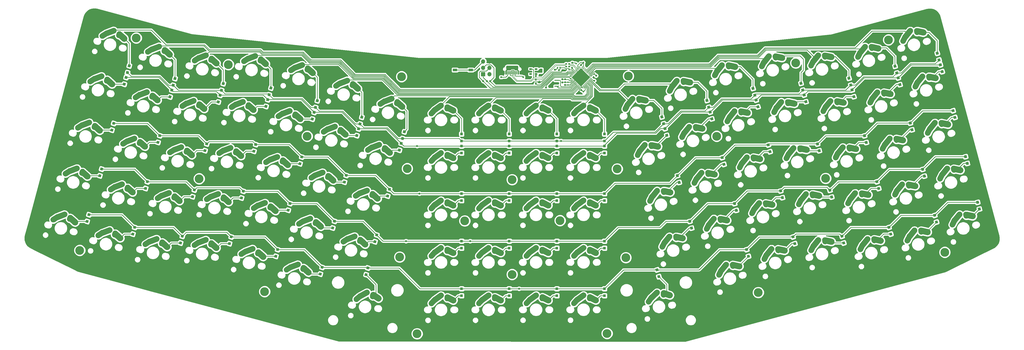
<source format=gtl>
G04 #@! TF.GenerationSoftware,KiCad,Pcbnew,(5.1.10)-1*
G04 #@! TF.CreationDate,2021-09-15T15:45:34+01:00*
G04 #@! TF.ProjectId,superlyra,73757065-726c-4797-9261-2e6b69636164,0.1*
G04 #@! TF.SameCoordinates,Original*
G04 #@! TF.FileFunction,Copper,L1,Top*
G04 #@! TF.FilePolarity,Positive*
%FSLAX46Y46*%
G04 Gerber Fmt 4.6, Leading zero omitted, Abs format (unit mm)*
G04 Created by KiCad (PCBNEW (5.1.10)-1) date 2021-09-15 15:45:34*
%MOMM*%
%LPD*%
G01*
G04 APERTURE LIST*
G04 #@! TA.AperFunction,ComponentPad*
%ADD10C,2.250000*%
G04 #@! TD*
G04 #@! TA.AperFunction,ComponentPad*
%ADD11C,2.000000*%
G04 #@! TD*
G04 #@! TA.AperFunction,SMDPad,CuDef*
%ADD12R,1.060000X0.650000*%
G04 #@! TD*
G04 #@! TA.AperFunction,SMDPad,CuDef*
%ADD13C,0.100000*%
G04 #@! TD*
G04 #@! TA.AperFunction,SMDPad,CuDef*
%ADD14R,0.600000X0.500000*%
G04 #@! TD*
G04 #@! TA.AperFunction,ComponentPad*
%ADD15R,1.700000X1.700000*%
G04 #@! TD*
G04 #@! TA.AperFunction,ComponentPad*
%ADD16O,1.700000X1.700000*%
G04 #@! TD*
G04 #@! TA.AperFunction,ComponentPad*
%ADD17O,1.000000X1.600000*%
G04 #@! TD*
G04 #@! TA.AperFunction,ComponentPad*
%ADD18O,1.000000X2.100000*%
G04 #@! TD*
G04 #@! TA.AperFunction,SMDPad,CuDef*
%ADD19R,0.300000X1.450000*%
G04 #@! TD*
G04 #@! TA.AperFunction,SMDPad,CuDef*
%ADD20R,0.600000X1.450000*%
G04 #@! TD*
G04 #@! TA.AperFunction,SMDPad,CuDef*
%ADD21R,1.700000X1.000000*%
G04 #@! TD*
G04 #@! TA.AperFunction,SMDPad,CuDef*
%ADD22R,1.100000X1.100000*%
G04 #@! TD*
G04 #@! TA.AperFunction,ComponentPad*
%ADD23C,3.500000*%
G04 #@! TD*
G04 #@! TA.AperFunction,SMDPad,CuDef*
%ADD24R,0.500000X0.600000*%
G04 #@! TD*
G04 #@! TA.AperFunction,SMDPad,CuDef*
%ADD25R,1.900000X0.400000*%
G04 #@! TD*
G04 #@! TA.AperFunction,ViaPad*
%ADD26C,0.800000*%
G04 #@! TD*
G04 #@! TA.AperFunction,Conductor*
%ADD27C,0.250000*%
G04 #@! TD*
G04 #@! TA.AperFunction,Conductor*
%ADD28C,0.200000*%
G04 #@! TD*
G04 #@! TA.AperFunction,Conductor*
%ADD29C,0.254000*%
G04 #@! TD*
G04 #@! TA.AperFunction,Conductor*
%ADD30C,0.100000*%
G04 #@! TD*
G04 APERTURE END LIST*
G04 #@! TA.AperFunction,SMDPad,CuDef*
G36*
G01*
X230980000Y-85024000D02*
X231300000Y-85024000D01*
G75*
G02*
X231460000Y-85184000I0J-160000D01*
G01*
X231460000Y-85579000D01*
G75*
G02*
X231300000Y-85739000I-160000J0D01*
G01*
X230980000Y-85739000D01*
G75*
G02*
X230820000Y-85579000I0J160000D01*
G01*
X230820000Y-85184000D01*
G75*
G02*
X230980000Y-85024000I160000J0D01*
G01*
G37*
G04 #@! TD.AperFunction*
G04 #@! TA.AperFunction,SMDPad,CuDef*
G36*
G01*
X230980000Y-86219000D02*
X231300000Y-86219000D01*
G75*
G02*
X231460000Y-86379000I0J-160000D01*
G01*
X231460000Y-86774000D01*
G75*
G02*
X231300000Y-86934000I-160000J0D01*
G01*
X230980000Y-86934000D01*
G75*
G02*
X230820000Y-86774000I0J160000D01*
G01*
X230820000Y-86379000D01*
G75*
G02*
X230980000Y-86219000I160000J0D01*
G01*
G37*
G04 #@! TD.AperFunction*
G04 #@! TA.AperFunction,ComponentPad*
G36*
G01*
X140816797Y-107247633D02*
X140816797Y-107247633D01*
G75*
G02*
X140116858Y-105818880I364407J1064346D01*
G01*
X140305176Y-105268846D01*
G75*
G02*
X141733929Y-104568907I1064346J-364407D01*
G01*
X141733929Y-104568907D01*
G75*
G02*
X142433868Y-105997660I-364407J-1064346D01*
G01*
X142245550Y-106547694D01*
G75*
G02*
X140816797Y-107247633I-1064346J364407D01*
G01*
G37*
G04 #@! TD.AperFunction*
D10*
X141369956Y-105633403D03*
G04 #@! TA.AperFunction,ComponentPad*
G36*
G01*
X133636493Y-107057719D02*
X133636493Y-107057719D01*
G75*
G02*
X133964562Y-105500920I942434J614365D01*
G01*
X135607794Y-104429710D01*
G75*
G02*
X137164593Y-104757779I614365J-942434D01*
G01*
X137164593Y-104757779D01*
G75*
G02*
X136836524Y-106314578I-942434J-614365D01*
G01*
X135193292Y-107385788D01*
G75*
G02*
X133636493Y-107057719I-614365J942434D01*
G01*
G37*
G04 #@! TD.AperFunction*
X136222166Y-105372155D03*
D11*
X143414846Y-107506483D03*
X139128736Y-104183944D03*
G04 #@! TA.AperFunction,ConnectorPad*
G36*
G01*
X140541600Y-105025313D02*
X140541600Y-105025313D01*
G75*
G02*
X142306944Y-104932795I928931J-836413D01*
G01*
X144164806Y-106605621D01*
G75*
G02*
X144257324Y-108370965I-836413J-928931D01*
G01*
X144257324Y-108370965D01*
G75*
G02*
X142491980Y-108463483I-928931J836413D01*
G01*
X140634118Y-106790657D01*
G75*
G02*
X140541600Y-105025313I836413J928931D01*
G01*
G37*
G04 #@! TD.AperFunction*
G04 #@! TA.AperFunction,ConnectorPad*
G36*
G01*
X135056693Y-105878160D02*
X135056693Y-105878160D01*
G75*
G02*
X135718187Y-104392420I1073617J412123D01*
G01*
X138705645Y-103245642D01*
G75*
G02*
X140191385Y-103907136I412123J-1073617D01*
G01*
X140191385Y-103907136D01*
G75*
G02*
X139529891Y-105392876I-1073617J-412123D01*
G01*
X136542433Y-106539654D01*
G75*
G02*
X135056693Y-105878160I-412123J1073617D01*
G01*
G37*
G04 #@! TD.AperFunction*
D12*
X217340000Y-81346000D03*
X217340000Y-82296000D03*
X217340000Y-83246000D03*
X219540000Y-83246000D03*
X219540000Y-81346000D03*
X219540000Y-82296000D03*
G04 #@! TA.AperFunction,ConnectorPad*
G36*
G01*
X177987664Y-117477468D02*
X177987664Y-117477468D01*
G75*
G02*
X178242081Y-115871145I930370J675953D01*
G01*
X180830935Y-113990233D01*
G75*
G02*
X182437258Y-114244650I675953J-930370D01*
G01*
X182437258Y-114244650D01*
G75*
G02*
X182182841Y-115850973I-930370J-675953D01*
G01*
X179593987Y-117731885D01*
G75*
G02*
X177987664Y-117477468I-675953J930370D01*
G01*
G37*
G04 #@! TD.AperFunction*
G04 #@! TA.AperFunction,ConnectorPad*
G36*
G01*
X183064945Y-115234083D02*
X183064945Y-115234083D01*
G75*
G02*
X184746191Y-114687813I1113758J-567488D01*
G01*
X186973707Y-115822789D01*
G75*
G02*
X187519977Y-117504035I-567488J-1113758D01*
G01*
X187519977Y-117504035D01*
G75*
G02*
X185838731Y-118050305I-1113758J567488D01*
G01*
X183611215Y-116915329D01*
G75*
G02*
X183064945Y-115234083I567488J1113758D01*
G01*
G37*
G04 #@! TD.AperFunction*
D11*
X181482461Y-114787059D03*
X186482461Y-116887059D03*
D10*
X178982461Y-116687059D03*
G04 #@! TA.AperFunction,ComponentPad*
G36*
G01*
X176921149Y-118984409D02*
X176921149Y-118984409D01*
G75*
G02*
X176835111Y-117395747I751312J837350D01*
G01*
X178145101Y-115935739D01*
G75*
G02*
X179733763Y-115849701I837350J-751312D01*
G01*
X179733763Y-115849701D01*
G75*
G02*
X179819801Y-117438363I-751312J-837350D01*
G01*
X178509811Y-118898371D01*
G75*
G02*
X176921149Y-118984409I-837350J751312D01*
G01*
G37*
G04 #@! TD.AperFunction*
X184022461Y-115607059D03*
G04 #@! TA.AperFunction,ComponentPad*
G36*
G01*
X183905944Y-117309454D02*
X183905944Y-117309454D01*
G75*
G02*
X182860066Y-116110542I76517J1122395D01*
G01*
X182899608Y-115530510D01*
G75*
G02*
X184098520Y-114484632I1122395J-76517D01*
G01*
X184098520Y-114484632D01*
G75*
G02*
X185144398Y-115683544I-76517J-1122395D01*
G01*
X185104856Y-116263576D01*
G75*
G02*
X183905944Y-117309454I-1122395J76517D01*
G01*
G37*
G04 #@! TD.AperFunction*
G04 #@! TA.AperFunction,ConnectorPad*
G36*
G01*
X273056597Y-89355307D02*
X273056597Y-89355307D01*
G75*
G02*
X272886597Y-87737871I723718J893718D01*
G01*
X274900423Y-85251003D01*
G75*
G02*
X276517859Y-85081003I893718J-723718D01*
G01*
X276517859Y-85081003D01*
G75*
G02*
X276687859Y-86698439I-723718J-893718D01*
G01*
X274674033Y-89185307D01*
G75*
G02*
X273056597Y-89355307I-893718J723718D01*
G01*
G37*
G04 #@! TD.AperFunction*
G04 #@! TA.AperFunction,ConnectorPad*
G36*
G01*
X277380242Y-85874265D02*
X277380242Y-85874265D01*
G75*
G02*
X278862817Y-84911470I1222685J-259890D01*
G01*
X281308187Y-85431250D01*
G75*
G02*
X282270982Y-86913825I-259890J-1222685D01*
G01*
X282270982Y-86913825D01*
G75*
G02*
X280788407Y-87876620I-1222685J259890D01*
G01*
X278343037Y-87356840D01*
G75*
G02*
X277380242Y-85874265I259890J1222685D01*
G01*
G37*
G04 #@! TD.AperFunction*
D11*
X275735983Y-85852051D03*
X281109132Y-86586400D03*
D10*
X273812924Y-88334357D03*
G04 #@! TA.AperFunction,ComponentPad*
G36*
G01*
X272416448Y-91086934D02*
X272416448Y-91086934D01*
G75*
G02*
X271922165Y-89574673I508989J1003272D01*
G01*
X272809641Y-87825363D01*
G75*
G02*
X274321902Y-87331080I1003272J-508989D01*
G01*
X274321902Y-87331080D01*
G75*
G02*
X274816185Y-88843341I-508989J-1003272D01*
G01*
X273928709Y-90592651D01*
G75*
G02*
X272416448Y-91086934I-1003272J508989D01*
G01*
G37*
G04 #@! TD.AperFunction*
X278401666Y-85986709D03*
G04 #@! TA.AperFunction,ComponentPad*
G36*
G01*
X278729731Y-87661253D02*
X278729731Y-87661253D01*
G75*
G02*
X277409190Y-86773886I-216587J1103954D01*
G01*
X277297262Y-86203384D01*
G75*
G02*
X278184629Y-84882843I1103954J216587D01*
G01*
X278184629Y-84882843D01*
G75*
G02*
X279505170Y-85770210I216587J-1103954D01*
G01*
X279617098Y-86340712D01*
G75*
G02*
X278729731Y-87661253I-1103954J-216587D01*
G01*
G37*
G04 #@! TD.AperFunction*
G04 #@! TA.AperFunction,ConnectorPad*
G36*
G01*
X177985230Y-98459269D02*
X177985230Y-98459269D01*
G75*
G02*
X178239647Y-96852946I930370J675953D01*
G01*
X180828501Y-94972034D01*
G75*
G02*
X182434824Y-95226451I675953J-930370D01*
G01*
X182434824Y-95226451D01*
G75*
G02*
X182180407Y-96832774I-930370J-675953D01*
G01*
X179591553Y-98713686D01*
G75*
G02*
X177985230Y-98459269I-675953J930370D01*
G01*
G37*
G04 #@! TD.AperFunction*
G04 #@! TA.AperFunction,ConnectorPad*
G36*
G01*
X183062511Y-96215884D02*
X183062511Y-96215884D01*
G75*
G02*
X184743757Y-95669614I1113758J-567488D01*
G01*
X186971273Y-96804590D01*
G75*
G02*
X187517543Y-98485836I-567488J-1113758D01*
G01*
X187517543Y-98485836D01*
G75*
G02*
X185836297Y-99032106I-1113758J567488D01*
G01*
X183608781Y-97897130D01*
G75*
G02*
X183062511Y-96215884I567488J1113758D01*
G01*
G37*
G04 #@! TD.AperFunction*
D11*
X181480027Y-95768860D03*
X186480027Y-97868860D03*
D10*
X178980027Y-97668860D03*
G04 #@! TA.AperFunction,ComponentPad*
G36*
G01*
X176918715Y-99966210D02*
X176918715Y-99966210D01*
G75*
G02*
X176832677Y-98377548I751312J837350D01*
G01*
X178142667Y-96917540D01*
G75*
G02*
X179731329Y-96831502I837350J-751312D01*
G01*
X179731329Y-96831502D01*
G75*
G02*
X179817367Y-98420164I-751312J-837350D01*
G01*
X178507377Y-99880172D01*
G75*
G02*
X176918715Y-99966210I-837350J751312D01*
G01*
G37*
G04 #@! TD.AperFunction*
X184020027Y-96588860D03*
G04 #@! TA.AperFunction,ComponentPad*
G36*
G01*
X183903510Y-98291255D02*
X183903510Y-98291255D01*
G75*
G02*
X182857632Y-97092343I76517J1122395D01*
G01*
X182897174Y-96512311D01*
G75*
G02*
X184096086Y-95466433I1122395J-76517D01*
G01*
X184096086Y-95466433D01*
G75*
G02*
X185141964Y-96665345I-76517J-1122395D01*
G01*
X185102422Y-97245377D01*
G75*
G02*
X183903510Y-98291255I-1122395J76517D01*
G01*
G37*
G04 #@! TD.AperFunction*
G04 #@! TA.AperFunction,ComponentPad*
G36*
G01*
X202887421Y-98292017D02*
X202887421Y-98292017D01*
G75*
G02*
X201841543Y-97093105I76517J1122395D01*
G01*
X201881085Y-96513073D01*
G75*
G02*
X203079997Y-95467195I1122395J-76517D01*
G01*
X203079997Y-95467195D01*
G75*
G02*
X204125875Y-96666107I-76517J-1122395D01*
G01*
X204086333Y-97246139D01*
G75*
G02*
X202887421Y-98292017I-1122395J76517D01*
G01*
G37*
G04 #@! TD.AperFunction*
X203003938Y-96589622D03*
G04 #@! TA.AperFunction,ComponentPad*
G36*
G01*
X195902626Y-99966972D02*
X195902626Y-99966972D01*
G75*
G02*
X195816588Y-98378310I751312J837350D01*
G01*
X197126578Y-96918302D01*
G75*
G02*
X198715240Y-96832264I837350J-751312D01*
G01*
X198715240Y-96832264D01*
G75*
G02*
X198801278Y-98420926I-751312J-837350D01*
G01*
X197491288Y-99880934D01*
G75*
G02*
X195902626Y-99966972I-837350J751312D01*
G01*
G37*
G04 #@! TD.AperFunction*
X197963938Y-97669622D03*
D11*
X205463938Y-97869622D03*
X200463938Y-95769622D03*
G04 #@! TA.AperFunction,ConnectorPad*
G36*
G01*
X202046422Y-96216646D02*
X202046422Y-96216646D01*
G75*
G02*
X203727668Y-95670376I1113758J-567488D01*
G01*
X205955184Y-96805352D01*
G75*
G02*
X206501454Y-98486598I-567488J-1113758D01*
G01*
X206501454Y-98486598D01*
G75*
G02*
X204820208Y-99032868I-1113758J567488D01*
G01*
X202592692Y-97897892D01*
G75*
G02*
X202046422Y-96216646I567488J1113758D01*
G01*
G37*
G04 #@! TD.AperFunction*
G04 #@! TA.AperFunction,ConnectorPad*
G36*
G01*
X196969141Y-98460031D02*
X196969141Y-98460031D01*
G75*
G02*
X197223558Y-96853708I930370J675953D01*
G01*
X199812412Y-94972796D01*
G75*
G02*
X201418735Y-95227213I675953J-930370D01*
G01*
X201418735Y-95227213D01*
G75*
G02*
X201164318Y-96833536I-930370J-675953D01*
G01*
X198575464Y-98714448D01*
G75*
G02*
X196969141Y-98460031I-675953J930370D01*
G01*
G37*
G04 #@! TD.AperFunction*
G04 #@! TA.AperFunction,ConnectorPad*
G36*
G01*
X177985185Y-136488299D02*
X177985185Y-136488299D01*
G75*
G02*
X178239602Y-134881976I930370J675953D01*
G01*
X180828456Y-133001064D01*
G75*
G02*
X182434779Y-133255481I675953J-930370D01*
G01*
X182434779Y-133255481D01*
G75*
G02*
X182180362Y-134861804I-930370J-675953D01*
G01*
X179591508Y-136742716D01*
G75*
G02*
X177985185Y-136488299I-675953J930370D01*
G01*
G37*
G04 #@! TD.AperFunction*
G04 #@! TA.AperFunction,ConnectorPad*
G36*
G01*
X183062466Y-134244914D02*
X183062466Y-134244914D01*
G75*
G02*
X184743712Y-133698644I1113758J-567488D01*
G01*
X186971228Y-134833620D01*
G75*
G02*
X187517498Y-136514866I-567488J-1113758D01*
G01*
X187517498Y-136514866D01*
G75*
G02*
X185836252Y-137061136I-1113758J567488D01*
G01*
X183608736Y-135926160D01*
G75*
G02*
X183062466Y-134244914I567488J1113758D01*
G01*
G37*
G04 #@! TD.AperFunction*
X181479982Y-133797890D03*
X186479982Y-135897890D03*
D10*
X178979982Y-135697890D03*
G04 #@! TA.AperFunction,ComponentPad*
G36*
G01*
X176918670Y-137995240D02*
X176918670Y-137995240D01*
G75*
G02*
X176832632Y-136406578I751312J837350D01*
G01*
X178142622Y-134946570D01*
G75*
G02*
X179731284Y-134860532I837350J-751312D01*
G01*
X179731284Y-134860532D01*
G75*
G02*
X179817322Y-136449194I-751312J-837350D01*
G01*
X178507332Y-137909202D01*
G75*
G02*
X176918670Y-137995240I-837350J751312D01*
G01*
G37*
G04 #@! TD.AperFunction*
X184019982Y-134617890D03*
G04 #@! TA.AperFunction,ComponentPad*
G36*
G01*
X183903465Y-136320285D02*
X183903465Y-136320285D01*
G75*
G02*
X182857587Y-135121373I76517J1122395D01*
G01*
X182897129Y-134541341D01*
G75*
G02*
X184096041Y-133495463I1122395J-76517D01*
G01*
X184096041Y-133495463D01*
G75*
G02*
X185141919Y-134694375I-76517J-1122395D01*
G01*
X185102377Y-135274407D01*
G75*
G02*
X183903465Y-136320285I-1122395J76517D01*
G01*
G37*
G04 #@! TD.AperFunction*
G04 #@! TA.AperFunction,ConnectorPad*
G36*
G01*
X153443855Y-171078403D02*
X153443855Y-171078403D01*
G75*
G02*
X155182021Y-170756253I1030158J-708008D01*
G01*
X157242337Y-172172269D01*
G75*
G02*
X157564487Y-173910435I-708008J-1030158D01*
G01*
X157564487Y-173910435D01*
G75*
G02*
X155826321Y-174232585I-1030158J708008D01*
G01*
X153766005Y-172816569D01*
G75*
G02*
X153443855Y-171078403I708008J1030158D01*
G01*
G37*
G04 #@! TD.AperFunction*
G04 #@! TA.AperFunction,ConnectorPad*
G36*
G01*
X148084037Y-172891706D02*
X148084037Y-172891706D01*
G75*
G02*
X148545944Y-171332333I1010640J548733D01*
G01*
X151358158Y-169805425D01*
G75*
G02*
X152917531Y-170267332I548733J-1010640D01*
G01*
X152917531Y-170267332D01*
G75*
G02*
X152455624Y-171826705I-1010640J-548733D01*
G01*
X149643410Y-173353613D01*
G75*
G02*
X148084037Y-172891706I-548733J1010640D01*
G01*
G37*
G04 #@! TD.AperFunction*
D11*
X151900105Y-170680475D03*
X156583224Y-173415140D03*
D10*
X149173493Y-172237905D03*
G04 #@! TA.AperFunction,ComponentPad*
G36*
G01*
X146829952Y-174246546D02*
X146829952Y-174246546D01*
G75*
G02*
X146952011Y-172660245I854180J732121D01*
G01*
X148441365Y-171383715D01*
G75*
G02*
X150027666Y-171505774I732121J-854180D01*
G01*
X150027666Y-171505774D01*
G75*
G02*
X149905607Y-173092075I-854180J-732121D01*
G01*
X148416253Y-174368605D01*
G75*
G02*
X146829952Y-174246546I-732121J854180D01*
G01*
G37*
G04 #@! TD.AperFunction*
X154311343Y-171824997D03*
G04 #@! TA.AperFunction,ComponentPad*
G36*
G01*
X153973615Y-173497619D02*
X153973615Y-173497619D01*
G75*
G02*
X153093175Y-172172449I222365J1102805D01*
G01*
X153208089Y-171602541D01*
G75*
G02*
X154533259Y-170722101I1102805J-222365D01*
G01*
X154533259Y-170722101D01*
G75*
G02*
X155413699Y-172047271I-222365J-1102805D01*
G01*
X155298785Y-172617179D01*
G75*
G02*
X153973615Y-173497619I-1102805J222365D01*
G01*
G37*
G04 #@! TD.AperFunction*
G04 #@! TA.AperFunction,ConnectorPad*
G36*
G01*
X269429035Y-170665291D02*
X269429035Y-170665291D01*
G75*
G02*
X271024596Y-169904248I1178302J-417259D01*
G01*
X273381200Y-170738766D01*
G75*
G02*
X274142243Y-172334327I-417259J-1178302D01*
G01*
X274142243Y-172334327D01*
G75*
G02*
X272546682Y-173095370I-1178302J417259D01*
G01*
X270190078Y-172260852D01*
G75*
G02*
X269429035Y-170665291I417259J1178302D01*
G01*
G37*
G04 #@! TD.AperFunction*
G04 #@! TA.AperFunction,ConnectorPad*
G36*
G01*
X264721166Y-173804030D02*
X264721166Y-173804030D01*
G75*
G02*
X264763739Y-172178241I834181J791608D01*
G01*
X267084937Y-169975507D01*
G75*
G02*
X268710726Y-170018080I791608J-834181D01*
G01*
X268710726Y-170018080D01*
G75*
G02*
X268668153Y-171643869I-834181J-791608D01*
G01*
X266346955Y-173846603D01*
G75*
G02*
X264721166Y-173804030I-791608J834181D01*
G01*
G37*
G04 #@! TD.AperFunction*
D11*
X267834895Y-170680475D03*
X273066225Y-172109879D03*
D10*
X265604283Y-172890536D03*
G04 #@! TA.AperFunction,ComponentPad*
G36*
G01*
X263860471Y-175437288D02*
X263860471Y-175437288D01*
G75*
G02*
X263567806Y-173873447I635588J928253D01*
G01*
X264676020Y-172254941D01*
G75*
G02*
X266239861Y-171962276I928253J-635588D01*
G01*
X266239861Y-171962276D01*
G75*
G02*
X266532526Y-173526117I-635588J-928253D01*
G01*
X265424312Y-175144623D01*
G75*
G02*
X263860471Y-175437288I-928253J635588D01*
G01*
G37*
G04 #@! TD.AperFunction*
X270460197Y-171161924D03*
G04 #@! TA.AperFunction,ComponentPad*
G36*
G01*
X270566883Y-172864963D02*
X270566883Y-172864963D01*
G75*
G02*
X269373464Y-171812822I-70639J1122780D01*
G01*
X269336958Y-171232592D01*
G75*
G02*
X270389099Y-170039173I1122780J70639D01*
G01*
X270389099Y-170039173D01*
G75*
G02*
X271582518Y-171091314I70639J-1122780D01*
G01*
X271619024Y-171671544D01*
G75*
G02*
X270566883Y-172864963I-1122780J-70639D01*
G01*
G37*
G04 #@! TD.AperFunction*
G04 #@! TA.AperFunction,SMDPad,CuDef*
D13*
G36*
X238345736Y-79077818D02*
G01*
X237992182Y-78724264D01*
X238416446Y-78300000D01*
X238770000Y-78653554D01*
X238345736Y-79077818D01*
G37*
G04 #@! TD.AperFunction*
G04 #@! TA.AperFunction,SMDPad,CuDef*
G36*
X239123554Y-78300000D02*
G01*
X238770000Y-77946446D01*
X239194264Y-77522182D01*
X239547818Y-77875736D01*
X239123554Y-78300000D01*
G37*
G04 #@! TD.AperFunction*
G04 #@! TA.AperFunction,SMDPad,CuDef*
G36*
X243513554Y-82830000D02*
G01*
X243160000Y-82476446D01*
X243584264Y-82052182D01*
X243937818Y-82405736D01*
X243513554Y-82830000D01*
G37*
G04 #@! TD.AperFunction*
G04 #@! TA.AperFunction,SMDPad,CuDef*
G36*
X242735736Y-83607818D02*
G01*
X242382182Y-83254264D01*
X242806446Y-82830000D01*
X243160000Y-83183554D01*
X242735736Y-83607818D01*
G37*
G04 #@! TD.AperFunction*
G04 #@! TA.AperFunction,SMDPad,CuDef*
G36*
X238454264Y-89982182D02*
G01*
X238807818Y-90335736D01*
X238383554Y-90760000D01*
X238030000Y-90406446D01*
X238454264Y-89982182D01*
G37*
G04 #@! TD.AperFunction*
G04 #@! TA.AperFunction,SMDPad,CuDef*
G36*
X237676446Y-90760000D02*
G01*
X238030000Y-91113554D01*
X237605736Y-91537818D01*
X237252182Y-91184264D01*
X237676446Y-90760000D01*
G37*
G04 #@! TD.AperFunction*
D14*
X231606000Y-81534000D03*
X232706000Y-81534000D03*
D15*
X198374000Y-83312000D03*
D16*
X200914000Y-83312000D03*
X198374000Y-80772000D03*
X200914000Y-80772000D03*
X198374000Y-78232000D03*
X200914000Y-78232000D03*
G04 #@! TA.AperFunction,SMDPad,CuDef*
G36*
G01*
X233111000Y-80104000D02*
X233111000Y-80424000D01*
G75*
G02*
X232951000Y-80584000I-160000J0D01*
G01*
X232556000Y-80584000D01*
G75*
G02*
X232396000Y-80424000I0J160000D01*
G01*
X232396000Y-80104000D01*
G75*
G02*
X232556000Y-79944000I160000J0D01*
G01*
X232951000Y-79944000D01*
G75*
G02*
X233111000Y-80104000I0J-160000D01*
G01*
G37*
G04 #@! TD.AperFunction*
G04 #@! TA.AperFunction,SMDPad,CuDef*
G36*
G01*
X231916000Y-80104000D02*
X231916000Y-80424000D01*
G75*
G02*
X231756000Y-80584000I-160000J0D01*
G01*
X231361000Y-80584000D01*
G75*
G02*
X231201000Y-80424000I0J160000D01*
G01*
X231201000Y-80104000D01*
G75*
G02*
X231361000Y-79944000I160000J0D01*
G01*
X231756000Y-79944000D01*
G75*
G02*
X231916000Y-80104000I0J-160000D01*
G01*
G37*
G04 #@! TD.AperFunction*
G04 #@! TA.AperFunction,SMDPad,CuDef*
G36*
G01*
X233111000Y-79088000D02*
X233111000Y-79408000D01*
G75*
G02*
X232951000Y-79568000I-160000J0D01*
G01*
X232556000Y-79568000D01*
G75*
G02*
X232396000Y-79408000I0J160000D01*
G01*
X232396000Y-79088000D01*
G75*
G02*
X232556000Y-78928000I160000J0D01*
G01*
X232951000Y-78928000D01*
G75*
G02*
X233111000Y-79088000I0J-160000D01*
G01*
G37*
G04 #@! TD.AperFunction*
G04 #@! TA.AperFunction,SMDPad,CuDef*
G36*
G01*
X231916000Y-79088000D02*
X231916000Y-79408000D01*
G75*
G02*
X231756000Y-79568000I-160000J0D01*
G01*
X231361000Y-79568000D01*
G75*
G02*
X231201000Y-79408000I0J160000D01*
G01*
X231201000Y-79088000D01*
G75*
G02*
X231361000Y-78928000I160000J0D01*
G01*
X231756000Y-78928000D01*
G75*
G02*
X231916000Y-79088000I0J-160000D01*
G01*
G37*
G04 #@! TD.AperFunction*
G04 #@! TA.AperFunction,SMDPad,CuDef*
G36*
G01*
X243978424Y-86962150D02*
X243752150Y-87188424D01*
G75*
G02*
X243525876Y-87188424I-113137J113137D01*
G01*
X243246568Y-86909116D01*
G75*
G02*
X243246568Y-86682842I113137J113137D01*
G01*
X243472842Y-86456568D01*
G75*
G02*
X243699116Y-86456568I113137J-113137D01*
G01*
X243978424Y-86735876D01*
G75*
G02*
X243978424Y-86962150I-113137J-113137D01*
G01*
G37*
G04 #@! TD.AperFunction*
G04 #@! TA.AperFunction,SMDPad,CuDef*
G36*
G01*
X243133432Y-86117158D02*
X242907158Y-86343432D01*
G75*
G02*
X242680884Y-86343432I-113137J113137D01*
G01*
X242401576Y-86064124D01*
G75*
G02*
X242401576Y-85837850I113137J113137D01*
G01*
X242627850Y-85611576D01*
G75*
G02*
X242854124Y-85611576I113137J-113137D01*
G01*
X243133432Y-85890884D01*
G75*
G02*
X243133432Y-86117158I-113137J-113137D01*
G01*
G37*
G04 #@! TD.AperFunction*
G04 #@! TA.AperFunction,SMDPad,CuDef*
G36*
G01*
X215895000Y-84370000D02*
X215895000Y-84690000D01*
G75*
G02*
X215735000Y-84850000I-160000J0D01*
G01*
X215340000Y-84850000D01*
G75*
G02*
X215180000Y-84690000I0J160000D01*
G01*
X215180000Y-84370000D01*
G75*
G02*
X215340000Y-84210000I160000J0D01*
G01*
X215735000Y-84210000D01*
G75*
G02*
X215895000Y-84370000I0J-160000D01*
G01*
G37*
G04 #@! TD.AperFunction*
G04 #@! TA.AperFunction,SMDPad,CuDef*
G36*
G01*
X214700000Y-84370000D02*
X214700000Y-84690000D01*
G75*
G02*
X214540000Y-84850000I-160000J0D01*
G01*
X214145000Y-84850000D01*
G75*
G02*
X213985000Y-84690000I0J160000D01*
G01*
X213985000Y-84370000D01*
G75*
G02*
X214145000Y-84210000I160000J0D01*
G01*
X214540000Y-84210000D01*
G75*
G02*
X214700000Y-84370000I0J-160000D01*
G01*
G37*
G04 #@! TD.AperFunction*
G04 #@! TA.AperFunction,SMDPad,CuDef*
G36*
G01*
X205190000Y-84700000D02*
X205190000Y-84380000D01*
G75*
G02*
X205350000Y-84220000I160000J0D01*
G01*
X205745000Y-84220000D01*
G75*
G02*
X205905000Y-84380000I0J-160000D01*
G01*
X205905000Y-84700000D01*
G75*
G02*
X205745000Y-84860000I-160000J0D01*
G01*
X205350000Y-84860000D01*
G75*
G02*
X205190000Y-84700000I0J160000D01*
G01*
G37*
G04 #@! TD.AperFunction*
G04 #@! TA.AperFunction,SMDPad,CuDef*
G36*
G01*
X203995000Y-84700000D02*
X203995000Y-84380000D01*
G75*
G02*
X204155000Y-84220000I160000J0D01*
G01*
X204550000Y-84220000D01*
G75*
G02*
X204710000Y-84380000I0J-160000D01*
G01*
X204710000Y-84700000D01*
G75*
G02*
X204550000Y-84860000I-160000J0D01*
G01*
X204155000Y-84860000D01*
G75*
G02*
X203995000Y-84700000I0J160000D01*
G01*
G37*
G04 #@! TD.AperFunction*
G04 #@! TA.AperFunction,SMDPad,CuDef*
D13*
G36*
X233813045Y-84582000D02*
G01*
X237490000Y-80905045D01*
X241166955Y-84582000D01*
X237490000Y-88258955D01*
X233813045Y-84582000D01*
G37*
G04 #@! TD.AperFunction*
G04 #@! TA.AperFunction,SMDPad,CuDef*
G36*
G01*
X237657938Y-80701752D02*
X238329690Y-80030000D01*
G75*
G02*
X238418078Y-80030000I44194J-44194D01*
G01*
X238506466Y-80118388D01*
G75*
G02*
X238506466Y-80206776I-44194J-44194D01*
G01*
X237834714Y-80878528D01*
G75*
G02*
X237746326Y-80878528I-44194J44194D01*
G01*
X237657938Y-80790140D01*
G75*
G02*
X237657938Y-80701752I44194J44194D01*
G01*
G37*
G04 #@! TD.AperFunction*
G04 #@! TA.AperFunction,SMDPad,CuDef*
G36*
G01*
X238011491Y-81055306D02*
X238683243Y-80383554D01*
G75*
G02*
X238771631Y-80383554I44194J-44194D01*
G01*
X238860019Y-80471942D01*
G75*
G02*
X238860019Y-80560330I-44194J-44194D01*
G01*
X238188267Y-81232082D01*
G75*
G02*
X238099879Y-81232082I-44194J44194D01*
G01*
X238011491Y-81143694D01*
G75*
G02*
X238011491Y-81055306I44194J44194D01*
G01*
G37*
G04 #@! TD.AperFunction*
G04 #@! TA.AperFunction,SMDPad,CuDef*
G36*
G01*
X238365045Y-81408859D02*
X239036797Y-80737107D01*
G75*
G02*
X239125185Y-80737107I44194J-44194D01*
G01*
X239213573Y-80825495D01*
G75*
G02*
X239213573Y-80913883I-44194J-44194D01*
G01*
X238541821Y-81585635D01*
G75*
G02*
X238453433Y-81585635I-44194J44194D01*
G01*
X238365045Y-81497247D01*
G75*
G02*
X238365045Y-81408859I44194J44194D01*
G01*
G37*
G04 #@! TD.AperFunction*
G04 #@! TA.AperFunction,SMDPad,CuDef*
G36*
G01*
X238718598Y-81762412D02*
X239390350Y-81090660D01*
G75*
G02*
X239478738Y-81090660I44194J-44194D01*
G01*
X239567126Y-81179048D01*
G75*
G02*
X239567126Y-81267436I-44194J-44194D01*
G01*
X238895374Y-81939188D01*
G75*
G02*
X238806986Y-81939188I-44194J44194D01*
G01*
X238718598Y-81850800D01*
G75*
G02*
X238718598Y-81762412I44194J44194D01*
G01*
G37*
G04 #@! TD.AperFunction*
G04 #@! TA.AperFunction,SMDPad,CuDef*
G36*
G01*
X239072151Y-82115966D02*
X239743903Y-81444214D01*
G75*
G02*
X239832291Y-81444214I44194J-44194D01*
G01*
X239920679Y-81532602D01*
G75*
G02*
X239920679Y-81620990I-44194J-44194D01*
G01*
X239248927Y-82292742D01*
G75*
G02*
X239160539Y-82292742I-44194J44194D01*
G01*
X239072151Y-82204354D01*
G75*
G02*
X239072151Y-82115966I44194J44194D01*
G01*
G37*
G04 #@! TD.AperFunction*
G04 #@! TA.AperFunction,SMDPad,CuDef*
G36*
G01*
X239425705Y-82469519D02*
X240097457Y-81797767D01*
G75*
G02*
X240185845Y-81797767I44194J-44194D01*
G01*
X240274233Y-81886155D01*
G75*
G02*
X240274233Y-81974543I-44194J-44194D01*
G01*
X239602481Y-82646295D01*
G75*
G02*
X239514093Y-82646295I-44194J44194D01*
G01*
X239425705Y-82557907D01*
G75*
G02*
X239425705Y-82469519I44194J44194D01*
G01*
G37*
G04 #@! TD.AperFunction*
G04 #@! TA.AperFunction,SMDPad,CuDef*
G36*
G01*
X239779258Y-82823073D02*
X240451010Y-82151321D01*
G75*
G02*
X240539398Y-82151321I44194J-44194D01*
G01*
X240627786Y-82239709D01*
G75*
G02*
X240627786Y-82328097I-44194J-44194D01*
G01*
X239956034Y-82999849D01*
G75*
G02*
X239867646Y-82999849I-44194J44194D01*
G01*
X239779258Y-82911461D01*
G75*
G02*
X239779258Y-82823073I44194J44194D01*
G01*
G37*
G04 #@! TD.AperFunction*
G04 #@! TA.AperFunction,SMDPad,CuDef*
G36*
G01*
X240132812Y-83176626D02*
X240804564Y-82504874D01*
G75*
G02*
X240892952Y-82504874I44194J-44194D01*
G01*
X240981340Y-82593262D01*
G75*
G02*
X240981340Y-82681650I-44194J-44194D01*
G01*
X240309588Y-83353402D01*
G75*
G02*
X240221200Y-83353402I-44194J44194D01*
G01*
X240132812Y-83265014D01*
G75*
G02*
X240132812Y-83176626I44194J44194D01*
G01*
G37*
G04 #@! TD.AperFunction*
G04 #@! TA.AperFunction,SMDPad,CuDef*
G36*
G01*
X240486365Y-83530179D02*
X241158117Y-82858427D01*
G75*
G02*
X241246505Y-82858427I44194J-44194D01*
G01*
X241334893Y-82946815D01*
G75*
G02*
X241334893Y-83035203I-44194J-44194D01*
G01*
X240663141Y-83706955D01*
G75*
G02*
X240574753Y-83706955I-44194J44194D01*
G01*
X240486365Y-83618567D01*
G75*
G02*
X240486365Y-83530179I44194J44194D01*
G01*
G37*
G04 #@! TD.AperFunction*
G04 #@! TA.AperFunction,SMDPad,CuDef*
G36*
G01*
X240839918Y-83883733D02*
X241511670Y-83211981D01*
G75*
G02*
X241600058Y-83211981I44194J-44194D01*
G01*
X241688446Y-83300369D01*
G75*
G02*
X241688446Y-83388757I-44194J-44194D01*
G01*
X241016694Y-84060509D01*
G75*
G02*
X240928306Y-84060509I-44194J44194D01*
G01*
X240839918Y-83972121D01*
G75*
G02*
X240839918Y-83883733I44194J44194D01*
G01*
G37*
G04 #@! TD.AperFunction*
G04 #@! TA.AperFunction,SMDPad,CuDef*
G36*
G01*
X241193472Y-84237286D02*
X241865224Y-83565534D01*
G75*
G02*
X241953612Y-83565534I44194J-44194D01*
G01*
X242042000Y-83653922D01*
G75*
G02*
X242042000Y-83742310I-44194J-44194D01*
G01*
X241370248Y-84414062D01*
G75*
G02*
X241281860Y-84414062I-44194J44194D01*
G01*
X241193472Y-84325674D01*
G75*
G02*
X241193472Y-84237286I44194J44194D01*
G01*
G37*
G04 #@! TD.AperFunction*
G04 #@! TA.AperFunction,SMDPad,CuDef*
G36*
G01*
X241193472Y-84838326D02*
X241281860Y-84749938D01*
G75*
G02*
X241370248Y-84749938I44194J-44194D01*
G01*
X242042000Y-85421690D01*
G75*
G02*
X242042000Y-85510078I-44194J-44194D01*
G01*
X241953612Y-85598466D01*
G75*
G02*
X241865224Y-85598466I-44194J44194D01*
G01*
X241193472Y-84926714D01*
G75*
G02*
X241193472Y-84838326I44194J44194D01*
G01*
G37*
G04 #@! TD.AperFunction*
G04 #@! TA.AperFunction,SMDPad,CuDef*
G36*
G01*
X240839918Y-85191879D02*
X240928306Y-85103491D01*
G75*
G02*
X241016694Y-85103491I44194J-44194D01*
G01*
X241688446Y-85775243D01*
G75*
G02*
X241688446Y-85863631I-44194J-44194D01*
G01*
X241600058Y-85952019D01*
G75*
G02*
X241511670Y-85952019I-44194J44194D01*
G01*
X240839918Y-85280267D01*
G75*
G02*
X240839918Y-85191879I44194J44194D01*
G01*
G37*
G04 #@! TD.AperFunction*
G04 #@! TA.AperFunction,SMDPad,CuDef*
G36*
G01*
X240486365Y-85545433D02*
X240574753Y-85457045D01*
G75*
G02*
X240663141Y-85457045I44194J-44194D01*
G01*
X241334893Y-86128797D01*
G75*
G02*
X241334893Y-86217185I-44194J-44194D01*
G01*
X241246505Y-86305573D01*
G75*
G02*
X241158117Y-86305573I-44194J44194D01*
G01*
X240486365Y-85633821D01*
G75*
G02*
X240486365Y-85545433I44194J44194D01*
G01*
G37*
G04 #@! TD.AperFunction*
G04 #@! TA.AperFunction,SMDPad,CuDef*
G36*
G01*
X240132812Y-85898986D02*
X240221200Y-85810598D01*
G75*
G02*
X240309588Y-85810598I44194J-44194D01*
G01*
X240981340Y-86482350D01*
G75*
G02*
X240981340Y-86570738I-44194J-44194D01*
G01*
X240892952Y-86659126D01*
G75*
G02*
X240804564Y-86659126I-44194J44194D01*
G01*
X240132812Y-85987374D01*
G75*
G02*
X240132812Y-85898986I44194J44194D01*
G01*
G37*
G04 #@! TD.AperFunction*
G04 #@! TA.AperFunction,SMDPad,CuDef*
G36*
G01*
X239779258Y-86252539D02*
X239867646Y-86164151D01*
G75*
G02*
X239956034Y-86164151I44194J-44194D01*
G01*
X240627786Y-86835903D01*
G75*
G02*
X240627786Y-86924291I-44194J-44194D01*
G01*
X240539398Y-87012679D01*
G75*
G02*
X240451010Y-87012679I-44194J44194D01*
G01*
X239779258Y-86340927D01*
G75*
G02*
X239779258Y-86252539I44194J44194D01*
G01*
G37*
G04 #@! TD.AperFunction*
G04 #@! TA.AperFunction,SMDPad,CuDef*
G36*
G01*
X239425705Y-86606093D02*
X239514093Y-86517705D01*
G75*
G02*
X239602481Y-86517705I44194J-44194D01*
G01*
X240274233Y-87189457D01*
G75*
G02*
X240274233Y-87277845I-44194J-44194D01*
G01*
X240185845Y-87366233D01*
G75*
G02*
X240097457Y-87366233I-44194J44194D01*
G01*
X239425705Y-86694481D01*
G75*
G02*
X239425705Y-86606093I44194J44194D01*
G01*
G37*
G04 #@! TD.AperFunction*
G04 #@! TA.AperFunction,SMDPad,CuDef*
G36*
G01*
X239072151Y-86959646D02*
X239160539Y-86871258D01*
G75*
G02*
X239248927Y-86871258I44194J-44194D01*
G01*
X239920679Y-87543010D01*
G75*
G02*
X239920679Y-87631398I-44194J-44194D01*
G01*
X239832291Y-87719786D01*
G75*
G02*
X239743903Y-87719786I-44194J44194D01*
G01*
X239072151Y-87048034D01*
G75*
G02*
X239072151Y-86959646I44194J44194D01*
G01*
G37*
G04 #@! TD.AperFunction*
G04 #@! TA.AperFunction,SMDPad,CuDef*
G36*
G01*
X238718598Y-87313200D02*
X238806986Y-87224812D01*
G75*
G02*
X238895374Y-87224812I44194J-44194D01*
G01*
X239567126Y-87896564D01*
G75*
G02*
X239567126Y-87984952I-44194J-44194D01*
G01*
X239478738Y-88073340D01*
G75*
G02*
X239390350Y-88073340I-44194J44194D01*
G01*
X238718598Y-87401588D01*
G75*
G02*
X238718598Y-87313200I44194J44194D01*
G01*
G37*
G04 #@! TD.AperFunction*
G04 #@! TA.AperFunction,SMDPad,CuDef*
G36*
G01*
X238365045Y-87666753D02*
X238453433Y-87578365D01*
G75*
G02*
X238541821Y-87578365I44194J-44194D01*
G01*
X239213573Y-88250117D01*
G75*
G02*
X239213573Y-88338505I-44194J-44194D01*
G01*
X239125185Y-88426893D01*
G75*
G02*
X239036797Y-88426893I-44194J44194D01*
G01*
X238365045Y-87755141D01*
G75*
G02*
X238365045Y-87666753I44194J44194D01*
G01*
G37*
G04 #@! TD.AperFunction*
G04 #@! TA.AperFunction,SMDPad,CuDef*
G36*
G01*
X238011491Y-88020306D02*
X238099879Y-87931918D01*
G75*
G02*
X238188267Y-87931918I44194J-44194D01*
G01*
X238860019Y-88603670D01*
G75*
G02*
X238860019Y-88692058I-44194J-44194D01*
G01*
X238771631Y-88780446D01*
G75*
G02*
X238683243Y-88780446I-44194J44194D01*
G01*
X238011491Y-88108694D01*
G75*
G02*
X238011491Y-88020306I44194J44194D01*
G01*
G37*
G04 #@! TD.AperFunction*
G04 #@! TA.AperFunction,SMDPad,CuDef*
G36*
G01*
X237657938Y-88373860D02*
X237746326Y-88285472D01*
G75*
G02*
X237834714Y-88285472I44194J-44194D01*
G01*
X238506466Y-88957224D01*
G75*
G02*
X238506466Y-89045612I-44194J-44194D01*
G01*
X238418078Y-89134000D01*
G75*
G02*
X238329690Y-89134000I-44194J44194D01*
G01*
X237657938Y-88462248D01*
G75*
G02*
X237657938Y-88373860I44194J44194D01*
G01*
G37*
G04 #@! TD.AperFunction*
G04 #@! TA.AperFunction,SMDPad,CuDef*
G36*
G01*
X236473534Y-88957224D02*
X237145286Y-88285472D01*
G75*
G02*
X237233674Y-88285472I44194J-44194D01*
G01*
X237322062Y-88373860D01*
G75*
G02*
X237322062Y-88462248I-44194J-44194D01*
G01*
X236650310Y-89134000D01*
G75*
G02*
X236561922Y-89134000I-44194J44194D01*
G01*
X236473534Y-89045612D01*
G75*
G02*
X236473534Y-88957224I44194J44194D01*
G01*
G37*
G04 #@! TD.AperFunction*
G04 #@! TA.AperFunction,SMDPad,CuDef*
G36*
G01*
X236119981Y-88603670D02*
X236791733Y-87931918D01*
G75*
G02*
X236880121Y-87931918I44194J-44194D01*
G01*
X236968509Y-88020306D01*
G75*
G02*
X236968509Y-88108694I-44194J-44194D01*
G01*
X236296757Y-88780446D01*
G75*
G02*
X236208369Y-88780446I-44194J44194D01*
G01*
X236119981Y-88692058D01*
G75*
G02*
X236119981Y-88603670I44194J44194D01*
G01*
G37*
G04 #@! TD.AperFunction*
G04 #@! TA.AperFunction,SMDPad,CuDef*
G36*
G01*
X235766427Y-88250117D02*
X236438179Y-87578365D01*
G75*
G02*
X236526567Y-87578365I44194J-44194D01*
G01*
X236614955Y-87666753D01*
G75*
G02*
X236614955Y-87755141I-44194J-44194D01*
G01*
X235943203Y-88426893D01*
G75*
G02*
X235854815Y-88426893I-44194J44194D01*
G01*
X235766427Y-88338505D01*
G75*
G02*
X235766427Y-88250117I44194J44194D01*
G01*
G37*
G04 #@! TD.AperFunction*
G04 #@! TA.AperFunction,SMDPad,CuDef*
G36*
G01*
X235412874Y-87896564D02*
X236084626Y-87224812D01*
G75*
G02*
X236173014Y-87224812I44194J-44194D01*
G01*
X236261402Y-87313200D01*
G75*
G02*
X236261402Y-87401588I-44194J-44194D01*
G01*
X235589650Y-88073340D01*
G75*
G02*
X235501262Y-88073340I-44194J44194D01*
G01*
X235412874Y-87984952D01*
G75*
G02*
X235412874Y-87896564I44194J44194D01*
G01*
G37*
G04 #@! TD.AperFunction*
G04 #@! TA.AperFunction,SMDPad,CuDef*
G36*
G01*
X235059321Y-87543010D02*
X235731073Y-86871258D01*
G75*
G02*
X235819461Y-86871258I44194J-44194D01*
G01*
X235907849Y-86959646D01*
G75*
G02*
X235907849Y-87048034I-44194J-44194D01*
G01*
X235236097Y-87719786D01*
G75*
G02*
X235147709Y-87719786I-44194J44194D01*
G01*
X235059321Y-87631398D01*
G75*
G02*
X235059321Y-87543010I44194J44194D01*
G01*
G37*
G04 #@! TD.AperFunction*
G04 #@! TA.AperFunction,SMDPad,CuDef*
G36*
G01*
X234705767Y-87189457D02*
X235377519Y-86517705D01*
G75*
G02*
X235465907Y-86517705I44194J-44194D01*
G01*
X235554295Y-86606093D01*
G75*
G02*
X235554295Y-86694481I-44194J-44194D01*
G01*
X234882543Y-87366233D01*
G75*
G02*
X234794155Y-87366233I-44194J44194D01*
G01*
X234705767Y-87277845D01*
G75*
G02*
X234705767Y-87189457I44194J44194D01*
G01*
G37*
G04 #@! TD.AperFunction*
G04 #@! TA.AperFunction,SMDPad,CuDef*
G36*
G01*
X234352214Y-86835903D02*
X235023966Y-86164151D01*
G75*
G02*
X235112354Y-86164151I44194J-44194D01*
G01*
X235200742Y-86252539D01*
G75*
G02*
X235200742Y-86340927I-44194J-44194D01*
G01*
X234528990Y-87012679D01*
G75*
G02*
X234440602Y-87012679I-44194J44194D01*
G01*
X234352214Y-86924291D01*
G75*
G02*
X234352214Y-86835903I44194J44194D01*
G01*
G37*
G04 #@! TD.AperFunction*
G04 #@! TA.AperFunction,SMDPad,CuDef*
G36*
G01*
X233998660Y-86482350D02*
X234670412Y-85810598D01*
G75*
G02*
X234758800Y-85810598I44194J-44194D01*
G01*
X234847188Y-85898986D01*
G75*
G02*
X234847188Y-85987374I-44194J-44194D01*
G01*
X234175436Y-86659126D01*
G75*
G02*
X234087048Y-86659126I-44194J44194D01*
G01*
X233998660Y-86570738D01*
G75*
G02*
X233998660Y-86482350I44194J44194D01*
G01*
G37*
G04 #@! TD.AperFunction*
G04 #@! TA.AperFunction,SMDPad,CuDef*
G36*
G01*
X233645107Y-86128797D02*
X234316859Y-85457045D01*
G75*
G02*
X234405247Y-85457045I44194J-44194D01*
G01*
X234493635Y-85545433D01*
G75*
G02*
X234493635Y-85633821I-44194J-44194D01*
G01*
X233821883Y-86305573D01*
G75*
G02*
X233733495Y-86305573I-44194J44194D01*
G01*
X233645107Y-86217185D01*
G75*
G02*
X233645107Y-86128797I44194J44194D01*
G01*
G37*
G04 #@! TD.AperFunction*
G04 #@! TA.AperFunction,SMDPad,CuDef*
G36*
G01*
X233291554Y-85775243D02*
X233963306Y-85103491D01*
G75*
G02*
X234051694Y-85103491I44194J-44194D01*
G01*
X234140082Y-85191879D01*
G75*
G02*
X234140082Y-85280267I-44194J-44194D01*
G01*
X233468330Y-85952019D01*
G75*
G02*
X233379942Y-85952019I-44194J44194D01*
G01*
X233291554Y-85863631D01*
G75*
G02*
X233291554Y-85775243I44194J44194D01*
G01*
G37*
G04 #@! TD.AperFunction*
G04 #@! TA.AperFunction,SMDPad,CuDef*
G36*
G01*
X232938000Y-85421690D02*
X233609752Y-84749938D01*
G75*
G02*
X233698140Y-84749938I44194J-44194D01*
G01*
X233786528Y-84838326D01*
G75*
G02*
X233786528Y-84926714I-44194J-44194D01*
G01*
X233114776Y-85598466D01*
G75*
G02*
X233026388Y-85598466I-44194J44194D01*
G01*
X232938000Y-85510078D01*
G75*
G02*
X232938000Y-85421690I44194J44194D01*
G01*
G37*
G04 #@! TD.AperFunction*
G04 #@! TA.AperFunction,SMDPad,CuDef*
G36*
G01*
X232938000Y-83653922D02*
X233026388Y-83565534D01*
G75*
G02*
X233114776Y-83565534I44194J-44194D01*
G01*
X233786528Y-84237286D01*
G75*
G02*
X233786528Y-84325674I-44194J-44194D01*
G01*
X233698140Y-84414062D01*
G75*
G02*
X233609752Y-84414062I-44194J44194D01*
G01*
X232938000Y-83742310D01*
G75*
G02*
X232938000Y-83653922I44194J44194D01*
G01*
G37*
G04 #@! TD.AperFunction*
G04 #@! TA.AperFunction,SMDPad,CuDef*
G36*
G01*
X233291554Y-83300369D02*
X233379942Y-83211981D01*
G75*
G02*
X233468330Y-83211981I44194J-44194D01*
G01*
X234140082Y-83883733D01*
G75*
G02*
X234140082Y-83972121I-44194J-44194D01*
G01*
X234051694Y-84060509D01*
G75*
G02*
X233963306Y-84060509I-44194J44194D01*
G01*
X233291554Y-83388757D01*
G75*
G02*
X233291554Y-83300369I44194J44194D01*
G01*
G37*
G04 #@! TD.AperFunction*
G04 #@! TA.AperFunction,SMDPad,CuDef*
G36*
G01*
X233645107Y-82946815D02*
X233733495Y-82858427D01*
G75*
G02*
X233821883Y-82858427I44194J-44194D01*
G01*
X234493635Y-83530179D01*
G75*
G02*
X234493635Y-83618567I-44194J-44194D01*
G01*
X234405247Y-83706955D01*
G75*
G02*
X234316859Y-83706955I-44194J44194D01*
G01*
X233645107Y-83035203D01*
G75*
G02*
X233645107Y-82946815I44194J44194D01*
G01*
G37*
G04 #@! TD.AperFunction*
G04 #@! TA.AperFunction,SMDPad,CuDef*
G36*
G01*
X233998660Y-82593262D02*
X234087048Y-82504874D01*
G75*
G02*
X234175436Y-82504874I44194J-44194D01*
G01*
X234847188Y-83176626D01*
G75*
G02*
X234847188Y-83265014I-44194J-44194D01*
G01*
X234758800Y-83353402D01*
G75*
G02*
X234670412Y-83353402I-44194J44194D01*
G01*
X233998660Y-82681650D01*
G75*
G02*
X233998660Y-82593262I44194J44194D01*
G01*
G37*
G04 #@! TD.AperFunction*
G04 #@! TA.AperFunction,SMDPad,CuDef*
G36*
G01*
X234352214Y-82239709D02*
X234440602Y-82151321D01*
G75*
G02*
X234528990Y-82151321I44194J-44194D01*
G01*
X235200742Y-82823073D01*
G75*
G02*
X235200742Y-82911461I-44194J-44194D01*
G01*
X235112354Y-82999849D01*
G75*
G02*
X235023966Y-82999849I-44194J44194D01*
G01*
X234352214Y-82328097D01*
G75*
G02*
X234352214Y-82239709I44194J44194D01*
G01*
G37*
G04 #@! TD.AperFunction*
G04 #@! TA.AperFunction,SMDPad,CuDef*
G36*
G01*
X234705767Y-81886155D02*
X234794155Y-81797767D01*
G75*
G02*
X234882543Y-81797767I44194J-44194D01*
G01*
X235554295Y-82469519D01*
G75*
G02*
X235554295Y-82557907I-44194J-44194D01*
G01*
X235465907Y-82646295D01*
G75*
G02*
X235377519Y-82646295I-44194J44194D01*
G01*
X234705767Y-81974543D01*
G75*
G02*
X234705767Y-81886155I44194J44194D01*
G01*
G37*
G04 #@! TD.AperFunction*
G04 #@! TA.AperFunction,SMDPad,CuDef*
G36*
G01*
X235059321Y-81532602D02*
X235147709Y-81444214D01*
G75*
G02*
X235236097Y-81444214I44194J-44194D01*
G01*
X235907849Y-82115966D01*
G75*
G02*
X235907849Y-82204354I-44194J-44194D01*
G01*
X235819461Y-82292742D01*
G75*
G02*
X235731073Y-82292742I-44194J44194D01*
G01*
X235059321Y-81620990D01*
G75*
G02*
X235059321Y-81532602I44194J44194D01*
G01*
G37*
G04 #@! TD.AperFunction*
G04 #@! TA.AperFunction,SMDPad,CuDef*
G36*
G01*
X235412874Y-81179048D02*
X235501262Y-81090660D01*
G75*
G02*
X235589650Y-81090660I44194J-44194D01*
G01*
X236261402Y-81762412D01*
G75*
G02*
X236261402Y-81850800I-44194J-44194D01*
G01*
X236173014Y-81939188D01*
G75*
G02*
X236084626Y-81939188I-44194J44194D01*
G01*
X235412874Y-81267436D01*
G75*
G02*
X235412874Y-81179048I44194J44194D01*
G01*
G37*
G04 #@! TD.AperFunction*
G04 #@! TA.AperFunction,SMDPad,CuDef*
G36*
G01*
X235766427Y-80825495D02*
X235854815Y-80737107D01*
G75*
G02*
X235943203Y-80737107I44194J-44194D01*
G01*
X236614955Y-81408859D01*
G75*
G02*
X236614955Y-81497247I-44194J-44194D01*
G01*
X236526567Y-81585635D01*
G75*
G02*
X236438179Y-81585635I-44194J44194D01*
G01*
X235766427Y-80913883D01*
G75*
G02*
X235766427Y-80825495I44194J44194D01*
G01*
G37*
G04 #@! TD.AperFunction*
G04 #@! TA.AperFunction,SMDPad,CuDef*
G36*
G01*
X236119981Y-80471942D02*
X236208369Y-80383554D01*
G75*
G02*
X236296757Y-80383554I44194J-44194D01*
G01*
X236968509Y-81055306D01*
G75*
G02*
X236968509Y-81143694I-44194J-44194D01*
G01*
X236880121Y-81232082D01*
G75*
G02*
X236791733Y-81232082I-44194J44194D01*
G01*
X236119981Y-80560330D01*
G75*
G02*
X236119981Y-80471942I44194J44194D01*
G01*
G37*
G04 #@! TD.AperFunction*
G04 #@! TA.AperFunction,SMDPad,CuDef*
G36*
G01*
X236473534Y-80118388D02*
X236561922Y-80030000D01*
G75*
G02*
X236650310Y-80030000I44194J-44194D01*
G01*
X237322062Y-80701752D01*
G75*
G02*
X237322062Y-80790140I-44194J-44194D01*
G01*
X237233674Y-80878528D01*
G75*
G02*
X237145286Y-80878528I-44194J44194D01*
G01*
X236473534Y-80206776D01*
G75*
G02*
X236473534Y-80118388I44194J44194D01*
G01*
G37*
G04 #@! TD.AperFunction*
G04 #@! TA.AperFunction,ConnectorPad*
G36*
G01*
X46624019Y-67488717D02*
X46624019Y-67488717D01*
G75*
G02*
X47285513Y-66002977I1073617J412123D01*
G01*
X50272971Y-64856199D01*
G75*
G02*
X51758711Y-65517693I412123J-1073617D01*
G01*
X51758711Y-65517693D01*
G75*
G02*
X51097217Y-67003433I-1073617J-412123D01*
G01*
X48109759Y-68150211D01*
G75*
G02*
X46624019Y-67488717I-412123J1073617D01*
G01*
G37*
G04 #@! TD.AperFunction*
G04 #@! TA.AperFunction,ConnectorPad*
G36*
G01*
X52108926Y-66635870D02*
X52108926Y-66635870D01*
G75*
G02*
X53874270Y-66543352I928931J-836413D01*
G01*
X55732132Y-68216178D01*
G75*
G02*
X55824650Y-69981522I-836413J-928931D01*
G01*
X55824650Y-69981522D01*
G75*
G02*
X54059306Y-70074040I-928931J836413D01*
G01*
X52201444Y-68401214D01*
G75*
G02*
X52108926Y-66635870I836413J928931D01*
G01*
G37*
G04 #@! TD.AperFunction*
D11*
X50696062Y-65794501D03*
X54982172Y-69117040D03*
D10*
X47789492Y-66982712D03*
G04 #@! TA.AperFunction,ComponentPad*
G36*
G01*
X45203819Y-68668276D02*
X45203819Y-68668276D01*
G75*
G02*
X45531888Y-67111477I942434J614365D01*
G01*
X47175120Y-66040267D01*
G75*
G02*
X48731919Y-66368336I614365J-942434D01*
G01*
X48731919Y-66368336D01*
G75*
G02*
X48403850Y-67925135I-942434J-614365D01*
G01*
X46760618Y-68996345D01*
G75*
G02*
X45203819Y-68668276I-614365J942434D01*
G01*
G37*
G04 #@! TD.AperFunction*
X52937282Y-67243960D03*
G04 #@! TA.AperFunction,ComponentPad*
G36*
G01*
X52384123Y-68858190D02*
X52384123Y-68858190D01*
G75*
G02*
X51684184Y-67429437I364407J1064346D01*
G01*
X51872502Y-66879403D01*
G75*
G02*
X53301255Y-66179464I1064346J-364407D01*
G01*
X53301255Y-66179464D01*
G75*
G02*
X54001194Y-67608217I-364407J-1064346D01*
G01*
X53812876Y-68158251D01*
G75*
G02*
X52384123Y-68858190I-1064346J364407D01*
G01*
G37*
G04 #@! TD.AperFunction*
G04 #@! TA.AperFunction,ComponentPad*
G36*
G01*
X70542122Y-75213761D02*
X70542122Y-75213761D01*
G75*
G02*
X69842183Y-73785008I364407J1064346D01*
G01*
X70030501Y-73234974D01*
G75*
G02*
X71459254Y-72535035I1064346J-364407D01*
G01*
X71459254Y-72535035D01*
G75*
G02*
X72159193Y-73963788I-364407J-1064346D01*
G01*
X71970875Y-74513822D01*
G75*
G02*
X70542122Y-75213761I-1064346J364407D01*
G01*
G37*
G04 #@! TD.AperFunction*
X71095281Y-73599531D03*
G04 #@! TA.AperFunction,ComponentPad*
G36*
G01*
X63361818Y-75023847D02*
X63361818Y-75023847D01*
G75*
G02*
X63689887Y-73467048I942434J614365D01*
G01*
X65333119Y-72395838D01*
G75*
G02*
X66889918Y-72723907I614365J-942434D01*
G01*
X66889918Y-72723907D01*
G75*
G02*
X66561849Y-74280706I-942434J-614365D01*
G01*
X64918617Y-75351916D01*
G75*
G02*
X63361818Y-75023847I-614365J942434D01*
G01*
G37*
G04 #@! TD.AperFunction*
X65947491Y-73338283D03*
D11*
X73140171Y-75472611D03*
X68854061Y-72150072D03*
G04 #@! TA.AperFunction,ConnectorPad*
G36*
G01*
X70266925Y-72991441D02*
X70266925Y-72991441D01*
G75*
G02*
X72032269Y-72898923I928931J-836413D01*
G01*
X73890131Y-74571749D01*
G75*
G02*
X73982649Y-76337093I-836413J-928931D01*
G01*
X73982649Y-76337093D01*
G75*
G02*
X72217305Y-76429611I-928931J836413D01*
G01*
X70359443Y-74756785D01*
G75*
G02*
X70266925Y-72991441I836413J928931D01*
G01*
G37*
G04 #@! TD.AperFunction*
G04 #@! TA.AperFunction,ConnectorPad*
G36*
G01*
X64782018Y-73844288D02*
X64782018Y-73844288D01*
G75*
G02*
X65443512Y-72358548I1073617J412123D01*
G01*
X68430970Y-71211770D01*
G75*
G02*
X69916710Y-71873264I412123J-1073617D01*
G01*
X69916710Y-71873264D01*
G75*
G02*
X69255216Y-73359004I-1073617J-412123D01*
G01*
X66267758Y-74505782D01*
G75*
G02*
X64782018Y-73844288I-412123J1073617D01*
G01*
G37*
G04 #@! TD.AperFunction*
G04 #@! TA.AperFunction,ComponentPad*
G36*
G01*
X89238646Y-78723019D02*
X89238646Y-78723019D01*
G75*
G02*
X88538707Y-77294266I364407J1064346D01*
G01*
X88727025Y-76744232D01*
G75*
G02*
X90155778Y-76044293I1064346J-364407D01*
G01*
X90155778Y-76044293D01*
G75*
G02*
X90855717Y-77473046I-364407J-1064346D01*
G01*
X90667399Y-78023080D01*
G75*
G02*
X89238646Y-78723019I-1064346J364407D01*
G01*
G37*
G04 #@! TD.AperFunction*
D10*
X89791805Y-77108789D03*
G04 #@! TA.AperFunction,ComponentPad*
G36*
G01*
X82058342Y-78533105D02*
X82058342Y-78533105D01*
G75*
G02*
X82386411Y-76976306I942434J614365D01*
G01*
X84029643Y-75905096D01*
G75*
G02*
X85586442Y-76233165I614365J-942434D01*
G01*
X85586442Y-76233165D01*
G75*
G02*
X85258373Y-77789964I-942434J-614365D01*
G01*
X83615141Y-78861174D01*
G75*
G02*
X82058342Y-78533105I-614365J942434D01*
G01*
G37*
G04 #@! TD.AperFunction*
X84644015Y-76847541D03*
D11*
X91836695Y-78981869D03*
X87550585Y-75659330D03*
G04 #@! TA.AperFunction,ConnectorPad*
G36*
G01*
X88963449Y-76500699D02*
X88963449Y-76500699D01*
G75*
G02*
X90728793Y-76408181I928931J-836413D01*
G01*
X92586655Y-78081007D01*
G75*
G02*
X92679173Y-79846351I-836413J-928931D01*
G01*
X92679173Y-79846351D01*
G75*
G02*
X90913829Y-79938869I-928931J836413D01*
G01*
X89055967Y-78266043D01*
G75*
G02*
X88963449Y-76500699I836413J928931D01*
G01*
G37*
G04 #@! TD.AperFunction*
G04 #@! TA.AperFunction,ConnectorPad*
G36*
G01*
X83478542Y-77353546D02*
X83478542Y-77353546D01*
G75*
G02*
X84140036Y-75867806I1073617J412123D01*
G01*
X87127494Y-74721028D01*
G75*
G02*
X88613234Y-75382522I412123J-1073617D01*
G01*
X88613234Y-75382522D01*
G75*
G02*
X87951740Y-76868262I-1073617J-412123D01*
G01*
X84964282Y-78015040D01*
G75*
G02*
X83478542Y-77353546I-412123J1073617D01*
G01*
G37*
G04 #@! TD.AperFunction*
G04 #@! TA.AperFunction,ConnectorPad*
G36*
G01*
X103189705Y-77622755D02*
X103189705Y-77622755D01*
G75*
G02*
X103851199Y-76137015I1073617J412123D01*
G01*
X106838657Y-74990237D01*
G75*
G02*
X108324397Y-75651731I412123J-1073617D01*
G01*
X108324397Y-75651731D01*
G75*
G02*
X107662903Y-77137471I-1073617J-412123D01*
G01*
X104675445Y-78284249D01*
G75*
G02*
X103189705Y-77622755I-412123J1073617D01*
G01*
G37*
G04 #@! TD.AperFunction*
G04 #@! TA.AperFunction,ConnectorPad*
G36*
G01*
X108674612Y-76769908D02*
X108674612Y-76769908D01*
G75*
G02*
X110439956Y-76677390I928931J-836413D01*
G01*
X112297818Y-78350216D01*
G75*
G02*
X112390336Y-80115560I-836413J-928931D01*
G01*
X112390336Y-80115560D01*
G75*
G02*
X110624992Y-80208078I-928931J836413D01*
G01*
X108767130Y-78535252D01*
G75*
G02*
X108674612Y-76769908I836413J928931D01*
G01*
G37*
G04 #@! TD.AperFunction*
X107261748Y-75928539D03*
X111547858Y-79251078D03*
D10*
X104355178Y-77116750D03*
G04 #@! TA.AperFunction,ComponentPad*
G36*
G01*
X101769505Y-78802314D02*
X101769505Y-78802314D01*
G75*
G02*
X102097574Y-77245515I942434J614365D01*
G01*
X103740806Y-76174305D01*
G75*
G02*
X105297605Y-76502374I614365J-942434D01*
G01*
X105297605Y-76502374D01*
G75*
G02*
X104969536Y-78059173I-942434J-614365D01*
G01*
X103326304Y-79130383D01*
G75*
G02*
X101769505Y-78802314I-614365J942434D01*
G01*
G37*
G04 #@! TD.AperFunction*
X109502968Y-77377998D03*
G04 #@! TA.AperFunction,ComponentPad*
G36*
G01*
X108949809Y-78992228D02*
X108949809Y-78992228D01*
G75*
G02*
X108249870Y-77563475I364407J1064346D01*
G01*
X108438188Y-77013441D01*
G75*
G02*
X109866941Y-76313502I1064346J-364407D01*
G01*
X109866941Y-76313502D01*
G75*
G02*
X110566880Y-77742255I-364407J-1064346D01*
G01*
X110378562Y-78292289D01*
G75*
G02*
X108949809Y-78992228I-1064346J364407D01*
G01*
G37*
G04 #@! TD.AperFunction*
G04 #@! TA.AperFunction,ComponentPad*
G36*
G01*
X127722353Y-82597927D02*
X127722353Y-82597927D01*
G75*
G02*
X127022414Y-81169174I364407J1064346D01*
G01*
X127210732Y-80619140D01*
G75*
G02*
X128639485Y-79919201I1064346J-364407D01*
G01*
X128639485Y-79919201D01*
G75*
G02*
X129339424Y-81347954I-364407J-1064346D01*
G01*
X129151106Y-81897988D01*
G75*
G02*
X127722353Y-82597927I-1064346J364407D01*
G01*
G37*
G04 #@! TD.AperFunction*
X128275512Y-80983697D03*
G04 #@! TA.AperFunction,ComponentPad*
G36*
G01*
X120542049Y-82408013D02*
X120542049Y-82408013D01*
G75*
G02*
X120870118Y-80851214I942434J614365D01*
G01*
X122513350Y-79780004D01*
G75*
G02*
X124070149Y-80108073I614365J-942434D01*
G01*
X124070149Y-80108073D01*
G75*
G02*
X123742080Y-81664872I-942434J-614365D01*
G01*
X122098848Y-82736082D01*
G75*
G02*
X120542049Y-82408013I-614365J942434D01*
G01*
G37*
G04 #@! TD.AperFunction*
X123127722Y-80722449D03*
D11*
X130320402Y-82856777D03*
X126034292Y-79534238D03*
G04 #@! TA.AperFunction,ConnectorPad*
G36*
G01*
X127447156Y-80375607D02*
X127447156Y-80375607D01*
G75*
G02*
X129212500Y-80283089I928931J-836413D01*
G01*
X131070362Y-81955915D01*
G75*
G02*
X131162880Y-83721259I-836413J-928931D01*
G01*
X131162880Y-83721259D01*
G75*
G02*
X129397536Y-83813777I-928931J836413D01*
G01*
X127539674Y-82140951D01*
G75*
G02*
X127447156Y-80375607I836413J928931D01*
G01*
G37*
G04 #@! TD.AperFunction*
G04 #@! TA.AperFunction,ConnectorPad*
G36*
G01*
X121962249Y-81228454D02*
X121962249Y-81228454D01*
G75*
G02*
X122623743Y-79742714I1073617J412123D01*
G01*
X125611201Y-78595936D01*
G75*
G02*
X127096941Y-79257430I412123J-1073617D01*
G01*
X127096941Y-79257430D01*
G75*
G02*
X126435447Y-80743170I-1073617J-412123D01*
G01*
X123447989Y-81889948D01*
G75*
G02*
X121962249Y-81228454I-412123J1073617D01*
G01*
G37*
G04 #@! TD.AperFunction*
G04 #@! TA.AperFunction,ConnectorPad*
G36*
G01*
X139986791Y-87481873D02*
X139986791Y-87481873D01*
G75*
G02*
X140648285Y-85996133I1073617J412123D01*
G01*
X143635743Y-84849355D01*
G75*
G02*
X145121483Y-85510849I412123J-1073617D01*
G01*
X145121483Y-85510849D01*
G75*
G02*
X144459989Y-86996589I-1073617J-412123D01*
G01*
X141472531Y-88143367D01*
G75*
G02*
X139986791Y-87481873I-412123J1073617D01*
G01*
G37*
G04 #@! TD.AperFunction*
G04 #@! TA.AperFunction,ConnectorPad*
G36*
G01*
X145471698Y-86629026D02*
X145471698Y-86629026D01*
G75*
G02*
X147237042Y-86536508I928931J-836413D01*
G01*
X149094904Y-88209334D01*
G75*
G02*
X149187422Y-89974678I-836413J-928931D01*
G01*
X149187422Y-89974678D01*
G75*
G02*
X147422078Y-90067196I-928931J836413D01*
G01*
X145564216Y-88394370D01*
G75*
G02*
X145471698Y-86629026I836413J928931D01*
G01*
G37*
G04 #@! TD.AperFunction*
X144058834Y-85787657D03*
X148344944Y-89110196D03*
D10*
X141152264Y-86975868D03*
G04 #@! TA.AperFunction,ComponentPad*
G36*
G01*
X138566591Y-88661432D02*
X138566591Y-88661432D01*
G75*
G02*
X138894660Y-87104633I942434J614365D01*
G01*
X140537892Y-86033423D01*
G75*
G02*
X142094691Y-86361492I614365J-942434D01*
G01*
X142094691Y-86361492D01*
G75*
G02*
X141766622Y-87918291I-942434J-614365D01*
G01*
X140123390Y-88989501D01*
G75*
G02*
X138566591Y-88661432I-614365J942434D01*
G01*
G37*
G04 #@! TD.AperFunction*
X146300054Y-87237116D03*
G04 #@! TA.AperFunction,ComponentPad*
G36*
G01*
X145746895Y-88851346D02*
X145746895Y-88851346D01*
G75*
G02*
X145046956Y-87422593I364407J1064346D01*
G01*
X145235274Y-86872559D01*
G75*
G02*
X146664027Y-86172620I1064346J-364407D01*
G01*
X146664027Y-86172620D01*
G75*
G02*
X147363966Y-87601373I-364407J-1064346D01*
G01*
X147175648Y-88151407D01*
G75*
G02*
X145746895Y-88851346I-1064346J364407D01*
G01*
G37*
G04 #@! TD.AperFunction*
G04 #@! TA.AperFunction,ComponentPad*
G36*
G01*
X163487200Y-96100165D02*
X163487200Y-96100165D01*
G75*
G02*
X162787261Y-94671412I364407J1064346D01*
G01*
X162975579Y-94121378D01*
G75*
G02*
X164404332Y-93421439I1064346J-364407D01*
G01*
X164404332Y-93421439D01*
G75*
G02*
X165104271Y-94850192I-364407J-1064346D01*
G01*
X164915953Y-95400226D01*
G75*
G02*
X163487200Y-96100165I-1064346J364407D01*
G01*
G37*
G04 #@! TD.AperFunction*
X164040359Y-94485935D03*
G04 #@! TA.AperFunction,ComponentPad*
G36*
G01*
X156306896Y-95910251D02*
X156306896Y-95910251D01*
G75*
G02*
X156634965Y-94353452I942434J614365D01*
G01*
X158278197Y-93282242D01*
G75*
G02*
X159834996Y-93610311I614365J-942434D01*
G01*
X159834996Y-93610311D01*
G75*
G02*
X159506927Y-95167110I-942434J-614365D01*
G01*
X157863695Y-96238320D01*
G75*
G02*
X156306896Y-95910251I-614365J942434D01*
G01*
G37*
G04 #@! TD.AperFunction*
X158892569Y-94224687D03*
D11*
X166085249Y-96359015D03*
X161799139Y-93036476D03*
G04 #@! TA.AperFunction,ConnectorPad*
G36*
G01*
X163212003Y-93877845D02*
X163212003Y-93877845D01*
G75*
G02*
X164977347Y-93785327I928931J-836413D01*
G01*
X166835209Y-95458153D01*
G75*
G02*
X166927727Y-97223497I-836413J-928931D01*
G01*
X166927727Y-97223497D01*
G75*
G02*
X165162383Y-97316015I-928931J836413D01*
G01*
X163304521Y-95643189D01*
G75*
G02*
X163212003Y-93877845I836413J928931D01*
G01*
G37*
G04 #@! TD.AperFunction*
G04 #@! TA.AperFunction,ConnectorPad*
G36*
G01*
X157727096Y-94730692D02*
X157727096Y-94730692D01*
G75*
G02*
X158388590Y-93244952I1073617J412123D01*
G01*
X161376048Y-92098174D01*
G75*
G02*
X162861788Y-92759668I412123J-1073617D01*
G01*
X162861788Y-92759668D01*
G75*
G02*
X162200294Y-94245408I-1073617J-412123D01*
G01*
X159212836Y-95392186D01*
G75*
G02*
X157727096Y-94730692I-412123J1073617D01*
G01*
G37*
G04 #@! TD.AperFunction*
G04 #@! TA.AperFunction,ConnectorPad*
G36*
G01*
X215973302Y-98460259D02*
X215973302Y-98460259D01*
G75*
G02*
X216227719Y-96853936I930370J675953D01*
G01*
X218816573Y-94973024D01*
G75*
G02*
X220422896Y-95227441I675953J-930370D01*
G01*
X220422896Y-95227441D01*
G75*
G02*
X220168479Y-96833764I-930370J-675953D01*
G01*
X217579625Y-98714676D01*
G75*
G02*
X215973302Y-98460259I-675953J930370D01*
G01*
G37*
G04 #@! TD.AperFunction*
G04 #@! TA.AperFunction,ConnectorPad*
G36*
G01*
X221050583Y-96216874D02*
X221050583Y-96216874D01*
G75*
G02*
X222731829Y-95670604I1113758J-567488D01*
G01*
X224959345Y-96805580D01*
G75*
G02*
X225505615Y-98486826I-567488J-1113758D01*
G01*
X225505615Y-98486826D01*
G75*
G02*
X223824369Y-99033096I-1113758J567488D01*
G01*
X221596853Y-97898120D01*
G75*
G02*
X221050583Y-96216874I567488J1113758D01*
G01*
G37*
G04 #@! TD.AperFunction*
X219468099Y-95769850D03*
X224468099Y-97869850D03*
D10*
X216968099Y-97669850D03*
G04 #@! TA.AperFunction,ComponentPad*
G36*
G01*
X214906787Y-99967200D02*
X214906787Y-99967200D01*
G75*
G02*
X214820749Y-98378538I751312J837350D01*
G01*
X216130739Y-96918530D01*
G75*
G02*
X217719401Y-96832492I837350J-751312D01*
G01*
X217719401Y-96832492D01*
G75*
G02*
X217805439Y-98421154I-751312J-837350D01*
G01*
X216495449Y-99881162D01*
G75*
G02*
X214906787Y-99967200I-837350J751312D01*
G01*
G37*
G04 #@! TD.AperFunction*
X222008099Y-96589850D03*
G04 #@! TA.AperFunction,ComponentPad*
G36*
G01*
X221891582Y-98292245D02*
X221891582Y-98292245D01*
G75*
G02*
X220845704Y-97093333I76517J1122395D01*
G01*
X220885246Y-96513301D01*
G75*
G02*
X222084158Y-95467423I1122395J-76517D01*
G01*
X222084158Y-95467423D01*
G75*
G02*
X223130036Y-96666335I-76517J-1122395D01*
G01*
X223090494Y-97246367D01*
G75*
G02*
X221891582Y-98292245I-1122395J76517D01*
G01*
G37*
G04 #@! TD.AperFunction*
G04 #@! TA.AperFunction,ComponentPad*
G36*
G01*
X240880429Y-98292097D02*
X240880429Y-98292097D01*
G75*
G02*
X239834551Y-97093185I76517J1122395D01*
G01*
X239874093Y-96513153D01*
G75*
G02*
X241073005Y-95467275I1122395J-76517D01*
G01*
X241073005Y-95467275D01*
G75*
G02*
X242118883Y-96666187I-76517J-1122395D01*
G01*
X242079341Y-97246219D01*
G75*
G02*
X240880429Y-98292097I-1122395J76517D01*
G01*
G37*
G04 #@! TD.AperFunction*
X240996946Y-96589702D03*
G04 #@! TA.AperFunction,ComponentPad*
G36*
G01*
X233895634Y-99967052D02*
X233895634Y-99967052D01*
G75*
G02*
X233809596Y-98378390I751312J837350D01*
G01*
X235119586Y-96918382D01*
G75*
G02*
X236708248Y-96832344I837350J-751312D01*
G01*
X236708248Y-96832344D01*
G75*
G02*
X236794286Y-98421006I-751312J-837350D01*
G01*
X235484296Y-99881014D01*
G75*
G02*
X233895634Y-99967052I-837350J751312D01*
G01*
G37*
G04 #@! TD.AperFunction*
X235956946Y-97669702D03*
D11*
X243456946Y-97869702D03*
X238456946Y-95769702D03*
G04 #@! TA.AperFunction,ConnectorPad*
G36*
G01*
X240039430Y-96216726D02*
X240039430Y-96216726D01*
G75*
G02*
X241720676Y-95670456I1113758J-567488D01*
G01*
X243948192Y-96805432D01*
G75*
G02*
X244494462Y-98486678I-567488J-1113758D01*
G01*
X244494462Y-98486678D01*
G75*
G02*
X242813216Y-99032948I-1113758J567488D01*
G01*
X240585700Y-97897972D01*
G75*
G02*
X240039430Y-96216726I567488J1113758D01*
G01*
G37*
G04 #@! TD.AperFunction*
G04 #@! TA.AperFunction,ConnectorPad*
G36*
G01*
X234962149Y-98460111D02*
X234962149Y-98460111D01*
G75*
G02*
X235216566Y-96853788I930370J675953D01*
G01*
X237805420Y-94972876D01*
G75*
G02*
X239411743Y-95227293I675953J-930370D01*
G01*
X239411743Y-95227293D01*
G75*
G02*
X239157326Y-96833616I-930370J-675953D01*
G01*
X236568472Y-98714528D01*
G75*
G02*
X234962149Y-98460111I-675953J930370D01*
G01*
G37*
G04 #@! TD.AperFunction*
G04 #@! TA.AperFunction,ConnectorPad*
G36*
G01*
X255336505Y-96582909D02*
X255336505Y-96582909D01*
G75*
G02*
X255166505Y-94965473I723718J893718D01*
G01*
X257180331Y-92478605D01*
G75*
G02*
X258797767Y-92308605I893718J-723718D01*
G01*
X258797767Y-92308605D01*
G75*
G02*
X258967767Y-93926041I-723718J-893718D01*
G01*
X256953941Y-96412909D01*
G75*
G02*
X255336505Y-96582909I-893718J723718D01*
G01*
G37*
G04 #@! TD.AperFunction*
G04 #@! TA.AperFunction,ConnectorPad*
G36*
G01*
X259660150Y-93101867D02*
X259660150Y-93101867D01*
G75*
G02*
X261142725Y-92139072I1222685J-259890D01*
G01*
X263588095Y-92658852D01*
G75*
G02*
X264550890Y-94141427I-259890J-1222685D01*
G01*
X264550890Y-94141427D01*
G75*
G02*
X263068315Y-95104222I-1222685J259890D01*
G01*
X260622945Y-94584442D01*
G75*
G02*
X259660150Y-93101867I259890J1222685D01*
G01*
G37*
G04 #@! TD.AperFunction*
X258015891Y-93079653D03*
X263389040Y-93814002D03*
D10*
X256092832Y-95561959D03*
G04 #@! TA.AperFunction,ComponentPad*
G36*
G01*
X254696356Y-98314536D02*
X254696356Y-98314536D01*
G75*
G02*
X254202073Y-96802275I508989J1003272D01*
G01*
X255089549Y-95052965D01*
G75*
G02*
X256601810Y-94558682I1003272J-508989D01*
G01*
X256601810Y-94558682D01*
G75*
G02*
X257096093Y-96070943I-508989J-1003272D01*
G01*
X256208617Y-97820253D01*
G75*
G02*
X254696356Y-98314536I-1003272J508989D01*
G01*
G37*
G04 #@! TD.AperFunction*
X260681574Y-93214311D03*
G04 #@! TA.AperFunction,ComponentPad*
G36*
G01*
X261009639Y-94888855D02*
X261009639Y-94888855D01*
G75*
G02*
X259689098Y-94001488I-216587J1103954D01*
G01*
X259577170Y-93430986D01*
G75*
G02*
X260464537Y-92110445I1103954J216587D01*
G01*
X260464537Y-92110445D01*
G75*
G02*
X261785078Y-92997812I216587J-1103954D01*
G01*
X261897006Y-93568314D01*
G75*
G02*
X261009639Y-94888855I-1103954J-216587D01*
G01*
G37*
G04 #@! TD.AperFunction*
G04 #@! TA.AperFunction,ConnectorPad*
G36*
G01*
X291092605Y-83102692D02*
X291092605Y-83102692D01*
G75*
G02*
X290922605Y-81485256I723718J893718D01*
G01*
X292936431Y-78998388D01*
G75*
G02*
X294553867Y-78828388I893718J-723718D01*
G01*
X294553867Y-78828388D01*
G75*
G02*
X294723867Y-80445824I-723718J-893718D01*
G01*
X292710041Y-82932692D01*
G75*
G02*
X291092605Y-83102692I-893718J723718D01*
G01*
G37*
G04 #@! TD.AperFunction*
G04 #@! TA.AperFunction,ConnectorPad*
G36*
G01*
X295416250Y-79621650D02*
X295416250Y-79621650D01*
G75*
G02*
X296898825Y-78658855I1222685J-259890D01*
G01*
X299344195Y-79178635D01*
G75*
G02*
X300306990Y-80661210I-259890J-1222685D01*
G01*
X300306990Y-80661210D01*
G75*
G02*
X298824415Y-81624005I-1222685J259890D01*
G01*
X296379045Y-81104225D01*
G75*
G02*
X295416250Y-79621650I259890J1222685D01*
G01*
G37*
G04 #@! TD.AperFunction*
D11*
X293771991Y-79599436D03*
X299145140Y-80333785D03*
D10*
X291848932Y-82081742D03*
G04 #@! TA.AperFunction,ComponentPad*
G36*
G01*
X290452456Y-84834319D02*
X290452456Y-84834319D01*
G75*
G02*
X289958173Y-83322058I508989J1003272D01*
G01*
X290845649Y-81572748D01*
G75*
G02*
X292357910Y-81078465I1003272J-508989D01*
G01*
X292357910Y-81078465D01*
G75*
G02*
X292852193Y-82590726I-508989J-1003272D01*
G01*
X291964717Y-84340036D01*
G75*
G02*
X290452456Y-84834319I-1003272J508989D01*
G01*
G37*
G04 #@! TD.AperFunction*
X296437674Y-79734094D03*
G04 #@! TA.AperFunction,ComponentPad*
G36*
G01*
X296765739Y-81408638D02*
X296765739Y-81408638D01*
G75*
G02*
X295445198Y-80521271I-216587J1103954D01*
G01*
X295333270Y-79950769D01*
G75*
G02*
X296220637Y-78630228I1103954J216587D01*
G01*
X296220637Y-78630228D01*
G75*
G02*
X297541178Y-79517595I216587J-1103954D01*
G01*
X297653106Y-80088097D01*
G75*
G02*
X296765739Y-81408638I-1103954J-216587D01*
G01*
G37*
G04 #@! TD.AperFunction*
G04 #@! TA.AperFunction,ComponentPad*
G36*
G01*
X315550680Y-77826226D02*
X315550680Y-77826226D01*
G75*
G02*
X314230139Y-76938859I-216587J1103954D01*
G01*
X314118211Y-76368357D01*
G75*
G02*
X315005578Y-75047816I1103954J216587D01*
G01*
X315005578Y-75047816D01*
G75*
G02*
X316326119Y-75935183I216587J-1103954D01*
G01*
X316438047Y-76505685D01*
G75*
G02*
X315550680Y-77826226I-1103954J-216587D01*
G01*
G37*
G04 #@! TD.AperFunction*
X315222615Y-76151682D03*
G04 #@! TA.AperFunction,ComponentPad*
G36*
G01*
X309237397Y-81251907D02*
X309237397Y-81251907D01*
G75*
G02*
X308743114Y-79739646I508989J1003272D01*
G01*
X309630590Y-77990336D01*
G75*
G02*
X311142851Y-77496053I1003272J-508989D01*
G01*
X311142851Y-77496053D01*
G75*
G02*
X311637134Y-79008314I-508989J-1003272D01*
G01*
X310749658Y-80757624D01*
G75*
G02*
X309237397Y-81251907I-1003272J508989D01*
G01*
G37*
G04 #@! TD.AperFunction*
X310633873Y-78499330D03*
D11*
X317930081Y-76751373D03*
X312556932Y-76017024D03*
G04 #@! TA.AperFunction,ConnectorPad*
G36*
G01*
X314201191Y-76039238D02*
X314201191Y-76039238D01*
G75*
G02*
X315683766Y-75076443I1222685J-259890D01*
G01*
X318129136Y-75596223D01*
G75*
G02*
X319091931Y-77078798I-259890J-1222685D01*
G01*
X319091931Y-77078798D01*
G75*
G02*
X317609356Y-78041593I-1222685J259890D01*
G01*
X315163986Y-77521813D01*
G75*
G02*
X314201191Y-76039238I259890J1222685D01*
G01*
G37*
G04 #@! TD.AperFunction*
G04 #@! TA.AperFunction,ConnectorPad*
G36*
G01*
X309877546Y-79520280D02*
X309877546Y-79520280D01*
G75*
G02*
X309707546Y-77902844I723718J893718D01*
G01*
X311721372Y-75415976D01*
G75*
G02*
X313338808Y-75245976I893718J-723718D01*
G01*
X313338808Y-75245976D01*
G75*
G02*
X313508808Y-76863412I-723718J-893718D01*
G01*
X311494982Y-79350280D01*
G75*
G02*
X309877546Y-79520280I-893718J723718D01*
G01*
G37*
G04 #@! TD.AperFunction*
G04 #@! TA.AperFunction,ConnectorPad*
G36*
G01*
X329576372Y-79188433D02*
X329576372Y-79188433D01*
G75*
G02*
X329406372Y-77570997I723718J893718D01*
G01*
X331420198Y-75084129D01*
G75*
G02*
X333037634Y-74914129I893718J-723718D01*
G01*
X333037634Y-74914129D01*
G75*
G02*
X333207634Y-76531565I-723718J-893718D01*
G01*
X331193808Y-79018433D01*
G75*
G02*
X329576372Y-79188433I-893718J723718D01*
G01*
G37*
G04 #@! TD.AperFunction*
G04 #@! TA.AperFunction,ConnectorPad*
G36*
G01*
X333900017Y-75707391D02*
X333900017Y-75707391D01*
G75*
G02*
X335382592Y-74744596I1222685J-259890D01*
G01*
X337827962Y-75264376D01*
G75*
G02*
X338790757Y-76746951I-259890J-1222685D01*
G01*
X338790757Y-76746951D01*
G75*
G02*
X337308182Y-77709746I-1222685J259890D01*
G01*
X334862812Y-77189966D01*
G75*
G02*
X333900017Y-75707391I259890J1222685D01*
G01*
G37*
G04 #@! TD.AperFunction*
X332255758Y-75685177D03*
X337628907Y-76419526D03*
D10*
X330332699Y-78167483D03*
G04 #@! TA.AperFunction,ComponentPad*
G36*
G01*
X328936223Y-80920060D02*
X328936223Y-80920060D01*
G75*
G02*
X328441940Y-79407799I508989J1003272D01*
G01*
X329329416Y-77658489D01*
G75*
G02*
X330841677Y-77164206I1003272J-508989D01*
G01*
X330841677Y-77164206D01*
G75*
G02*
X331335960Y-78676467I-508989J-1003272D01*
G01*
X330448484Y-80425777D01*
G75*
G02*
X328936223Y-80920060I-1003272J508989D01*
G01*
G37*
G04 #@! TD.AperFunction*
X334921441Y-75819835D03*
G04 #@! TA.AperFunction,ComponentPad*
G36*
G01*
X335249506Y-77494379D02*
X335249506Y-77494379D01*
G75*
G02*
X333928965Y-76607012I-216587J1103954D01*
G01*
X333817037Y-76036510D01*
G75*
G02*
X334704404Y-74715969I1103954J216587D01*
G01*
X334704404Y-74715969D01*
G75*
G02*
X336024945Y-75603336I216587J-1103954D01*
G01*
X336136873Y-76173838D01*
G75*
G02*
X335249506Y-77494379I-1103954J-216587D01*
G01*
G37*
G04 #@! TD.AperFunction*
G04 #@! TA.AperFunction,ComponentPad*
G36*
G01*
X353984482Y-74042230D02*
X353984482Y-74042230D01*
G75*
G02*
X352663941Y-73154863I-216587J1103954D01*
G01*
X352552013Y-72584361D01*
G75*
G02*
X353439380Y-71263820I1103954J216587D01*
G01*
X353439380Y-71263820D01*
G75*
G02*
X354759921Y-72151187I216587J-1103954D01*
G01*
X354871849Y-72721689D01*
G75*
G02*
X353984482Y-74042230I-1103954J-216587D01*
G01*
G37*
G04 #@! TD.AperFunction*
X353656417Y-72367686D03*
G04 #@! TA.AperFunction,ComponentPad*
G36*
G01*
X347671199Y-77467911D02*
X347671199Y-77467911D01*
G75*
G02*
X347176916Y-75955650I508989J1003272D01*
G01*
X348064392Y-74206340D01*
G75*
G02*
X349576653Y-73712057I1003272J-508989D01*
G01*
X349576653Y-73712057D01*
G75*
G02*
X350070936Y-75224318I-508989J-1003272D01*
G01*
X349183460Y-76973628D01*
G75*
G02*
X347671199Y-77467911I-1003272J508989D01*
G01*
G37*
G04 #@! TD.AperFunction*
X349067675Y-74715334D03*
D11*
X356363883Y-72967377D03*
X350990734Y-72233028D03*
G04 #@! TA.AperFunction,ConnectorPad*
G36*
G01*
X352634993Y-72255242D02*
X352634993Y-72255242D01*
G75*
G02*
X354117568Y-71292447I1222685J-259890D01*
G01*
X356562938Y-71812227D01*
G75*
G02*
X357525733Y-73294802I-259890J-1222685D01*
G01*
X357525733Y-73294802D01*
G75*
G02*
X356043158Y-74257597I-1222685J259890D01*
G01*
X353597788Y-73737817D01*
G75*
G02*
X352634993Y-72255242I259890J1222685D01*
G01*
G37*
G04 #@! TD.AperFunction*
G04 #@! TA.AperFunction,ConnectorPad*
G36*
G01*
X348311348Y-75736284D02*
X348311348Y-75736284D01*
G75*
G02*
X348141348Y-74118848I723718J893718D01*
G01*
X350155174Y-71631980D01*
G75*
G02*
X351772610Y-71461980I893718J-723718D01*
G01*
X351772610Y-71461980D01*
G75*
G02*
X351942610Y-73079416I-723718J-893718D01*
G01*
X349928784Y-75566284D01*
G75*
G02*
X348311348Y-75736284I-893718J723718D01*
G01*
G37*
G04 #@! TD.AperFunction*
G04 #@! TA.AperFunction,ConnectorPad*
G36*
G01*
X366373043Y-69343995D02*
X366373043Y-69343995D01*
G75*
G02*
X366203043Y-67726559I723718J893718D01*
G01*
X368216869Y-65239691D01*
G75*
G02*
X369834305Y-65069691I893718J-723718D01*
G01*
X369834305Y-65069691D01*
G75*
G02*
X370004305Y-66687127I-723718J-893718D01*
G01*
X367990479Y-69173995D01*
G75*
G02*
X366373043Y-69343995I-893718J723718D01*
G01*
G37*
G04 #@! TD.AperFunction*
G04 #@! TA.AperFunction,ConnectorPad*
G36*
G01*
X370696688Y-65862953D02*
X370696688Y-65862953D01*
G75*
G02*
X372179263Y-64900158I1222685J-259890D01*
G01*
X374624633Y-65419938D01*
G75*
G02*
X375587428Y-66902513I-259890J-1222685D01*
G01*
X375587428Y-66902513D01*
G75*
G02*
X374104853Y-67865308I-1222685J259890D01*
G01*
X371659483Y-67345528D01*
G75*
G02*
X370696688Y-65862953I259890J1222685D01*
G01*
G37*
G04 #@! TD.AperFunction*
X369052429Y-65840739D03*
X374425578Y-66575088D03*
D10*
X367129370Y-68323045D03*
G04 #@! TA.AperFunction,ComponentPad*
G36*
G01*
X365732894Y-71075622D02*
X365732894Y-71075622D01*
G75*
G02*
X365238611Y-69563361I508989J1003272D01*
G01*
X366126087Y-67814051D01*
G75*
G02*
X367638348Y-67319768I1003272J-508989D01*
G01*
X367638348Y-67319768D01*
G75*
G02*
X368132631Y-68832029I-508989J-1003272D01*
G01*
X367245155Y-70581339D01*
G75*
G02*
X365732894Y-71075622I-1003272J508989D01*
G01*
G37*
G04 #@! TD.AperFunction*
X371718112Y-65975397D03*
G04 #@! TA.AperFunction,ComponentPad*
G36*
G01*
X372046177Y-67649941D02*
X372046177Y-67649941D01*
G75*
G02*
X370725636Y-66762574I-216587J1103954D01*
G01*
X370613708Y-66192072D01*
G75*
G02*
X371501075Y-64871531I1103954J216587D01*
G01*
X371501075Y-64871531D01*
G75*
G02*
X372821616Y-65758898I216587J-1103954D01*
G01*
X372933544Y-66329400D01*
G75*
G02*
X372046177Y-67649941I-1103954J-216587D01*
G01*
G37*
G04 #@! TD.AperFunction*
G04 #@! TA.AperFunction,ComponentPad*
G36*
G01*
X47515586Y-87087171D02*
X47515586Y-87087171D01*
G75*
G02*
X46815647Y-85658418I364407J1064346D01*
G01*
X47003965Y-85108384D01*
G75*
G02*
X48432718Y-84408445I1064346J-364407D01*
G01*
X48432718Y-84408445D01*
G75*
G02*
X49132657Y-85837198I-364407J-1064346D01*
G01*
X48944339Y-86387232D01*
G75*
G02*
X47515586Y-87087171I-1064346J364407D01*
G01*
G37*
G04 #@! TD.AperFunction*
X48068745Y-85472941D03*
G04 #@! TA.AperFunction,ComponentPad*
G36*
G01*
X40335282Y-86897257D02*
X40335282Y-86897257D01*
G75*
G02*
X40663351Y-85340458I942434J614365D01*
G01*
X42306583Y-84269248D01*
G75*
G02*
X43863382Y-84597317I614365J-942434D01*
G01*
X43863382Y-84597317D01*
G75*
G02*
X43535313Y-86154116I-942434J-614365D01*
G01*
X41892081Y-87225326D01*
G75*
G02*
X40335282Y-86897257I-614365J942434D01*
G01*
G37*
G04 #@! TD.AperFunction*
X42920955Y-85211693D03*
D11*
X50113635Y-87346021D03*
X45827525Y-84023482D03*
G04 #@! TA.AperFunction,ConnectorPad*
G36*
G01*
X47240389Y-84864851D02*
X47240389Y-84864851D01*
G75*
G02*
X49005733Y-84772333I928931J-836413D01*
G01*
X50863595Y-86445159D01*
G75*
G02*
X50956113Y-88210503I-836413J-928931D01*
G01*
X50956113Y-88210503D01*
G75*
G02*
X49190769Y-88303021I-928931J836413D01*
G01*
X47332907Y-86630195D01*
G75*
G02*
X47240389Y-84864851I836413J928931D01*
G01*
G37*
G04 #@! TD.AperFunction*
G04 #@! TA.AperFunction,ConnectorPad*
G36*
G01*
X41755482Y-85717698D02*
X41755482Y-85717698D01*
G75*
G02*
X42416976Y-84231958I1073617J412123D01*
G01*
X45404434Y-83085180D01*
G75*
G02*
X46890174Y-83746674I412123J-1073617D01*
G01*
X46890174Y-83746674D01*
G75*
G02*
X46228680Y-85232414I-1073617J-412123D01*
G01*
X43241222Y-86379192D01*
G75*
G02*
X41755482Y-85717698I-412123J1073617D01*
G01*
G37*
G04 #@! TD.AperFunction*
G04 #@! TA.AperFunction,ConnectorPad*
G36*
G01*
X59885251Y-92110424D02*
X59885251Y-92110424D01*
G75*
G02*
X60546745Y-90624684I1073617J412123D01*
G01*
X63534203Y-89477906D01*
G75*
G02*
X65019943Y-90139400I412123J-1073617D01*
G01*
X65019943Y-90139400D01*
G75*
G02*
X64358449Y-91625140I-1073617J-412123D01*
G01*
X61370991Y-92771918D01*
G75*
G02*
X59885251Y-92110424I-412123J1073617D01*
G01*
G37*
G04 #@! TD.AperFunction*
G04 #@! TA.AperFunction,ConnectorPad*
G36*
G01*
X65370158Y-91257577D02*
X65370158Y-91257577D01*
G75*
G02*
X67135502Y-91165059I928931J-836413D01*
G01*
X68993364Y-92837885D01*
G75*
G02*
X69085882Y-94603229I-836413J-928931D01*
G01*
X69085882Y-94603229D01*
G75*
G02*
X67320538Y-94695747I-928931J836413D01*
G01*
X65462676Y-93022921D01*
G75*
G02*
X65370158Y-91257577I836413J928931D01*
G01*
G37*
G04 #@! TD.AperFunction*
X63957294Y-90416208D03*
X68243404Y-93738747D03*
D10*
X61050724Y-91604419D03*
G04 #@! TA.AperFunction,ComponentPad*
G36*
G01*
X58465051Y-93289983D02*
X58465051Y-93289983D01*
G75*
G02*
X58793120Y-91733184I942434J614365D01*
G01*
X60436352Y-90661974D01*
G75*
G02*
X61993151Y-90990043I614365J-942434D01*
G01*
X61993151Y-90990043D01*
G75*
G02*
X61665082Y-92546842I-942434J-614365D01*
G01*
X60021850Y-93618052D01*
G75*
G02*
X58465051Y-93289983I-614365J942434D01*
G01*
G37*
G04 #@! TD.AperFunction*
X66198514Y-91865667D03*
G04 #@! TA.AperFunction,ComponentPad*
G36*
G01*
X65645355Y-93479897D02*
X65645355Y-93479897D01*
G75*
G02*
X64945416Y-92051144I364407J1064346D01*
G01*
X65133734Y-91501110D01*
G75*
G02*
X66562487Y-90801171I1064346J-364407D01*
G01*
X66562487Y-90801171D01*
G75*
G02*
X67262426Y-92229924I-364407J-1064346D01*
G01*
X67074108Y-92779958D01*
G75*
G02*
X65645355Y-93479897I-1064346J364407D01*
G01*
G37*
G04 #@! TD.AperFunction*
G04 #@! TA.AperFunction,ComponentPad*
G36*
G01*
X84346264Y-96949902D02*
X84346264Y-96949902D01*
G75*
G02*
X83646325Y-95521149I364407J1064346D01*
G01*
X83834643Y-94971115D01*
G75*
G02*
X85263396Y-94271176I1064346J-364407D01*
G01*
X85263396Y-94271176D01*
G75*
G02*
X85963335Y-95699929I-364407J-1064346D01*
G01*
X85775017Y-96249963D01*
G75*
G02*
X84346264Y-96949902I-1064346J364407D01*
G01*
G37*
G04 #@! TD.AperFunction*
X84899423Y-95335672D03*
G04 #@! TA.AperFunction,ComponentPad*
G36*
G01*
X77165960Y-96759988D02*
X77165960Y-96759988D01*
G75*
G02*
X77494029Y-95203189I942434J614365D01*
G01*
X79137261Y-94131979D01*
G75*
G02*
X80694060Y-94460048I614365J-942434D01*
G01*
X80694060Y-94460048D01*
G75*
G02*
X80365991Y-96016847I-942434J-614365D01*
G01*
X78722759Y-97088057D01*
G75*
G02*
X77165960Y-96759988I-614365J942434D01*
G01*
G37*
G04 #@! TD.AperFunction*
X79751633Y-95074424D03*
D11*
X86944313Y-97208752D03*
X82658203Y-93886213D03*
G04 #@! TA.AperFunction,ConnectorPad*
G36*
G01*
X84071067Y-94727582D02*
X84071067Y-94727582D01*
G75*
G02*
X85836411Y-94635064I928931J-836413D01*
G01*
X87694273Y-96307890D01*
G75*
G02*
X87786791Y-98073234I-836413J-928931D01*
G01*
X87786791Y-98073234D01*
G75*
G02*
X86021447Y-98165752I-928931J836413D01*
G01*
X84163585Y-96492926D01*
G75*
G02*
X84071067Y-94727582I836413J928931D01*
G01*
G37*
G04 #@! TD.AperFunction*
G04 #@! TA.AperFunction,ConnectorPad*
G36*
G01*
X78586160Y-95580429D02*
X78586160Y-95580429D01*
G75*
G02*
X79247654Y-94094689I1073617J412123D01*
G01*
X82235112Y-92947911D01*
G75*
G02*
X83720852Y-93609405I412123J-1073617D01*
G01*
X83720852Y-93609405D01*
G75*
G02*
X83059358Y-95095145I-1073617J-412123D01*
G01*
X80071900Y-96241923D01*
G75*
G02*
X78586160Y-95580429I-412123J1073617D01*
G01*
G37*
G04 #@! TD.AperFunction*
G04 #@! TA.AperFunction,ConnectorPad*
G36*
G01*
X98276373Y-95991804D02*
X98276373Y-95991804D01*
G75*
G02*
X98937867Y-94506064I1073617J412123D01*
G01*
X101925325Y-93359286D01*
G75*
G02*
X103411065Y-94020780I412123J-1073617D01*
G01*
X103411065Y-94020780D01*
G75*
G02*
X102749571Y-95506520I-1073617J-412123D01*
G01*
X99762113Y-96653298D01*
G75*
G02*
X98276373Y-95991804I-412123J1073617D01*
G01*
G37*
G04 #@! TD.AperFunction*
G04 #@! TA.AperFunction,ConnectorPad*
G36*
G01*
X103761280Y-95138957D02*
X103761280Y-95138957D01*
G75*
G02*
X105526624Y-95046439I928931J-836413D01*
G01*
X107384486Y-96719265D01*
G75*
G02*
X107477004Y-98484609I-836413J-928931D01*
G01*
X107477004Y-98484609D01*
G75*
G02*
X105711660Y-98577127I-928931J836413D01*
G01*
X103853798Y-96904301D01*
G75*
G02*
X103761280Y-95138957I836413J928931D01*
G01*
G37*
G04 #@! TD.AperFunction*
X102348416Y-94297588D03*
X106634526Y-97620127D03*
D10*
X99441846Y-95485799D03*
G04 #@! TA.AperFunction,ComponentPad*
G36*
G01*
X96856173Y-97171363D02*
X96856173Y-97171363D01*
G75*
G02*
X97184242Y-95614564I942434J614365D01*
G01*
X98827474Y-94543354D01*
G75*
G02*
X100384273Y-94871423I614365J-942434D01*
G01*
X100384273Y-94871423D01*
G75*
G02*
X100056204Y-96428222I-942434J-614365D01*
G01*
X98412972Y-97499432D01*
G75*
G02*
X96856173Y-97171363I-614365J942434D01*
G01*
G37*
G04 #@! TD.AperFunction*
X104589636Y-95747047D03*
G04 #@! TA.AperFunction,ComponentPad*
G36*
G01*
X104036477Y-97361277D02*
X104036477Y-97361277D01*
G75*
G02*
X103336538Y-95932524I364407J1064346D01*
G01*
X103524856Y-95382490D01*
G75*
G02*
X104953609Y-94682551I1064346J-364407D01*
G01*
X104953609Y-94682551D01*
G75*
G02*
X105653548Y-96111304I-364407J-1064346D01*
G01*
X105465230Y-96661338D01*
G75*
G02*
X104036477Y-97361277I-1064346J364407D01*
G01*
G37*
G04 #@! TD.AperFunction*
G04 #@! TA.AperFunction,ComponentPad*
G36*
G01*
X122740646Y-101015138D02*
X122740646Y-101015138D01*
G75*
G02*
X122040707Y-99586385I364407J1064346D01*
G01*
X122229025Y-99036351D01*
G75*
G02*
X123657778Y-98336412I1064346J-364407D01*
G01*
X123657778Y-98336412D01*
G75*
G02*
X124357717Y-99765165I-364407J-1064346D01*
G01*
X124169399Y-100315199D01*
G75*
G02*
X122740646Y-101015138I-1064346J364407D01*
G01*
G37*
G04 #@! TD.AperFunction*
X123293805Y-99400908D03*
G04 #@! TA.AperFunction,ComponentPad*
G36*
G01*
X115560342Y-100825224D02*
X115560342Y-100825224D01*
G75*
G02*
X115888411Y-99268425I942434J614365D01*
G01*
X117531643Y-98197215D01*
G75*
G02*
X119088442Y-98525284I614365J-942434D01*
G01*
X119088442Y-98525284D01*
G75*
G02*
X118760373Y-100082083I-942434J-614365D01*
G01*
X117117141Y-101153293D01*
G75*
G02*
X115560342Y-100825224I-614365J942434D01*
G01*
G37*
G04 #@! TD.AperFunction*
X118146015Y-99139660D03*
D11*
X125338695Y-101273988D03*
X121052585Y-97951449D03*
G04 #@! TA.AperFunction,ConnectorPad*
G36*
G01*
X122465449Y-98792818D02*
X122465449Y-98792818D01*
G75*
G02*
X124230793Y-98700300I928931J-836413D01*
G01*
X126088655Y-100373126D01*
G75*
G02*
X126181173Y-102138470I-836413J-928931D01*
G01*
X126181173Y-102138470D01*
G75*
G02*
X124415829Y-102230988I-928931J836413D01*
G01*
X122557967Y-100558162D01*
G75*
G02*
X122465449Y-98792818I836413J928931D01*
G01*
G37*
G04 #@! TD.AperFunction*
G04 #@! TA.AperFunction,ConnectorPad*
G36*
G01*
X116980542Y-99645665D02*
X116980542Y-99645665D01*
G75*
G02*
X117642036Y-98159925I1073617J412123D01*
G01*
X120629494Y-97013147D01*
G75*
G02*
X122115234Y-97674641I412123J-1073617D01*
G01*
X122115234Y-97674641D01*
G75*
G02*
X121453740Y-99160381I-1073617J-412123D01*
G01*
X118466282Y-100307159D01*
G75*
G02*
X116980542Y-99645665I-412123J1073617D01*
G01*
G37*
G04 #@! TD.AperFunction*
G04 #@! TA.AperFunction,ComponentPad*
G36*
G01*
X158510047Y-114545507D02*
X158510047Y-114545507D01*
G75*
G02*
X157810108Y-113116754I364407J1064346D01*
G01*
X157998426Y-112566720D01*
G75*
G02*
X159427179Y-111866781I1064346J-364407D01*
G01*
X159427179Y-111866781D01*
G75*
G02*
X160127118Y-113295534I-364407J-1064346D01*
G01*
X159938800Y-113845568D01*
G75*
G02*
X158510047Y-114545507I-1064346J364407D01*
G01*
G37*
G04 #@! TD.AperFunction*
D10*
X159063206Y-112931277D03*
G04 #@! TA.AperFunction,ComponentPad*
G36*
G01*
X151329743Y-114355593D02*
X151329743Y-114355593D01*
G75*
G02*
X151657812Y-112798794I942434J614365D01*
G01*
X153301044Y-111727584D01*
G75*
G02*
X154857843Y-112055653I614365J-942434D01*
G01*
X154857843Y-112055653D01*
G75*
G02*
X154529774Y-113612452I-942434J-614365D01*
G01*
X152886542Y-114683662D01*
G75*
G02*
X151329743Y-114355593I-614365J942434D01*
G01*
G37*
G04 #@! TD.AperFunction*
X153915416Y-112670029D03*
D11*
X161108096Y-114804357D03*
X156821986Y-111481818D03*
G04 #@! TA.AperFunction,ConnectorPad*
G36*
G01*
X158234850Y-112323187D02*
X158234850Y-112323187D01*
G75*
G02*
X160000194Y-112230669I928931J-836413D01*
G01*
X161858056Y-113903495D01*
G75*
G02*
X161950574Y-115668839I-836413J-928931D01*
G01*
X161950574Y-115668839D01*
G75*
G02*
X160185230Y-115761357I-928931J836413D01*
G01*
X158327368Y-114088531D01*
G75*
G02*
X158234850Y-112323187I836413J928931D01*
G01*
G37*
G04 #@! TD.AperFunction*
G04 #@! TA.AperFunction,ConnectorPad*
G36*
G01*
X152749943Y-113176034D02*
X152749943Y-113176034D01*
G75*
G02*
X153411437Y-111690294I1073617J412123D01*
G01*
X156398895Y-110543516D01*
G75*
G02*
X157884635Y-111205010I412123J-1073617D01*
G01*
X157884635Y-111205010D01*
G75*
G02*
X157223141Y-112690750I-1073617J-412123D01*
G01*
X154235683Y-113837528D01*
G75*
G02*
X152749943Y-113176034I-412123J1073617D01*
G01*
G37*
G04 #@! TD.AperFunction*
G04 #@! TA.AperFunction,ComponentPad*
G36*
G01*
X202892717Y-117310551D02*
X202892717Y-117310551D01*
G75*
G02*
X201846839Y-116111639I76517J1122395D01*
G01*
X201886381Y-115531607D01*
G75*
G02*
X203085293Y-114485729I1122395J-76517D01*
G01*
X203085293Y-114485729D01*
G75*
G02*
X204131171Y-115684641I-76517J-1122395D01*
G01*
X204091629Y-116264673D01*
G75*
G02*
X202892717Y-117310551I-1122395J76517D01*
G01*
G37*
G04 #@! TD.AperFunction*
D10*
X203009234Y-115608156D03*
G04 #@! TA.AperFunction,ComponentPad*
G36*
G01*
X195907922Y-118985506D02*
X195907922Y-118985506D01*
G75*
G02*
X195821884Y-117396844I751312J837350D01*
G01*
X197131874Y-115936836D01*
G75*
G02*
X198720536Y-115850798I837350J-751312D01*
G01*
X198720536Y-115850798D01*
G75*
G02*
X198806574Y-117439460I-751312J-837350D01*
G01*
X197496584Y-118899468D01*
G75*
G02*
X195907922Y-118985506I-837350J751312D01*
G01*
G37*
G04 #@! TD.AperFunction*
X197969234Y-116688156D03*
D11*
X205469234Y-116888156D03*
X200469234Y-114788156D03*
G04 #@! TA.AperFunction,ConnectorPad*
G36*
G01*
X202051718Y-115235180D02*
X202051718Y-115235180D01*
G75*
G02*
X203732964Y-114688910I1113758J-567488D01*
G01*
X205960480Y-115823886D01*
G75*
G02*
X206506750Y-117505132I-567488J-1113758D01*
G01*
X206506750Y-117505132D01*
G75*
G02*
X204825504Y-118051402I-1113758J567488D01*
G01*
X202597988Y-116916426D01*
G75*
G02*
X202051718Y-115235180I567488J1113758D01*
G01*
G37*
G04 #@! TD.AperFunction*
G04 #@! TA.AperFunction,ConnectorPad*
G36*
G01*
X196974437Y-117478565D02*
X196974437Y-117478565D01*
G75*
G02*
X197228854Y-115872242I930370J675953D01*
G01*
X199817708Y-113991330D01*
G75*
G02*
X201424031Y-114245747I675953J-930370D01*
G01*
X201424031Y-114245747D01*
G75*
G02*
X201169614Y-115852070I-930370J-675953D01*
G01*
X198580760Y-117732982D01*
G75*
G02*
X196974437Y-117478565I-675953J930370D01*
G01*
G37*
G04 #@! TD.AperFunction*
G04 #@! TA.AperFunction,ConnectorPad*
G36*
G01*
X215964447Y-117478548D02*
X215964447Y-117478548D01*
G75*
G02*
X216218864Y-115872225I930370J675953D01*
G01*
X218807718Y-113991313D01*
G75*
G02*
X220414041Y-114245730I675953J-930370D01*
G01*
X220414041Y-114245730D01*
G75*
G02*
X220159624Y-115852053I-930370J-675953D01*
G01*
X217570770Y-117732965D01*
G75*
G02*
X215964447Y-117478548I-675953J930370D01*
G01*
G37*
G04 #@! TD.AperFunction*
G04 #@! TA.AperFunction,ConnectorPad*
G36*
G01*
X221041728Y-115235163D02*
X221041728Y-115235163D01*
G75*
G02*
X222722974Y-114688893I1113758J-567488D01*
G01*
X224950490Y-115823869D01*
G75*
G02*
X225496760Y-117505115I-567488J-1113758D01*
G01*
X225496760Y-117505115D01*
G75*
G02*
X223815514Y-118051385I-1113758J567488D01*
G01*
X221587998Y-116916409D01*
G75*
G02*
X221041728Y-115235163I567488J1113758D01*
G01*
G37*
G04 #@! TD.AperFunction*
X219459244Y-114788139D03*
X224459244Y-116888139D03*
D10*
X216959244Y-116688139D03*
G04 #@! TA.AperFunction,ComponentPad*
G36*
G01*
X214897932Y-118985489D02*
X214897932Y-118985489D01*
G75*
G02*
X214811894Y-117396827I751312J837350D01*
G01*
X216121884Y-115936819D01*
G75*
G02*
X217710546Y-115850781I837350J-751312D01*
G01*
X217710546Y-115850781D01*
G75*
G02*
X217796584Y-117439443I-751312J-837350D01*
G01*
X216486594Y-118899451D01*
G75*
G02*
X214897932Y-118985489I-837350J751312D01*
G01*
G37*
G04 #@! TD.AperFunction*
X221999244Y-115608139D03*
G04 #@! TA.AperFunction,ComponentPad*
G36*
G01*
X221882727Y-117310534D02*
X221882727Y-117310534D01*
G75*
G02*
X220836849Y-116111622I76517J1122395D01*
G01*
X220876391Y-115531590D01*
G75*
G02*
X222075303Y-114485712I1122395J-76517D01*
G01*
X222075303Y-114485712D01*
G75*
G02*
X223121181Y-115684624I-76517J-1122395D01*
G01*
X223081639Y-116264656D01*
G75*
G02*
X221882727Y-117310534I-1122395J76517D01*
G01*
G37*
G04 #@! TD.AperFunction*
G04 #@! TA.AperFunction,ComponentPad*
G36*
G01*
X240863786Y-117310740D02*
X240863786Y-117310740D01*
G75*
G02*
X239817908Y-116111828I76517J1122395D01*
G01*
X239857450Y-115531796D01*
G75*
G02*
X241056362Y-114485918I1122395J-76517D01*
G01*
X241056362Y-114485918D01*
G75*
G02*
X242102240Y-115684830I-76517J-1122395D01*
G01*
X242062698Y-116264862D01*
G75*
G02*
X240863786Y-117310740I-1122395J76517D01*
G01*
G37*
G04 #@! TD.AperFunction*
X240980303Y-115608345D03*
G04 #@! TA.AperFunction,ComponentPad*
G36*
G01*
X233878991Y-118985695D02*
X233878991Y-118985695D01*
G75*
G02*
X233792953Y-117397033I751312J837350D01*
G01*
X235102943Y-115937025D01*
G75*
G02*
X236691605Y-115850987I837350J-751312D01*
G01*
X236691605Y-115850987D01*
G75*
G02*
X236777643Y-117439649I-751312J-837350D01*
G01*
X235467653Y-118899657D01*
G75*
G02*
X233878991Y-118985695I-837350J751312D01*
G01*
G37*
G04 #@! TD.AperFunction*
X235940303Y-116688345D03*
D11*
X243440303Y-116888345D03*
X238440303Y-114788345D03*
G04 #@! TA.AperFunction,ConnectorPad*
G36*
G01*
X240022787Y-115235369D02*
X240022787Y-115235369D01*
G75*
G02*
X241704033Y-114689099I1113758J-567488D01*
G01*
X243931549Y-115824075D01*
G75*
G02*
X244477819Y-117505321I-567488J-1113758D01*
G01*
X244477819Y-117505321D01*
G75*
G02*
X242796573Y-118051591I-1113758J567488D01*
G01*
X240569057Y-116916615D01*
G75*
G02*
X240022787Y-115235369I567488J1113758D01*
G01*
G37*
G04 #@! TD.AperFunction*
G04 #@! TA.AperFunction,ConnectorPad*
G36*
G01*
X234945506Y-117478754D02*
X234945506Y-117478754D01*
G75*
G02*
X235199923Y-115872431I930370J675953D01*
G01*
X237788777Y-113991519D01*
G75*
G02*
X239395100Y-114245936I675953J-930370D01*
G01*
X239395100Y-114245936D01*
G75*
G02*
X239140683Y-115852259I-930370J-675953D01*
G01*
X236551829Y-117733171D01*
G75*
G02*
X234945506Y-117478754I-675953J930370D01*
G01*
G37*
G04 #@! TD.AperFunction*
G04 #@! TA.AperFunction,ConnectorPad*
G36*
G01*
X260245878Y-115053827D02*
X260245878Y-115053827D01*
G75*
G02*
X260075878Y-113436391I723718J893718D01*
G01*
X262089704Y-110949523D01*
G75*
G02*
X263707140Y-110779523I893718J-723718D01*
G01*
X263707140Y-110779523D01*
G75*
G02*
X263877140Y-112396959I-723718J-893718D01*
G01*
X261863314Y-114883827D01*
G75*
G02*
X260245878Y-115053827I-893718J723718D01*
G01*
G37*
G04 #@! TD.AperFunction*
G04 #@! TA.AperFunction,ConnectorPad*
G36*
G01*
X264569523Y-111572785D02*
X264569523Y-111572785D01*
G75*
G02*
X266052098Y-110609990I1222685J-259890D01*
G01*
X268497468Y-111129770D01*
G75*
G02*
X269460263Y-112612345I-259890J-1222685D01*
G01*
X269460263Y-112612345D01*
G75*
G02*
X267977688Y-113575140I-1222685J259890D01*
G01*
X265532318Y-113055360D01*
G75*
G02*
X264569523Y-111572785I259890J1222685D01*
G01*
G37*
G04 #@! TD.AperFunction*
X262925264Y-111550571D03*
X268298413Y-112284920D03*
D10*
X261002205Y-114032877D03*
G04 #@! TA.AperFunction,ComponentPad*
G36*
G01*
X259605729Y-116785454D02*
X259605729Y-116785454D01*
G75*
G02*
X259111446Y-115273193I508989J1003272D01*
G01*
X259998922Y-113523883D01*
G75*
G02*
X261511183Y-113029600I1003272J-508989D01*
G01*
X261511183Y-113029600D01*
G75*
G02*
X262005466Y-114541861I-508989J-1003272D01*
G01*
X261117990Y-116291171D01*
G75*
G02*
X259605729Y-116785454I-1003272J508989D01*
G01*
G37*
G04 #@! TD.AperFunction*
X265590947Y-111685229D03*
G04 #@! TA.AperFunction,ComponentPad*
G36*
G01*
X265919012Y-113359773D02*
X265919012Y-113359773D01*
G75*
G02*
X264598471Y-112472406I-216587J1103954D01*
G01*
X264486543Y-111901904D01*
G75*
G02*
X265373910Y-110581363I1103954J216587D01*
G01*
X265373910Y-110581363D01*
G75*
G02*
X266694451Y-111468730I216587J-1103954D01*
G01*
X266806379Y-112039232D01*
G75*
G02*
X265919012Y-113359773I-1103954J-216587D01*
G01*
G37*
G04 #@! TD.AperFunction*
G04 #@! TA.AperFunction,ComponentPad*
G36*
G01*
X283671125Y-106144476D02*
X283671125Y-106144476D01*
G75*
G02*
X282350584Y-105257109I-216587J1103954D01*
G01*
X282238656Y-104686607D01*
G75*
G02*
X283126023Y-103366066I1103954J216587D01*
G01*
X283126023Y-103366066D01*
G75*
G02*
X284446564Y-104253433I216587J-1103954D01*
G01*
X284558492Y-104823935D01*
G75*
G02*
X283671125Y-106144476I-1103954J-216587D01*
G01*
G37*
G04 #@! TD.AperFunction*
X283343060Y-104469932D03*
G04 #@! TA.AperFunction,ComponentPad*
G36*
G01*
X277357842Y-109570157D02*
X277357842Y-109570157D01*
G75*
G02*
X276863559Y-108057896I508989J1003272D01*
G01*
X277751035Y-106308586D01*
G75*
G02*
X279263296Y-105814303I1003272J-508989D01*
G01*
X279263296Y-105814303D01*
G75*
G02*
X279757579Y-107326564I-508989J-1003272D01*
G01*
X278870103Y-109075874D01*
G75*
G02*
X277357842Y-109570157I-1003272J508989D01*
G01*
G37*
G04 #@! TD.AperFunction*
X278754318Y-106817580D03*
D11*
X286050526Y-105069623D03*
X280677377Y-104335274D03*
G04 #@! TA.AperFunction,ConnectorPad*
G36*
G01*
X282321636Y-104357488D02*
X282321636Y-104357488D01*
G75*
G02*
X283804211Y-103394693I1222685J-259890D01*
G01*
X286249581Y-103914473D01*
G75*
G02*
X287212376Y-105397048I-259890J-1222685D01*
G01*
X287212376Y-105397048D01*
G75*
G02*
X285729801Y-106359843I-1222685J259890D01*
G01*
X283284431Y-105840063D01*
G75*
G02*
X282321636Y-104357488I259890J1222685D01*
G01*
G37*
G04 #@! TD.AperFunction*
G04 #@! TA.AperFunction,ConnectorPad*
G36*
G01*
X277997991Y-107838530D02*
X277997991Y-107838530D01*
G75*
G02*
X277827991Y-106221094I723718J893718D01*
G01*
X279841817Y-103734226D01*
G75*
G02*
X281459253Y-103564226I893718J-723718D01*
G01*
X281459253Y-103564226D01*
G75*
G02*
X281629253Y-105181662I-723718J-893718D01*
G01*
X279615427Y-107668530D01*
G75*
G02*
X277997991Y-107838530I-893718J723718D01*
G01*
G37*
G04 #@! TD.AperFunction*
G04 #@! TA.AperFunction,ConnectorPad*
G36*
G01*
X296105497Y-101540506D02*
X296105497Y-101540506D01*
G75*
G02*
X295935497Y-99923070I723718J893718D01*
G01*
X297949323Y-97436202D01*
G75*
G02*
X299566759Y-97266202I893718J-723718D01*
G01*
X299566759Y-97266202D01*
G75*
G02*
X299736759Y-98883638I-723718J-893718D01*
G01*
X297722933Y-101370506D01*
G75*
G02*
X296105497Y-101540506I-893718J723718D01*
G01*
G37*
G04 #@! TD.AperFunction*
G04 #@! TA.AperFunction,ConnectorPad*
G36*
G01*
X300429142Y-98059464D02*
X300429142Y-98059464D01*
G75*
G02*
X301911717Y-97096669I1222685J-259890D01*
G01*
X304357087Y-97616449D01*
G75*
G02*
X305319882Y-99099024I-259890J-1222685D01*
G01*
X305319882Y-99099024D01*
G75*
G02*
X303837307Y-100061819I-1222685J259890D01*
G01*
X301391937Y-99542039D01*
G75*
G02*
X300429142Y-98059464I259890J1222685D01*
G01*
G37*
G04 #@! TD.AperFunction*
X298784883Y-98037250D03*
X304158032Y-98771599D03*
D10*
X296861824Y-100519556D03*
G04 #@! TA.AperFunction,ComponentPad*
G36*
G01*
X295465348Y-103272133D02*
X295465348Y-103272133D01*
G75*
G02*
X294971065Y-101759872I508989J1003272D01*
G01*
X295858541Y-100010562D01*
G75*
G02*
X297370802Y-99516279I1003272J-508989D01*
G01*
X297370802Y-99516279D01*
G75*
G02*
X297865085Y-101028540I-508989J-1003272D01*
G01*
X296977609Y-102777850D01*
G75*
G02*
X295465348Y-103272133I-1003272J508989D01*
G01*
G37*
G04 #@! TD.AperFunction*
X301450566Y-98171908D03*
G04 #@! TA.AperFunction,ComponentPad*
G36*
G01*
X301778631Y-99846452D02*
X301778631Y-99846452D01*
G75*
G02*
X300458090Y-98959085I-216587J1103954D01*
G01*
X300346162Y-98388583D01*
G75*
G02*
X301233529Y-97068042I1103954J216587D01*
G01*
X301233529Y-97068042D01*
G75*
G02*
X302554070Y-97955409I216587J-1103954D01*
G01*
X302665998Y-98525911D01*
G75*
G02*
X301778631Y-99846452I-1103954J-216587D01*
G01*
G37*
G04 #@! TD.AperFunction*
G04 #@! TA.AperFunction,ComponentPad*
G36*
G01*
X320471439Y-96171018D02*
X320471439Y-96171018D01*
G75*
G02*
X319150898Y-95283651I-216587J1103954D01*
G01*
X319038970Y-94713149D01*
G75*
G02*
X319926337Y-93392608I1103954J216587D01*
G01*
X319926337Y-93392608D01*
G75*
G02*
X321246878Y-94279975I216587J-1103954D01*
G01*
X321358806Y-94850477D01*
G75*
G02*
X320471439Y-96171018I-1103954J-216587D01*
G01*
G37*
G04 #@! TD.AperFunction*
X320143374Y-94496474D03*
G04 #@! TA.AperFunction,ComponentPad*
G36*
G01*
X314158156Y-99596699D02*
X314158156Y-99596699D01*
G75*
G02*
X313663873Y-98084438I508989J1003272D01*
G01*
X314551349Y-96335128D01*
G75*
G02*
X316063610Y-95840845I1003272J-508989D01*
G01*
X316063610Y-95840845D01*
G75*
G02*
X316557893Y-97353106I-508989J-1003272D01*
G01*
X315670417Y-99102416D01*
G75*
G02*
X314158156Y-99596699I-1003272J508989D01*
G01*
G37*
G04 #@! TD.AperFunction*
X315554632Y-96844122D03*
D11*
X322850840Y-95096165D03*
X317477691Y-94361816D03*
G04 #@! TA.AperFunction,ConnectorPad*
G36*
G01*
X319121950Y-94384030D02*
X319121950Y-94384030D01*
G75*
G02*
X320604525Y-93421235I1222685J-259890D01*
G01*
X323049895Y-93941015D01*
G75*
G02*
X324012690Y-95423590I-259890J-1222685D01*
G01*
X324012690Y-95423590D01*
G75*
G02*
X322530115Y-96386385I-1222685J259890D01*
G01*
X320084745Y-95866605D01*
G75*
G02*
X319121950Y-94384030I259890J1222685D01*
G01*
G37*
G04 #@! TD.AperFunction*
G04 #@! TA.AperFunction,ConnectorPad*
G36*
G01*
X314798305Y-97865072D02*
X314798305Y-97865072D01*
G75*
G02*
X314628305Y-96247636I723718J893718D01*
G01*
X316642131Y-93760768D01*
G75*
G02*
X318259567Y-93590768I893718J-723718D01*
G01*
X318259567Y-93590768D01*
G75*
G02*
X318429567Y-95208204I-723718J-893718D01*
G01*
X316415741Y-97695072D01*
G75*
G02*
X314798305Y-97865072I-893718J723718D01*
G01*
G37*
G04 #@! TD.AperFunction*
G04 #@! TA.AperFunction,ConnectorPad*
G36*
G01*
X334471009Y-97469865D02*
X334471009Y-97469865D01*
G75*
G02*
X334301009Y-95852429I723718J893718D01*
G01*
X336314835Y-93365561D01*
G75*
G02*
X337932271Y-93195561I893718J-723718D01*
G01*
X337932271Y-93195561D01*
G75*
G02*
X338102271Y-94812997I-723718J-893718D01*
G01*
X336088445Y-97299865D01*
G75*
G02*
X334471009Y-97469865I-893718J723718D01*
G01*
G37*
G04 #@! TD.AperFunction*
G04 #@! TA.AperFunction,ConnectorPad*
G36*
G01*
X338794654Y-93988823D02*
X338794654Y-93988823D01*
G75*
G02*
X340277229Y-93026028I1222685J-259890D01*
G01*
X342722599Y-93545808D01*
G75*
G02*
X343685394Y-95028383I-259890J-1222685D01*
G01*
X343685394Y-95028383D01*
G75*
G02*
X342202819Y-95991178I-1222685J259890D01*
G01*
X339757449Y-95471398D01*
G75*
G02*
X338794654Y-93988823I259890J1222685D01*
G01*
G37*
G04 #@! TD.AperFunction*
X337150395Y-93966609D03*
X342523544Y-94700958D03*
D10*
X335227336Y-96448915D03*
G04 #@! TA.AperFunction,ComponentPad*
G36*
G01*
X333830860Y-99201492D02*
X333830860Y-99201492D01*
G75*
G02*
X333336577Y-97689231I508989J1003272D01*
G01*
X334224053Y-95939921D01*
G75*
G02*
X335736314Y-95445638I1003272J-508989D01*
G01*
X335736314Y-95445638D01*
G75*
G02*
X336230597Y-96957899I-508989J-1003272D01*
G01*
X335343121Y-98707209D01*
G75*
G02*
X333830860Y-99201492I-1003272J508989D01*
G01*
G37*
G04 #@! TD.AperFunction*
X339816078Y-94101267D03*
G04 #@! TA.AperFunction,ComponentPad*
G36*
G01*
X340144143Y-95775811D02*
X340144143Y-95775811D01*
G75*
G02*
X338823602Y-94888444I-216587J1103954D01*
G01*
X338711674Y-94317942D01*
G75*
G02*
X339599041Y-92997401I1103954J216587D01*
G01*
X339599041Y-92997401D01*
G75*
G02*
X340919582Y-93884768I216587J-1103954D01*
G01*
X341031510Y-94455270D01*
G75*
G02*
X340144143Y-95775811I-1103954J-216587D01*
G01*
G37*
G04 #@! TD.AperFunction*
G04 #@! TA.AperFunction,ConnectorPad*
G36*
G01*
X353219389Y-94005541D02*
X353219389Y-94005541D01*
G75*
G02*
X353049389Y-92388105I723718J893718D01*
G01*
X355063215Y-89901237D01*
G75*
G02*
X356680651Y-89731237I893718J-723718D01*
G01*
X356680651Y-89731237D01*
G75*
G02*
X356850651Y-91348673I-723718J-893718D01*
G01*
X354836825Y-93835541D01*
G75*
G02*
X353219389Y-94005541I-893718J723718D01*
G01*
G37*
G04 #@! TD.AperFunction*
G04 #@! TA.AperFunction,ConnectorPad*
G36*
G01*
X357543034Y-90524499D02*
X357543034Y-90524499D01*
G75*
G02*
X359025609Y-89561704I1222685J-259890D01*
G01*
X361470979Y-90081484D01*
G75*
G02*
X362433774Y-91564059I-259890J-1222685D01*
G01*
X362433774Y-91564059D01*
G75*
G02*
X360951199Y-92526854I-1222685J259890D01*
G01*
X358505829Y-92007074D01*
G75*
G02*
X357543034Y-90524499I259890J1222685D01*
G01*
G37*
G04 #@! TD.AperFunction*
D11*
X355898775Y-90502285D03*
X361271924Y-91236634D03*
D10*
X353975716Y-92984591D03*
G04 #@! TA.AperFunction,ComponentPad*
G36*
G01*
X352579240Y-95737168D02*
X352579240Y-95737168D01*
G75*
G02*
X352084957Y-94224907I508989J1003272D01*
G01*
X352972433Y-92475597D01*
G75*
G02*
X354484694Y-91981314I1003272J-508989D01*
G01*
X354484694Y-91981314D01*
G75*
G02*
X354978977Y-93493575I-508989J-1003272D01*
G01*
X354091501Y-95242885D01*
G75*
G02*
X352579240Y-95737168I-1003272J508989D01*
G01*
G37*
G04 #@! TD.AperFunction*
X358564458Y-90636943D03*
G04 #@! TA.AperFunction,ComponentPad*
G36*
G01*
X358892523Y-92311487D02*
X358892523Y-92311487D01*
G75*
G02*
X357571982Y-91424120I-216587J1103954D01*
G01*
X357460054Y-90853618D01*
G75*
G02*
X358347421Y-89533077I1103954J216587D01*
G01*
X358347421Y-89533077D01*
G75*
G02*
X359667962Y-90420444I216587J-1103954D01*
G01*
X359779890Y-90990946D01*
G75*
G02*
X358892523Y-92311487I-1103954J-216587D01*
G01*
G37*
G04 #@! TD.AperFunction*
G04 #@! TA.AperFunction,ConnectorPad*
G36*
G01*
X371251205Y-87614866D02*
X371251205Y-87614866D01*
G75*
G02*
X371081205Y-85997430I723718J893718D01*
G01*
X373095031Y-83510562D01*
G75*
G02*
X374712467Y-83340562I893718J-723718D01*
G01*
X374712467Y-83340562D01*
G75*
G02*
X374882467Y-84957998I-723718J-893718D01*
G01*
X372868641Y-87444866D01*
G75*
G02*
X371251205Y-87614866I-893718J723718D01*
G01*
G37*
G04 #@! TD.AperFunction*
G04 #@! TA.AperFunction,ConnectorPad*
G36*
G01*
X375574850Y-84133824D02*
X375574850Y-84133824D01*
G75*
G02*
X377057425Y-83171029I1222685J-259890D01*
G01*
X379502795Y-83690809D01*
G75*
G02*
X380465590Y-85173384I-259890J-1222685D01*
G01*
X380465590Y-85173384D01*
G75*
G02*
X378983015Y-86136179I-1222685J259890D01*
G01*
X376537645Y-85616399D01*
G75*
G02*
X375574850Y-84133824I259890J1222685D01*
G01*
G37*
G04 #@! TD.AperFunction*
D11*
X373930591Y-84111610D03*
X379303740Y-84845959D03*
D10*
X372007532Y-86593916D03*
G04 #@! TA.AperFunction,ComponentPad*
G36*
G01*
X370611056Y-89346493D02*
X370611056Y-89346493D01*
G75*
G02*
X370116773Y-87834232I508989J1003272D01*
G01*
X371004249Y-86084922D01*
G75*
G02*
X372516510Y-85590639I1003272J-508989D01*
G01*
X372516510Y-85590639D01*
G75*
G02*
X373010793Y-87102900I-508989J-1003272D01*
G01*
X372123317Y-88852210D01*
G75*
G02*
X370611056Y-89346493I-1003272J508989D01*
G01*
G37*
G04 #@! TD.AperFunction*
X376596274Y-84246268D03*
G04 #@! TA.AperFunction,ComponentPad*
G36*
G01*
X376924339Y-85920812D02*
X376924339Y-85920812D01*
G75*
G02*
X375603798Y-85033445I-216587J1103954D01*
G01*
X375491870Y-84462943D01*
G75*
G02*
X376379237Y-83142402I1103954J216587D01*
G01*
X376379237Y-83142402D01*
G75*
G02*
X377699778Y-84029769I216587J-1103954D01*
G01*
X377811706Y-84600271D01*
G75*
G02*
X376924339Y-85920812I-1103954J-216587D01*
G01*
G37*
G04 #@! TD.AperFunction*
G04 #@! TA.AperFunction,ComponentPad*
G36*
G01*
X42584080Y-105634535D02*
X42584080Y-105634535D01*
G75*
G02*
X41884141Y-104205782I364407J1064346D01*
G01*
X42072459Y-103655748D01*
G75*
G02*
X43501212Y-102955809I1064346J-364407D01*
G01*
X43501212Y-102955809D01*
G75*
G02*
X44201151Y-104384562I-364407J-1064346D01*
G01*
X44012833Y-104934596D01*
G75*
G02*
X42584080Y-105634535I-1064346J364407D01*
G01*
G37*
G04 #@! TD.AperFunction*
X43137239Y-104020305D03*
G04 #@! TA.AperFunction,ComponentPad*
G36*
G01*
X35403776Y-105444621D02*
X35403776Y-105444621D01*
G75*
G02*
X35731845Y-103887822I942434J614365D01*
G01*
X37375077Y-102816612D01*
G75*
G02*
X38931876Y-103144681I614365J-942434D01*
G01*
X38931876Y-103144681D01*
G75*
G02*
X38603807Y-104701480I-942434J-614365D01*
G01*
X36960575Y-105772690D01*
G75*
G02*
X35403776Y-105444621I-614365J942434D01*
G01*
G37*
G04 #@! TD.AperFunction*
X37989449Y-103759057D03*
D11*
X45182129Y-105893385D03*
X40896019Y-102570846D03*
G04 #@! TA.AperFunction,ConnectorPad*
G36*
G01*
X42308883Y-103412215D02*
X42308883Y-103412215D01*
G75*
G02*
X44074227Y-103319697I928931J-836413D01*
G01*
X45932089Y-104992523D01*
G75*
G02*
X46024607Y-106757867I-836413J-928931D01*
G01*
X46024607Y-106757867D01*
G75*
G02*
X44259263Y-106850385I-928931J836413D01*
G01*
X42401401Y-105177559D01*
G75*
G02*
X42308883Y-103412215I836413J928931D01*
G01*
G37*
G04 #@! TD.AperFunction*
G04 #@! TA.AperFunction,ConnectorPad*
G36*
G01*
X36823976Y-104265062D02*
X36823976Y-104265062D01*
G75*
G02*
X37485470Y-102779322I1073617J412123D01*
G01*
X40472928Y-101632544D01*
G75*
G02*
X41958668Y-102294038I412123J-1073617D01*
G01*
X41958668Y-102294038D01*
G75*
G02*
X41297174Y-103779778I-1073617J-412123D01*
G01*
X38309716Y-104926556D01*
G75*
G02*
X36823976Y-104265062I-412123J1073617D01*
G01*
G37*
G04 #@! TD.AperFunction*
G04 #@! TA.AperFunction,ConnectorPad*
G36*
G01*
X54874556Y-110682809D02*
X54874556Y-110682809D01*
G75*
G02*
X55536050Y-109197069I1073617J412123D01*
G01*
X58523508Y-108050291D01*
G75*
G02*
X60009248Y-108711785I412123J-1073617D01*
G01*
X60009248Y-108711785D01*
G75*
G02*
X59347754Y-110197525I-1073617J-412123D01*
G01*
X56360296Y-111344303D01*
G75*
G02*
X54874556Y-110682809I-412123J1073617D01*
G01*
G37*
G04 #@! TD.AperFunction*
G04 #@! TA.AperFunction,ConnectorPad*
G36*
G01*
X60359463Y-109829962D02*
X60359463Y-109829962D01*
G75*
G02*
X62124807Y-109737444I928931J-836413D01*
G01*
X63982669Y-111410270D01*
G75*
G02*
X64075187Y-113175614I-836413J-928931D01*
G01*
X64075187Y-113175614D01*
G75*
G02*
X62309843Y-113268132I-928931J836413D01*
G01*
X60451981Y-111595306D01*
G75*
G02*
X60359463Y-109829962I836413J928931D01*
G01*
G37*
G04 #@! TD.AperFunction*
X58946599Y-108988593D03*
X63232709Y-112311132D03*
D10*
X56040029Y-110176804D03*
G04 #@! TA.AperFunction,ComponentPad*
G36*
G01*
X53454356Y-111862368D02*
X53454356Y-111862368D01*
G75*
G02*
X53782425Y-110305569I942434J614365D01*
G01*
X55425657Y-109234359D01*
G75*
G02*
X56982456Y-109562428I614365J-942434D01*
G01*
X56982456Y-109562428D01*
G75*
G02*
X56654387Y-111119227I-942434J-614365D01*
G01*
X55011155Y-112190437D01*
G75*
G02*
X53454356Y-111862368I-614365J942434D01*
G01*
G37*
G04 #@! TD.AperFunction*
X61187819Y-110438052D03*
G04 #@! TA.AperFunction,ComponentPad*
G36*
G01*
X60634660Y-112052282D02*
X60634660Y-112052282D01*
G75*
G02*
X59934721Y-110623529I364407J1064346D01*
G01*
X60123039Y-110073495D01*
G75*
G02*
X61551792Y-109373556I1064346J-364407D01*
G01*
X61551792Y-109373556D01*
G75*
G02*
X62251731Y-110802309I-364407J-1064346D01*
G01*
X62063413Y-111352343D01*
G75*
G02*
X60634660Y-112052282I-1064346J364407D01*
G01*
G37*
G04 #@! TD.AperFunction*
G04 #@! TA.AperFunction,ComponentPad*
G36*
G01*
X79384375Y-115510537D02*
X79384375Y-115510537D01*
G75*
G02*
X78684436Y-114081784I364407J1064346D01*
G01*
X78872754Y-113531750D01*
G75*
G02*
X80301507Y-112831811I1064346J-364407D01*
G01*
X80301507Y-112831811D01*
G75*
G02*
X81001446Y-114260564I-364407J-1064346D01*
G01*
X80813128Y-114810598D01*
G75*
G02*
X79384375Y-115510537I-1064346J364407D01*
G01*
G37*
G04 #@! TD.AperFunction*
X79937534Y-113896307D03*
G04 #@! TA.AperFunction,ComponentPad*
G36*
G01*
X72204071Y-115320623D02*
X72204071Y-115320623D01*
G75*
G02*
X72532140Y-113763824I942434J614365D01*
G01*
X74175372Y-112692614D01*
G75*
G02*
X75732171Y-113020683I614365J-942434D01*
G01*
X75732171Y-113020683D01*
G75*
G02*
X75404102Y-114577482I-942434J-614365D01*
G01*
X73760870Y-115648692D01*
G75*
G02*
X72204071Y-115320623I-614365J942434D01*
G01*
G37*
G04 #@! TD.AperFunction*
X74789744Y-113635059D03*
D11*
X81982424Y-115769387D03*
X77696314Y-112446848D03*
G04 #@! TA.AperFunction,ConnectorPad*
G36*
G01*
X79109178Y-113288217D02*
X79109178Y-113288217D01*
G75*
G02*
X80874522Y-113195699I928931J-836413D01*
G01*
X82732384Y-114868525D01*
G75*
G02*
X82824902Y-116633869I-836413J-928931D01*
G01*
X82824902Y-116633869D01*
G75*
G02*
X81059558Y-116726387I-928931J836413D01*
G01*
X79201696Y-115053561D01*
G75*
G02*
X79109178Y-113288217I836413J928931D01*
G01*
G37*
G04 #@! TD.AperFunction*
G04 #@! TA.AperFunction,ConnectorPad*
G36*
G01*
X73624271Y-114141064D02*
X73624271Y-114141064D01*
G75*
G02*
X74285765Y-112655324I1073617J412123D01*
G01*
X77273223Y-111508546D01*
G75*
G02*
X78758963Y-112170040I412123J-1073617D01*
G01*
X78758963Y-112170040D01*
G75*
G02*
X78097469Y-113655780I-1073617J-412123D01*
G01*
X75110011Y-114802558D01*
G75*
G02*
X73624271Y-114141064I-412123J1073617D01*
G01*
G37*
G04 #@! TD.AperFunction*
G04 #@! TA.AperFunction,ConnectorPad*
G36*
G01*
X93322571Y-114430711D02*
X93322571Y-114430711D01*
G75*
G02*
X93984065Y-112944971I1073617J412123D01*
G01*
X96971523Y-111798193D01*
G75*
G02*
X98457263Y-112459687I412123J-1073617D01*
G01*
X98457263Y-112459687D01*
G75*
G02*
X97795769Y-113945427I-1073617J-412123D01*
G01*
X94808311Y-115092205D01*
G75*
G02*
X93322571Y-114430711I-412123J1073617D01*
G01*
G37*
G04 #@! TD.AperFunction*
G04 #@! TA.AperFunction,ConnectorPad*
G36*
G01*
X98807478Y-113577864D02*
X98807478Y-113577864D01*
G75*
G02*
X100572822Y-113485346I928931J-836413D01*
G01*
X102430684Y-115158172D01*
G75*
G02*
X102523202Y-116923516I-836413J-928931D01*
G01*
X102523202Y-116923516D01*
G75*
G02*
X100757858Y-117016034I-928931J836413D01*
G01*
X98899996Y-115343208D01*
G75*
G02*
X98807478Y-113577864I836413J928931D01*
G01*
G37*
G04 #@! TD.AperFunction*
X97394614Y-112736495D03*
X101680724Y-116059034D03*
D10*
X94488044Y-113924706D03*
G04 #@! TA.AperFunction,ComponentPad*
G36*
G01*
X91902371Y-115610270D02*
X91902371Y-115610270D01*
G75*
G02*
X92230440Y-114053471I942434J614365D01*
G01*
X93873672Y-112982261D01*
G75*
G02*
X95430471Y-113310330I614365J-942434D01*
G01*
X95430471Y-113310330D01*
G75*
G02*
X95102402Y-114867129I-942434J-614365D01*
G01*
X93459170Y-115938339D01*
G75*
G02*
X91902371Y-115610270I-614365J942434D01*
G01*
G37*
G04 #@! TD.AperFunction*
X99635834Y-114185954D03*
G04 #@! TA.AperFunction,ComponentPad*
G36*
G01*
X99082675Y-115800184D02*
X99082675Y-115800184D01*
G75*
G02*
X98382736Y-114371431I364407J1064346D01*
G01*
X98571054Y-113821397D01*
G75*
G02*
X99999807Y-113121458I1064346J-364407D01*
G01*
X99999807Y-113121458D01*
G75*
G02*
X100699746Y-114550211I-364407J-1064346D01*
G01*
X100511428Y-115100245D01*
G75*
G02*
X99082675Y-115800184I-1064346J364407D01*
G01*
G37*
G04 #@! TD.AperFunction*
G04 #@! TA.AperFunction,ComponentPad*
G36*
G01*
X117763095Y-119434622D02*
X117763095Y-119434622D01*
G75*
G02*
X117063156Y-118005869I364407J1064346D01*
G01*
X117251474Y-117455835D01*
G75*
G02*
X118680227Y-116755896I1064346J-364407D01*
G01*
X118680227Y-116755896D01*
G75*
G02*
X119380166Y-118184649I-364407J-1064346D01*
G01*
X119191848Y-118734683D01*
G75*
G02*
X117763095Y-119434622I-1064346J364407D01*
G01*
G37*
G04 #@! TD.AperFunction*
X118316254Y-117820392D03*
G04 #@! TA.AperFunction,ComponentPad*
G36*
G01*
X110582791Y-119244708D02*
X110582791Y-119244708D01*
G75*
G02*
X110910860Y-117687909I942434J614365D01*
G01*
X112554092Y-116616699D01*
G75*
G02*
X114110891Y-116944768I614365J-942434D01*
G01*
X114110891Y-116944768D01*
G75*
G02*
X113782822Y-118501567I-942434J-614365D01*
G01*
X112139590Y-119572777D01*
G75*
G02*
X110582791Y-119244708I-614365J942434D01*
G01*
G37*
G04 #@! TD.AperFunction*
X113168464Y-117559144D03*
D11*
X120361144Y-119693472D03*
X116075034Y-116370933D03*
G04 #@! TA.AperFunction,ConnectorPad*
G36*
G01*
X117487898Y-117212302D02*
X117487898Y-117212302D01*
G75*
G02*
X119253242Y-117119784I928931J-836413D01*
G01*
X121111104Y-118792610D01*
G75*
G02*
X121203622Y-120557954I-836413J-928931D01*
G01*
X121203622Y-120557954D01*
G75*
G02*
X119438278Y-120650472I-928931J836413D01*
G01*
X117580416Y-118977646D01*
G75*
G02*
X117487898Y-117212302I836413J928931D01*
G01*
G37*
G04 #@! TD.AperFunction*
G04 #@! TA.AperFunction,ConnectorPad*
G36*
G01*
X112002991Y-118065149D02*
X112002991Y-118065149D01*
G75*
G02*
X112664485Y-116579409I1073617J412123D01*
G01*
X115651943Y-115432631D01*
G75*
G02*
X117137683Y-116094125I412123J-1073617D01*
G01*
X117137683Y-116094125D01*
G75*
G02*
X116476189Y-117579865I-1073617J-412123D01*
G01*
X113488731Y-118726643D01*
G75*
G02*
X112002991Y-118065149I-412123J1073617D01*
G01*
G37*
G04 #@! TD.AperFunction*
G04 #@! TA.AperFunction,ConnectorPad*
G36*
G01*
X130153629Y-124295846D02*
X130153629Y-124295846D01*
G75*
G02*
X130815123Y-122810106I1073617J412123D01*
G01*
X133802581Y-121663328D01*
G75*
G02*
X135288321Y-122324822I412123J-1073617D01*
G01*
X135288321Y-122324822D01*
G75*
G02*
X134626827Y-123810562I-1073617J-412123D01*
G01*
X131639369Y-124957340D01*
G75*
G02*
X130153629Y-124295846I-412123J1073617D01*
G01*
G37*
G04 #@! TD.AperFunction*
G04 #@! TA.AperFunction,ConnectorPad*
G36*
G01*
X135638536Y-123442999D02*
X135638536Y-123442999D01*
G75*
G02*
X137403880Y-123350481I928931J-836413D01*
G01*
X139261742Y-125023307D01*
G75*
G02*
X139354260Y-126788651I-836413J-928931D01*
G01*
X139354260Y-126788651D01*
G75*
G02*
X137588916Y-126881169I-928931J836413D01*
G01*
X135731054Y-125208343D01*
G75*
G02*
X135638536Y-123442999I836413J928931D01*
G01*
G37*
G04 #@! TD.AperFunction*
X134225672Y-122601630D03*
X138511782Y-125924169D03*
D10*
X131319102Y-123789841D03*
G04 #@! TA.AperFunction,ComponentPad*
G36*
G01*
X128733429Y-125475405D02*
X128733429Y-125475405D01*
G75*
G02*
X129061498Y-123918606I942434J614365D01*
G01*
X130704730Y-122847396D01*
G75*
G02*
X132261529Y-123175465I614365J-942434D01*
G01*
X132261529Y-123175465D01*
G75*
G02*
X131933460Y-124732264I-942434J-614365D01*
G01*
X130290228Y-125803474D01*
G75*
G02*
X128733429Y-125475405I-614365J942434D01*
G01*
G37*
G04 #@! TD.AperFunction*
X136466892Y-124051089D03*
G04 #@! TA.AperFunction,ComponentPad*
G36*
G01*
X135913733Y-125665319D02*
X135913733Y-125665319D01*
G75*
G02*
X135213794Y-124236566I364407J1064346D01*
G01*
X135402112Y-123686532D01*
G75*
G02*
X136830865Y-122986593I1064346J-364407D01*
G01*
X136830865Y-122986593D01*
G75*
G02*
X137530804Y-124415346I-364407J-1064346D01*
G01*
X137342486Y-124965380D01*
G75*
G02*
X135913733Y-125665319I-1064346J364407D01*
G01*
G37*
G04 #@! TD.AperFunction*
G04 #@! TA.AperFunction,ComponentPad*
G36*
G01*
X153628074Y-132895758D02*
X153628074Y-132895758D01*
G75*
G02*
X152928135Y-131467005I364407J1064346D01*
G01*
X153116453Y-130916971D01*
G75*
G02*
X154545206Y-130217032I1064346J-364407D01*
G01*
X154545206Y-130217032D01*
G75*
G02*
X155245145Y-131645785I-364407J-1064346D01*
G01*
X155056827Y-132195819D01*
G75*
G02*
X153628074Y-132895758I-1064346J364407D01*
G01*
G37*
G04 #@! TD.AperFunction*
X154181233Y-131281528D03*
G04 #@! TA.AperFunction,ComponentPad*
G36*
G01*
X146447770Y-132705844D02*
X146447770Y-132705844D01*
G75*
G02*
X146775839Y-131149045I942434J614365D01*
G01*
X148419071Y-130077835D01*
G75*
G02*
X149975870Y-130405904I614365J-942434D01*
G01*
X149975870Y-130405904D01*
G75*
G02*
X149647801Y-131962703I-942434J-614365D01*
G01*
X148004569Y-133033913D01*
G75*
G02*
X146447770Y-132705844I-614365J942434D01*
G01*
G37*
G04 #@! TD.AperFunction*
X149033443Y-131020280D03*
D11*
X156226123Y-133154608D03*
X151940013Y-129832069D03*
G04 #@! TA.AperFunction,ConnectorPad*
G36*
G01*
X153352877Y-130673438D02*
X153352877Y-130673438D01*
G75*
G02*
X155118221Y-130580920I928931J-836413D01*
G01*
X156976083Y-132253746D01*
G75*
G02*
X157068601Y-134019090I-836413J-928931D01*
G01*
X157068601Y-134019090D01*
G75*
G02*
X155303257Y-134111608I-928931J836413D01*
G01*
X153445395Y-132438782D01*
G75*
G02*
X153352877Y-130673438I836413J928931D01*
G01*
G37*
G04 #@! TD.AperFunction*
G04 #@! TA.AperFunction,ConnectorPad*
G36*
G01*
X147867970Y-131526285D02*
X147867970Y-131526285D01*
G75*
G02*
X148529464Y-130040545I1073617J412123D01*
G01*
X151516922Y-128893767D01*
G75*
G02*
X153002662Y-129555261I412123J-1073617D01*
G01*
X153002662Y-129555261D01*
G75*
G02*
X152341168Y-131041001I-1073617J-412123D01*
G01*
X149353710Y-132187779D01*
G75*
G02*
X147867970Y-131526285I-412123J1073617D01*
G01*
G37*
G04 #@! TD.AperFunction*
G04 #@! TA.AperFunction,ComponentPad*
G36*
G01*
X202904693Y-136311540D02*
X202904693Y-136311540D01*
G75*
G02*
X201858815Y-135112628I76517J1122395D01*
G01*
X201898357Y-134532596D01*
G75*
G02*
X203097269Y-133486718I1122395J-76517D01*
G01*
X203097269Y-133486718D01*
G75*
G02*
X204143147Y-134685630I-76517J-1122395D01*
G01*
X204103605Y-135265662D01*
G75*
G02*
X202904693Y-136311540I-1122395J76517D01*
G01*
G37*
G04 #@! TD.AperFunction*
D10*
X203021210Y-134609145D03*
G04 #@! TA.AperFunction,ComponentPad*
G36*
G01*
X195919898Y-137986495D02*
X195919898Y-137986495D01*
G75*
G02*
X195833860Y-136397833I751312J837350D01*
G01*
X197143850Y-134937825D01*
G75*
G02*
X198732512Y-134851787I837350J-751312D01*
G01*
X198732512Y-134851787D01*
G75*
G02*
X198818550Y-136440449I-751312J-837350D01*
G01*
X197508560Y-137900457D01*
G75*
G02*
X195919898Y-137986495I-837350J751312D01*
G01*
G37*
G04 #@! TD.AperFunction*
X197981210Y-135689145D03*
D11*
X205481210Y-135889145D03*
X200481210Y-133789145D03*
G04 #@! TA.AperFunction,ConnectorPad*
G36*
G01*
X202063694Y-134236169D02*
X202063694Y-134236169D01*
G75*
G02*
X203744940Y-133689899I1113758J-567488D01*
G01*
X205972456Y-134824875D01*
G75*
G02*
X206518726Y-136506121I-567488J-1113758D01*
G01*
X206518726Y-136506121D01*
G75*
G02*
X204837480Y-137052391I-1113758J567488D01*
G01*
X202609964Y-135917415D01*
G75*
G02*
X202063694Y-134236169I567488J1113758D01*
G01*
G37*
G04 #@! TD.AperFunction*
G04 #@! TA.AperFunction,ConnectorPad*
G36*
G01*
X196986413Y-136479554D02*
X196986413Y-136479554D01*
G75*
G02*
X197240830Y-134873231I930370J675953D01*
G01*
X199829684Y-132992319D01*
G75*
G02*
X201436007Y-133246736I675953J-930370D01*
G01*
X201436007Y-133246736D01*
G75*
G02*
X201181590Y-134853059I-930370J-675953D01*
G01*
X198592736Y-136733971D01*
G75*
G02*
X196986413Y-136479554I-675953J930370D01*
G01*
G37*
G04 #@! TD.AperFunction*
G04 #@! TA.AperFunction,ComponentPad*
G36*
G01*
X221881083Y-136300198D02*
X221881083Y-136300198D01*
G75*
G02*
X220835205Y-135101286I76517J1122395D01*
G01*
X220874747Y-134521254D01*
G75*
G02*
X222073659Y-133475376I1122395J-76517D01*
G01*
X222073659Y-133475376D01*
G75*
G02*
X223119537Y-134674288I-76517J-1122395D01*
G01*
X223079995Y-135254320D01*
G75*
G02*
X221881083Y-136300198I-1122395J76517D01*
G01*
G37*
G04 #@! TD.AperFunction*
D10*
X221997600Y-134597803D03*
G04 #@! TA.AperFunction,ComponentPad*
G36*
G01*
X214896288Y-137975153D02*
X214896288Y-137975153D01*
G75*
G02*
X214810250Y-136386491I751312J837350D01*
G01*
X216120240Y-134926483D01*
G75*
G02*
X217708902Y-134840445I837350J-751312D01*
G01*
X217708902Y-134840445D01*
G75*
G02*
X217794940Y-136429107I-751312J-837350D01*
G01*
X216484950Y-137889115D01*
G75*
G02*
X214896288Y-137975153I-837350J751312D01*
G01*
G37*
G04 #@! TD.AperFunction*
X216957600Y-135677803D03*
D11*
X224457600Y-135877803D03*
X219457600Y-133777803D03*
G04 #@! TA.AperFunction,ConnectorPad*
G36*
G01*
X221040084Y-134224827D02*
X221040084Y-134224827D01*
G75*
G02*
X222721330Y-133678557I1113758J-567488D01*
G01*
X224948846Y-134813533D01*
G75*
G02*
X225495116Y-136494779I-567488J-1113758D01*
G01*
X225495116Y-136494779D01*
G75*
G02*
X223813870Y-137041049I-1113758J567488D01*
G01*
X221586354Y-135906073D01*
G75*
G02*
X221040084Y-134224827I567488J1113758D01*
G01*
G37*
G04 #@! TD.AperFunction*
G04 #@! TA.AperFunction,ConnectorPad*
G36*
G01*
X215962803Y-136468212D02*
X215962803Y-136468212D01*
G75*
G02*
X216217220Y-134861889I930370J675953D01*
G01*
X218806074Y-132980977D01*
G75*
G02*
X220412397Y-133235394I675953J-930370D01*
G01*
X220412397Y-133235394D01*
G75*
G02*
X220157980Y-134841717I-930370J-675953D01*
G01*
X217569126Y-136722629D01*
G75*
G02*
X215962803Y-136468212I-675953J930370D01*
G01*
G37*
G04 #@! TD.AperFunction*
G04 #@! TA.AperFunction,ConnectorPad*
G36*
G01*
X234959907Y-136475241D02*
X234959907Y-136475241D01*
G75*
G02*
X235214324Y-134868918I930370J675953D01*
G01*
X237803178Y-132988006D01*
G75*
G02*
X239409501Y-133242423I675953J-930370D01*
G01*
X239409501Y-133242423D01*
G75*
G02*
X239155084Y-134848746I-930370J-675953D01*
G01*
X236566230Y-136729658D01*
G75*
G02*
X234959907Y-136475241I-675953J930370D01*
G01*
G37*
G04 #@! TD.AperFunction*
G04 #@! TA.AperFunction,ConnectorPad*
G36*
G01*
X240037188Y-134231856D02*
X240037188Y-134231856D01*
G75*
G02*
X241718434Y-133685586I1113758J-567488D01*
G01*
X243945950Y-134820562D01*
G75*
G02*
X244492220Y-136501808I-567488J-1113758D01*
G01*
X244492220Y-136501808D01*
G75*
G02*
X242810974Y-137048078I-1113758J567488D01*
G01*
X240583458Y-135913102D01*
G75*
G02*
X240037188Y-134231856I567488J1113758D01*
G01*
G37*
G04 #@! TD.AperFunction*
X238454704Y-133784832D03*
X243454704Y-135884832D03*
D10*
X235954704Y-135684832D03*
G04 #@! TA.AperFunction,ComponentPad*
G36*
G01*
X233893392Y-137982182D02*
X233893392Y-137982182D01*
G75*
G02*
X233807354Y-136393520I751312J837350D01*
G01*
X235117344Y-134933512D01*
G75*
G02*
X236706006Y-134847474I837350J-751312D01*
G01*
X236706006Y-134847474D01*
G75*
G02*
X236792044Y-136436136I-751312J-837350D01*
G01*
X235482054Y-137896144D01*
G75*
G02*
X233893392Y-137982182I-837350J751312D01*
G01*
G37*
G04 #@! TD.AperFunction*
X240994704Y-134604832D03*
G04 #@! TA.AperFunction,ComponentPad*
G36*
G01*
X240878187Y-136307227D02*
X240878187Y-136307227D01*
G75*
G02*
X239832309Y-135108315I76517J1122395D01*
G01*
X239871851Y-134528283D01*
G75*
G02*
X241070763Y-133482405I1122395J-76517D01*
G01*
X241070763Y-133482405D01*
G75*
G02*
X242116641Y-134681317I-76517J-1122395D01*
G01*
X242077099Y-135261349D01*
G75*
G02*
X240878187Y-136307227I-1122395J76517D01*
G01*
G37*
G04 #@! TD.AperFunction*
G04 #@! TA.AperFunction,ComponentPad*
G36*
G01*
X270846928Y-131727666D02*
X270846928Y-131727666D01*
G75*
G02*
X269526387Y-130840299I-216587J1103954D01*
G01*
X269414459Y-130269797D01*
G75*
G02*
X270301826Y-128949256I1103954J216587D01*
G01*
X270301826Y-128949256D01*
G75*
G02*
X271622367Y-129836623I216587J-1103954D01*
G01*
X271734295Y-130407125D01*
G75*
G02*
X270846928Y-131727666I-1103954J-216587D01*
G01*
G37*
G04 #@! TD.AperFunction*
X270518863Y-130053122D03*
G04 #@! TA.AperFunction,ComponentPad*
G36*
G01*
X264533645Y-135153347D02*
X264533645Y-135153347D01*
G75*
G02*
X264039362Y-133641086I508989J1003272D01*
G01*
X264926838Y-131891776D01*
G75*
G02*
X266439099Y-131397493I1003272J-508989D01*
G01*
X266439099Y-131397493D01*
G75*
G02*
X266933382Y-132909754I-508989J-1003272D01*
G01*
X266045906Y-134659064D01*
G75*
G02*
X264533645Y-135153347I-1003272J508989D01*
G01*
G37*
G04 #@! TD.AperFunction*
X265930121Y-132400770D03*
D11*
X273226329Y-130652813D03*
X267853180Y-129918464D03*
G04 #@! TA.AperFunction,ConnectorPad*
G36*
G01*
X269497439Y-129940678D02*
X269497439Y-129940678D01*
G75*
G02*
X270980014Y-128977883I1222685J-259890D01*
G01*
X273425384Y-129497663D01*
G75*
G02*
X274388179Y-130980238I-259890J-1222685D01*
G01*
X274388179Y-130980238D01*
G75*
G02*
X272905604Y-131943033I-1222685J259890D01*
G01*
X270460234Y-131423253D01*
G75*
G02*
X269497439Y-129940678I259890J1222685D01*
G01*
G37*
G04 #@! TD.AperFunction*
G04 #@! TA.AperFunction,ConnectorPad*
G36*
G01*
X265173794Y-133421720D02*
X265173794Y-133421720D01*
G75*
G02*
X265003794Y-131804284I723718J893718D01*
G01*
X267017620Y-129317416D01*
G75*
G02*
X268635056Y-129147416I893718J-723718D01*
G01*
X268635056Y-129147416D01*
G75*
G02*
X268805056Y-130764852I-723718J-893718D01*
G01*
X266791230Y-133251720D01*
G75*
G02*
X265173794Y-133421720I-893718J723718D01*
G01*
G37*
G04 #@! TD.AperFunction*
G04 #@! TA.AperFunction,ConnectorPad*
G36*
G01*
X282928038Y-126208146D02*
X282928038Y-126208146D01*
G75*
G02*
X282758038Y-124590710I723718J893718D01*
G01*
X284771864Y-122103842D01*
G75*
G02*
X286389300Y-121933842I893718J-723718D01*
G01*
X286389300Y-121933842D01*
G75*
G02*
X286559300Y-123551278I-723718J-893718D01*
G01*
X284545474Y-126038146D01*
G75*
G02*
X282928038Y-126208146I-893718J723718D01*
G01*
G37*
G04 #@! TD.AperFunction*
G04 #@! TA.AperFunction,ConnectorPad*
G36*
G01*
X287251683Y-122727104D02*
X287251683Y-122727104D01*
G75*
G02*
X288734258Y-121764309I1222685J-259890D01*
G01*
X291179628Y-122284089D01*
G75*
G02*
X292142423Y-123766664I-259890J-1222685D01*
G01*
X292142423Y-123766664D01*
G75*
G02*
X290659848Y-124729459I-1222685J259890D01*
G01*
X288214478Y-124209679D01*
G75*
G02*
X287251683Y-122727104I259890J1222685D01*
G01*
G37*
G04 #@! TD.AperFunction*
X285607424Y-122704890D03*
X290980573Y-123439239D03*
D10*
X283684365Y-125187196D03*
G04 #@! TA.AperFunction,ComponentPad*
G36*
G01*
X282287889Y-127939773D02*
X282287889Y-127939773D01*
G75*
G02*
X281793606Y-126427512I508989J1003272D01*
G01*
X282681082Y-124678202D01*
G75*
G02*
X284193343Y-124183919I1003272J-508989D01*
G01*
X284193343Y-124183919D01*
G75*
G02*
X284687626Y-125696180I-508989J-1003272D01*
G01*
X283800150Y-127445490D01*
G75*
G02*
X282287889Y-127939773I-1003272J508989D01*
G01*
G37*
G04 #@! TD.AperFunction*
X288273107Y-122839548D03*
G04 #@! TA.AperFunction,ComponentPad*
G36*
G01*
X288601172Y-124514092D02*
X288601172Y-124514092D01*
G75*
G02*
X287280631Y-123626725I-216587J1103954D01*
G01*
X287168703Y-123056223D01*
G75*
G02*
X288056070Y-121735682I1103954J216587D01*
G01*
X288056070Y-121735682D01*
G75*
G02*
X289376611Y-122623049I216587J-1103954D01*
G01*
X289488539Y-123193551D01*
G75*
G02*
X288601172Y-124514092I-1103954J-216587D01*
G01*
G37*
G04 #@! TD.AperFunction*
G04 #@! TA.AperFunction,ComponentPad*
G36*
G01*
X306721593Y-118324350D02*
X306721593Y-118324350D01*
G75*
G02*
X305401052Y-117436983I-216587J1103954D01*
G01*
X305289124Y-116866481D01*
G75*
G02*
X306176491Y-115545940I1103954J216587D01*
G01*
X306176491Y-115545940D01*
G75*
G02*
X307497032Y-116433307I216587J-1103954D01*
G01*
X307608960Y-117003809D01*
G75*
G02*
X306721593Y-118324350I-1103954J-216587D01*
G01*
G37*
G04 #@! TD.AperFunction*
X306393528Y-116649806D03*
G04 #@! TA.AperFunction,ComponentPad*
G36*
G01*
X300408310Y-121750031D02*
X300408310Y-121750031D01*
G75*
G02*
X299914027Y-120237770I508989J1003272D01*
G01*
X300801503Y-118488460D01*
G75*
G02*
X302313764Y-117994177I1003272J-508989D01*
G01*
X302313764Y-117994177D01*
G75*
G02*
X302808047Y-119506438I-508989J-1003272D01*
G01*
X301920571Y-121255748D01*
G75*
G02*
X300408310Y-121750031I-1003272J508989D01*
G01*
G37*
G04 #@! TD.AperFunction*
X301804786Y-118997454D03*
D11*
X309100994Y-117249497D03*
X303727845Y-116515148D03*
G04 #@! TA.AperFunction,ConnectorPad*
G36*
G01*
X305372104Y-116537362D02*
X305372104Y-116537362D01*
G75*
G02*
X306854679Y-115574567I1222685J-259890D01*
G01*
X309300049Y-116094347D01*
G75*
G02*
X310262844Y-117576922I-259890J-1222685D01*
G01*
X310262844Y-117576922D01*
G75*
G02*
X308780269Y-118539717I-1222685J259890D01*
G01*
X306334899Y-118019937D01*
G75*
G02*
X305372104Y-116537362I259890J1222685D01*
G01*
G37*
G04 #@! TD.AperFunction*
G04 #@! TA.AperFunction,ConnectorPad*
G36*
G01*
X301048459Y-120018404D02*
X301048459Y-120018404D01*
G75*
G02*
X300878459Y-118400968I723718J893718D01*
G01*
X302892285Y-115914100D01*
G75*
G02*
X304509721Y-115744100I893718J-723718D01*
G01*
X304509721Y-115744100D01*
G75*
G02*
X304679721Y-117361536I-723718J-893718D01*
G01*
X302665895Y-119848404D01*
G75*
G02*
X301048459Y-120018404I-893718J723718D01*
G01*
G37*
G04 #@! TD.AperFunction*
G04 #@! TA.AperFunction,ConnectorPad*
G36*
G01*
X319715171Y-116329308D02*
X319715171Y-116329308D01*
G75*
G02*
X319545171Y-114711872I723718J893718D01*
G01*
X321558997Y-112225004D01*
G75*
G02*
X323176433Y-112055004I893718J-723718D01*
G01*
X323176433Y-112055004D01*
G75*
G02*
X323346433Y-113672440I-723718J-893718D01*
G01*
X321332607Y-116159308D01*
G75*
G02*
X319715171Y-116329308I-893718J723718D01*
G01*
G37*
G04 #@! TD.AperFunction*
G04 #@! TA.AperFunction,ConnectorPad*
G36*
G01*
X324038816Y-112848266D02*
X324038816Y-112848266D01*
G75*
G02*
X325521391Y-111885471I1222685J-259890D01*
G01*
X327966761Y-112405251D01*
G75*
G02*
X328929556Y-113887826I-259890J-1222685D01*
G01*
X328929556Y-113887826D01*
G75*
G02*
X327446981Y-114850621I-1222685J259890D01*
G01*
X325001611Y-114330841D01*
G75*
G02*
X324038816Y-112848266I259890J1222685D01*
G01*
G37*
G04 #@! TD.AperFunction*
X322394557Y-112826052D03*
X327767706Y-113560401D03*
D10*
X320471498Y-115308358D03*
G04 #@! TA.AperFunction,ComponentPad*
G36*
G01*
X319075022Y-118060935D02*
X319075022Y-118060935D01*
G75*
G02*
X318580739Y-116548674I508989J1003272D01*
G01*
X319468215Y-114799364D01*
G75*
G02*
X320980476Y-114305081I1003272J-508989D01*
G01*
X320980476Y-114305081D01*
G75*
G02*
X321474759Y-115817342I-508989J-1003272D01*
G01*
X320587283Y-117566652D01*
G75*
G02*
X319075022Y-118060935I-1003272J508989D01*
G01*
G37*
G04 #@! TD.AperFunction*
X325060240Y-112960710D03*
G04 #@! TA.AperFunction,ComponentPad*
G36*
G01*
X325388305Y-114635254D02*
X325388305Y-114635254D01*
G75*
G02*
X324067764Y-113747887I-216587J1103954D01*
G01*
X323955836Y-113177385D01*
G75*
G02*
X324843203Y-111856844I1103954J216587D01*
G01*
X324843203Y-111856844D01*
G75*
G02*
X326163744Y-112744211I216587J-1103954D01*
G01*
X326275672Y-113314713D01*
G75*
G02*
X325388305Y-114635254I-1103954J-216587D01*
G01*
G37*
G04 #@! TD.AperFunction*
G04 #@! TA.AperFunction,ComponentPad*
G36*
G01*
X345095725Y-114328712D02*
X345095725Y-114328712D01*
G75*
G02*
X343775184Y-113441345I-216587J1103954D01*
G01*
X343663256Y-112870843D01*
G75*
G02*
X344550623Y-111550302I1103954J216587D01*
G01*
X344550623Y-111550302D01*
G75*
G02*
X345871164Y-112437669I216587J-1103954D01*
G01*
X345983092Y-113008171D01*
G75*
G02*
X345095725Y-114328712I-1103954J-216587D01*
G01*
G37*
G04 #@! TD.AperFunction*
X344767660Y-112654168D03*
G04 #@! TA.AperFunction,ComponentPad*
G36*
G01*
X338782442Y-117754393D02*
X338782442Y-117754393D01*
G75*
G02*
X338288159Y-116242132I508989J1003272D01*
G01*
X339175635Y-114492822D01*
G75*
G02*
X340687896Y-113998539I1003272J-508989D01*
G01*
X340687896Y-113998539D01*
G75*
G02*
X341182179Y-115510800I-508989J-1003272D01*
G01*
X340294703Y-117260110D01*
G75*
G02*
X338782442Y-117754393I-1003272J508989D01*
G01*
G37*
G04 #@! TD.AperFunction*
X340178918Y-115001816D03*
D11*
X347475126Y-113253859D03*
X342101977Y-112519510D03*
G04 #@! TA.AperFunction,ConnectorPad*
G36*
G01*
X343746236Y-112541724D02*
X343746236Y-112541724D01*
G75*
G02*
X345228811Y-111578929I1222685J-259890D01*
G01*
X347674181Y-112098709D01*
G75*
G02*
X348636976Y-113581284I-259890J-1222685D01*
G01*
X348636976Y-113581284D01*
G75*
G02*
X347154401Y-114544079I-1222685J259890D01*
G01*
X344709031Y-114024299D01*
G75*
G02*
X343746236Y-112541724I259890J1222685D01*
G01*
G37*
G04 #@! TD.AperFunction*
G04 #@! TA.AperFunction,ConnectorPad*
G36*
G01*
X339422591Y-116022766D02*
X339422591Y-116022766D01*
G75*
G02*
X339252591Y-114405330I723718J893718D01*
G01*
X341266417Y-111918462D01*
G75*
G02*
X342883853Y-111748462I893718J-723718D01*
G01*
X342883853Y-111748462D01*
G75*
G02*
X343053853Y-113365898I-723718J-893718D01*
G01*
X341040027Y-115852766D01*
G75*
G02*
X339422591Y-116022766I-893718J723718D01*
G01*
G37*
G04 #@! TD.AperFunction*
G04 #@! TA.AperFunction,ConnectorPad*
G36*
G01*
X358175967Y-112529278D02*
X358175967Y-112529278D01*
G75*
G02*
X358005967Y-110911842I723718J893718D01*
G01*
X360019793Y-108424974D01*
G75*
G02*
X361637229Y-108254974I893718J-723718D01*
G01*
X361637229Y-108254974D01*
G75*
G02*
X361807229Y-109872410I-723718J-893718D01*
G01*
X359793403Y-112359278D01*
G75*
G02*
X358175967Y-112529278I-893718J723718D01*
G01*
G37*
G04 #@! TD.AperFunction*
G04 #@! TA.AperFunction,ConnectorPad*
G36*
G01*
X362499612Y-109048236D02*
X362499612Y-109048236D01*
G75*
G02*
X363982187Y-108085441I1222685J-259890D01*
G01*
X366427557Y-108605221D01*
G75*
G02*
X367390352Y-110087796I-259890J-1222685D01*
G01*
X367390352Y-110087796D01*
G75*
G02*
X365907777Y-111050591I-1222685J259890D01*
G01*
X363462407Y-110530811D01*
G75*
G02*
X362499612Y-109048236I259890J1222685D01*
G01*
G37*
G04 #@! TD.AperFunction*
X360855353Y-109026022D03*
X366228502Y-109760371D03*
D10*
X358932294Y-111508328D03*
G04 #@! TA.AperFunction,ComponentPad*
G36*
G01*
X357535818Y-114260905D02*
X357535818Y-114260905D01*
G75*
G02*
X357041535Y-112748644I508989J1003272D01*
G01*
X357929011Y-110999334D01*
G75*
G02*
X359441272Y-110505051I1003272J-508989D01*
G01*
X359441272Y-110505051D01*
G75*
G02*
X359935555Y-112017312I-508989J-1003272D01*
G01*
X359048079Y-113766622D01*
G75*
G02*
X357535818Y-114260905I-1003272J508989D01*
G01*
G37*
G04 #@! TD.AperFunction*
X363521036Y-109160680D03*
G04 #@! TA.AperFunction,ComponentPad*
G36*
G01*
X363849101Y-110835224D02*
X363849101Y-110835224D01*
G75*
G02*
X362528560Y-109947857I-216587J1103954D01*
G01*
X362416632Y-109377355D01*
G75*
G02*
X363303999Y-108056814I1103954J216587D01*
G01*
X363303999Y-108056814D01*
G75*
G02*
X364624540Y-108944181I216587J-1103954D01*
G01*
X364736468Y-109514683D01*
G75*
G02*
X363849101Y-110835224I-1103954J-216587D01*
G01*
G37*
G04 #@! TD.AperFunction*
G04 #@! TA.AperFunction,ComponentPad*
G36*
G01*
X381884083Y-104490682D02*
X381884083Y-104490682D01*
G75*
G02*
X380563542Y-103603315I-216587J1103954D01*
G01*
X380451614Y-103032813D01*
G75*
G02*
X381338981Y-101712272I1103954J216587D01*
G01*
X381338981Y-101712272D01*
G75*
G02*
X382659522Y-102599639I216587J-1103954D01*
G01*
X382771450Y-103170141D01*
G75*
G02*
X381884083Y-104490682I-1103954J-216587D01*
G01*
G37*
G04 #@! TD.AperFunction*
X381556018Y-102816138D03*
G04 #@! TA.AperFunction,ComponentPad*
G36*
G01*
X375570800Y-107916363D02*
X375570800Y-107916363D01*
G75*
G02*
X375076517Y-106404102I508989J1003272D01*
G01*
X375963993Y-104654792D01*
G75*
G02*
X377476254Y-104160509I1003272J-508989D01*
G01*
X377476254Y-104160509D01*
G75*
G02*
X377970537Y-105672770I-508989J-1003272D01*
G01*
X377083061Y-107422080D01*
G75*
G02*
X375570800Y-107916363I-1003272J508989D01*
G01*
G37*
G04 #@! TD.AperFunction*
X376967276Y-105163786D03*
D11*
X384263484Y-103415829D03*
X378890335Y-102681480D03*
G04 #@! TA.AperFunction,ConnectorPad*
G36*
G01*
X380534594Y-102703694D02*
X380534594Y-102703694D01*
G75*
G02*
X382017169Y-101740899I1222685J-259890D01*
G01*
X384462539Y-102260679D01*
G75*
G02*
X385425334Y-103743254I-259890J-1222685D01*
G01*
X385425334Y-103743254D01*
G75*
G02*
X383942759Y-104706049I-1222685J259890D01*
G01*
X381497389Y-104186269D01*
G75*
G02*
X380534594Y-102703694I259890J1222685D01*
G01*
G37*
G04 #@! TD.AperFunction*
G04 #@! TA.AperFunction,ConnectorPad*
G36*
G01*
X376210949Y-106184736D02*
X376210949Y-106184736D01*
G75*
G02*
X376040949Y-104567300I723718J893718D01*
G01*
X378054775Y-102080432D01*
G75*
G02*
X379672211Y-101910432I893718J-723718D01*
G01*
X379672211Y-101910432D01*
G75*
G02*
X379842211Y-103527868I-723718J-893718D01*
G01*
X377828385Y-106014736D01*
G75*
G02*
X376210949Y-106184736I-893718J723718D01*
G01*
G37*
G04 #@! TD.AperFunction*
G04 #@! TA.AperFunction,ConnectorPad*
G36*
G01*
X31885948Y-122654116D02*
X31885948Y-122654116D01*
G75*
G02*
X32547442Y-121168376I1073617J412123D01*
G01*
X35534900Y-120021598D01*
G75*
G02*
X37020640Y-120683092I412123J-1073617D01*
G01*
X37020640Y-120683092D01*
G75*
G02*
X36359146Y-122168832I-1073617J-412123D01*
G01*
X33371688Y-123315610D01*
G75*
G02*
X31885948Y-122654116I-412123J1073617D01*
G01*
G37*
G04 #@! TD.AperFunction*
G04 #@! TA.AperFunction,ConnectorPad*
G36*
G01*
X37370855Y-121801269D02*
X37370855Y-121801269D01*
G75*
G02*
X39136199Y-121708751I928931J-836413D01*
G01*
X40994061Y-123381577D01*
G75*
G02*
X41086579Y-125146921I-836413J-928931D01*
G01*
X41086579Y-125146921D01*
G75*
G02*
X39321235Y-125239439I-928931J836413D01*
G01*
X37463373Y-123566613D01*
G75*
G02*
X37370855Y-121801269I836413J928931D01*
G01*
G37*
G04 #@! TD.AperFunction*
X35957991Y-120959900D03*
X40244101Y-124282439D03*
D10*
X33051421Y-122148111D03*
G04 #@! TA.AperFunction,ComponentPad*
G36*
G01*
X30465748Y-123833675D02*
X30465748Y-123833675D01*
G75*
G02*
X30793817Y-122276876I942434J614365D01*
G01*
X32437049Y-121205666D01*
G75*
G02*
X33993848Y-121533735I614365J-942434D01*
G01*
X33993848Y-121533735D01*
G75*
G02*
X33665779Y-123090534I-942434J-614365D01*
G01*
X32022547Y-124161744D01*
G75*
G02*
X30465748Y-123833675I-614365J942434D01*
G01*
G37*
G04 #@! TD.AperFunction*
X38199211Y-122409359D03*
G04 #@! TA.AperFunction,ComponentPad*
G36*
G01*
X37646052Y-124023589D02*
X37646052Y-124023589D01*
G75*
G02*
X36946113Y-122594836I364407J1064346D01*
G01*
X37134431Y-122044802D01*
G75*
G02*
X38563184Y-121344863I1064346J-364407D01*
G01*
X38563184Y-121344863D01*
G75*
G02*
X39263123Y-122773616I-364407J-1064346D01*
G01*
X39074805Y-123323650D01*
G75*
G02*
X37646052Y-124023589I-1064346J364407D01*
G01*
G37*
G04 #@! TD.AperFunction*
G04 #@! TA.AperFunction,ComponentPad*
G36*
G01*
X55700254Y-130386964D02*
X55700254Y-130386964D01*
G75*
G02*
X55000315Y-128958211I364407J1064346D01*
G01*
X55188633Y-128408177D01*
G75*
G02*
X56617386Y-127708238I1064346J-364407D01*
G01*
X56617386Y-127708238D01*
G75*
G02*
X57317325Y-129136991I-364407J-1064346D01*
G01*
X57129007Y-129687025D01*
G75*
G02*
X55700254Y-130386964I-1064346J364407D01*
G01*
G37*
G04 #@! TD.AperFunction*
X56253413Y-128772734D03*
G04 #@! TA.AperFunction,ComponentPad*
G36*
G01*
X48519950Y-130197050D02*
X48519950Y-130197050D01*
G75*
G02*
X48848019Y-128640251I942434J614365D01*
G01*
X50491251Y-127569041D01*
G75*
G02*
X52048050Y-127897110I614365J-942434D01*
G01*
X52048050Y-127897110D01*
G75*
G02*
X51719981Y-129453909I-942434J-614365D01*
G01*
X50076749Y-130525119D01*
G75*
G02*
X48519950Y-130197050I-614365J942434D01*
G01*
G37*
G04 #@! TD.AperFunction*
X51105623Y-128511486D03*
D11*
X58298303Y-130645814D03*
X54012193Y-127323275D03*
G04 #@! TA.AperFunction,ConnectorPad*
G36*
G01*
X55425057Y-128164644D02*
X55425057Y-128164644D01*
G75*
G02*
X57190401Y-128072126I928931J-836413D01*
G01*
X59048263Y-129744952D01*
G75*
G02*
X59140781Y-131510296I-836413J-928931D01*
G01*
X59140781Y-131510296D01*
G75*
G02*
X57375437Y-131602814I-928931J836413D01*
G01*
X55517575Y-129929988D01*
G75*
G02*
X55425057Y-128164644I836413J928931D01*
G01*
G37*
G04 #@! TD.AperFunction*
G04 #@! TA.AperFunction,ConnectorPad*
G36*
G01*
X49940150Y-129017491D02*
X49940150Y-129017491D01*
G75*
G02*
X50601644Y-127531751I1073617J412123D01*
G01*
X53589102Y-126384973D01*
G75*
G02*
X55074842Y-127046467I412123J-1073617D01*
G01*
X55074842Y-127046467D01*
G75*
G02*
X54413348Y-128532207I-1073617J-412123D01*
G01*
X51425890Y-129678985D01*
G75*
G02*
X49940150Y-129017491I-412123J1073617D01*
G01*
G37*
G04 #@! TD.AperFunction*
G04 #@! TA.AperFunction,ConnectorPad*
G36*
G01*
X68709424Y-132483793D02*
X68709424Y-132483793D01*
G75*
G02*
X69370918Y-130998053I1073617J412123D01*
G01*
X72358376Y-129851275D01*
G75*
G02*
X73844116Y-130512769I412123J-1073617D01*
G01*
X73844116Y-130512769D01*
G75*
G02*
X73182622Y-131998509I-1073617J-412123D01*
G01*
X70195164Y-133145287D01*
G75*
G02*
X68709424Y-132483793I-412123J1073617D01*
G01*
G37*
G04 #@! TD.AperFunction*
G04 #@! TA.AperFunction,ConnectorPad*
G36*
G01*
X74194331Y-131630946D02*
X74194331Y-131630946D01*
G75*
G02*
X75959675Y-131538428I928931J-836413D01*
G01*
X77817537Y-133211254D01*
G75*
G02*
X77910055Y-134976598I-836413J-928931D01*
G01*
X77910055Y-134976598D01*
G75*
G02*
X76144711Y-135069116I-928931J836413D01*
G01*
X74286849Y-133396290D01*
G75*
G02*
X74194331Y-131630946I836413J928931D01*
G01*
G37*
G04 #@! TD.AperFunction*
X72781467Y-130789577D03*
X77067577Y-134112116D03*
D10*
X69874897Y-131977788D03*
G04 #@! TA.AperFunction,ComponentPad*
G36*
G01*
X67289224Y-133663352D02*
X67289224Y-133663352D01*
G75*
G02*
X67617293Y-132106553I942434J614365D01*
G01*
X69260525Y-131035343D01*
G75*
G02*
X70817324Y-131363412I614365J-942434D01*
G01*
X70817324Y-131363412D01*
G75*
G02*
X70489255Y-132920211I-942434J-614365D01*
G01*
X68846023Y-133991421D01*
G75*
G02*
X67289224Y-133663352I-614365J942434D01*
G01*
G37*
G04 #@! TD.AperFunction*
X75022687Y-132239036D03*
G04 #@! TA.AperFunction,ComponentPad*
G36*
G01*
X74469528Y-133853266D02*
X74469528Y-133853266D01*
G75*
G02*
X73769589Y-132424513I364407J1064346D01*
G01*
X73957907Y-131874479D01*
G75*
G02*
X75386660Y-131174540I1064346J-364407D01*
G01*
X75386660Y-131174540D01*
G75*
G02*
X76086599Y-132603293I-364407J-1064346D01*
G01*
X75898281Y-133153327D01*
G75*
G02*
X74469528Y-133853266I-1064346J364407D01*
G01*
G37*
G04 #@! TD.AperFunction*
G04 #@! TA.AperFunction,ComponentPad*
G36*
G01*
X94107263Y-134266302D02*
X94107263Y-134266302D01*
G75*
G02*
X93407324Y-132837549I364407J1064346D01*
G01*
X93595642Y-132287515D01*
G75*
G02*
X95024395Y-131587576I1064346J-364407D01*
G01*
X95024395Y-131587576D01*
G75*
G02*
X95724334Y-133016329I-364407J-1064346D01*
G01*
X95536016Y-133566363D01*
G75*
G02*
X94107263Y-134266302I-1064346J364407D01*
G01*
G37*
G04 #@! TD.AperFunction*
X94660422Y-132652072D03*
G04 #@! TA.AperFunction,ComponentPad*
G36*
G01*
X86926959Y-134076388D02*
X86926959Y-134076388D01*
G75*
G02*
X87255028Y-132519589I942434J614365D01*
G01*
X88898260Y-131448379D01*
G75*
G02*
X90455059Y-131776448I614365J-942434D01*
G01*
X90455059Y-131776448D01*
G75*
G02*
X90126990Y-133333247I-942434J-614365D01*
G01*
X88483758Y-134404457D01*
G75*
G02*
X86926959Y-134076388I-614365J942434D01*
G01*
G37*
G04 #@! TD.AperFunction*
X89512632Y-132390824D03*
D11*
X96705312Y-134525152D03*
X92419202Y-131202613D03*
G04 #@! TA.AperFunction,ConnectorPad*
G36*
G01*
X93832066Y-132043982D02*
X93832066Y-132043982D01*
G75*
G02*
X95597410Y-131951464I928931J-836413D01*
G01*
X97455272Y-133624290D01*
G75*
G02*
X97547790Y-135389634I-836413J-928931D01*
G01*
X97547790Y-135389634D01*
G75*
G02*
X95782446Y-135482152I-928931J836413D01*
G01*
X93924584Y-133809326D01*
G75*
G02*
X93832066Y-132043982I836413J928931D01*
G01*
G37*
G04 #@! TD.AperFunction*
G04 #@! TA.AperFunction,ConnectorPad*
G36*
G01*
X88347159Y-132896829D02*
X88347159Y-132896829D01*
G75*
G02*
X89008653Y-131411089I1073617J412123D01*
G01*
X91996111Y-130264311D01*
G75*
G02*
X93481851Y-130925805I412123J-1073617D01*
G01*
X93481851Y-130925805D01*
G75*
G02*
X92820357Y-132411545I-1073617J-412123D01*
G01*
X89832899Y-133558323D01*
G75*
G02*
X88347159Y-132896829I-412123J1073617D01*
G01*
G37*
G04 #@! TD.AperFunction*
G04 #@! TA.AperFunction,ConnectorPad*
G36*
G01*
X107097693Y-136474509D02*
X107097693Y-136474509D01*
G75*
G02*
X107759187Y-134988769I1073617J412123D01*
G01*
X110746645Y-133841991D01*
G75*
G02*
X112232385Y-134503485I412123J-1073617D01*
G01*
X112232385Y-134503485D01*
G75*
G02*
X111570891Y-135989225I-1073617J-412123D01*
G01*
X108583433Y-137136003D01*
G75*
G02*
X107097693Y-136474509I-412123J1073617D01*
G01*
G37*
G04 #@! TD.AperFunction*
G04 #@! TA.AperFunction,ConnectorPad*
G36*
G01*
X112582600Y-135621662D02*
X112582600Y-135621662D01*
G75*
G02*
X114347944Y-135529144I928931J-836413D01*
G01*
X116205806Y-137201970D01*
G75*
G02*
X116298324Y-138967314I-836413J-928931D01*
G01*
X116298324Y-138967314D01*
G75*
G02*
X114532980Y-139059832I-928931J836413D01*
G01*
X112675118Y-137387006D01*
G75*
G02*
X112582600Y-135621662I836413J928931D01*
G01*
G37*
G04 #@! TD.AperFunction*
X111169736Y-134780293D03*
X115455846Y-138102832D03*
D10*
X108263166Y-135968504D03*
G04 #@! TA.AperFunction,ComponentPad*
G36*
G01*
X105677493Y-137654068D02*
X105677493Y-137654068D01*
G75*
G02*
X106005562Y-136097269I942434J614365D01*
G01*
X107648794Y-135026059D01*
G75*
G02*
X109205593Y-135354128I614365J-942434D01*
G01*
X109205593Y-135354128D01*
G75*
G02*
X108877524Y-136910927I-942434J-614365D01*
G01*
X107234292Y-137982137D01*
G75*
G02*
X105677493Y-137654068I-614365J942434D01*
G01*
G37*
G04 #@! TD.AperFunction*
X113410956Y-136229752D03*
G04 #@! TA.AperFunction,ComponentPad*
G36*
G01*
X112857797Y-137843982D02*
X112857797Y-137843982D01*
G75*
G02*
X112157858Y-136415229I364407J1064346D01*
G01*
X112346176Y-135865195D01*
G75*
G02*
X113774929Y-135165256I1064346J-364407D01*
G01*
X113774929Y-135165256D01*
G75*
G02*
X114474868Y-136594009I-364407J-1064346D01*
G01*
X114286550Y-137144043D01*
G75*
G02*
X112857797Y-137843982I-1064346J364407D01*
G01*
G37*
G04 #@! TD.AperFunction*
G04 #@! TA.AperFunction,ComponentPad*
G36*
G01*
X130958868Y-144131219D02*
X130958868Y-144131219D01*
G75*
G02*
X130258929Y-142702466I364407J1064346D01*
G01*
X130447247Y-142152432D01*
G75*
G02*
X131876000Y-141452493I1064346J-364407D01*
G01*
X131876000Y-141452493D01*
G75*
G02*
X132575939Y-142881246I-364407J-1064346D01*
G01*
X132387621Y-143431280D01*
G75*
G02*
X130958868Y-144131219I-1064346J364407D01*
G01*
G37*
G04 #@! TD.AperFunction*
X131512027Y-142516989D03*
G04 #@! TA.AperFunction,ComponentPad*
G36*
G01*
X123778564Y-143941305D02*
X123778564Y-143941305D01*
G75*
G02*
X124106633Y-142384506I942434J614365D01*
G01*
X125749865Y-141313296D01*
G75*
G02*
X127306664Y-141641365I614365J-942434D01*
G01*
X127306664Y-141641365D01*
G75*
G02*
X126978595Y-143198164I-942434J-614365D01*
G01*
X125335363Y-144269374D01*
G75*
G02*
X123778564Y-143941305I-614365J942434D01*
G01*
G37*
G04 #@! TD.AperFunction*
X126364237Y-142255741D03*
D11*
X133556917Y-144390069D03*
X129270807Y-141067530D03*
G04 #@! TA.AperFunction,ConnectorPad*
G36*
G01*
X130683671Y-141908899D02*
X130683671Y-141908899D01*
G75*
G02*
X132449015Y-141816381I928931J-836413D01*
G01*
X134306877Y-143489207D01*
G75*
G02*
X134399395Y-145254551I-836413J-928931D01*
G01*
X134399395Y-145254551D01*
G75*
G02*
X132634051Y-145347069I-928931J836413D01*
G01*
X130776189Y-143674243D01*
G75*
G02*
X130683671Y-141908899I836413J928931D01*
G01*
G37*
G04 #@! TD.AperFunction*
G04 #@! TA.AperFunction,ConnectorPad*
G36*
G01*
X125198764Y-142761746D02*
X125198764Y-142761746D01*
G75*
G02*
X125860258Y-141276006I1073617J412123D01*
G01*
X128847716Y-140129228D01*
G75*
G02*
X130333456Y-140790722I412123J-1073617D01*
G01*
X130333456Y-140790722D01*
G75*
G02*
X129671962Y-142276462I-1073617J-412123D01*
G01*
X126684504Y-143423240D01*
G75*
G02*
X125198764Y-142761746I-412123J1073617D01*
G01*
G37*
G04 #@! TD.AperFunction*
G04 #@! TA.AperFunction,ConnectorPad*
G36*
G01*
X142940845Y-149893605D02*
X142940845Y-149893605D01*
G75*
G02*
X143602339Y-148407865I1073617J412123D01*
G01*
X146589797Y-147261087D01*
G75*
G02*
X148075537Y-147922581I412123J-1073617D01*
G01*
X148075537Y-147922581D01*
G75*
G02*
X147414043Y-149408321I-1073617J-412123D01*
G01*
X144426585Y-150555099D01*
G75*
G02*
X142940845Y-149893605I-412123J1073617D01*
G01*
G37*
G04 #@! TD.AperFunction*
G04 #@! TA.AperFunction,ConnectorPad*
G36*
G01*
X148425752Y-149040758D02*
X148425752Y-149040758D01*
G75*
G02*
X150191096Y-148948240I928931J-836413D01*
G01*
X152048958Y-150621066D01*
G75*
G02*
X152141476Y-152386410I-836413J-928931D01*
G01*
X152141476Y-152386410D01*
G75*
G02*
X150376132Y-152478928I-928931J836413D01*
G01*
X148518270Y-150806102D01*
G75*
G02*
X148425752Y-149040758I836413J928931D01*
G01*
G37*
G04 #@! TD.AperFunction*
X147012888Y-148199389D03*
X151298998Y-151521928D03*
D10*
X144106318Y-149387600D03*
G04 #@! TA.AperFunction,ComponentPad*
G36*
G01*
X141520645Y-151073164D02*
X141520645Y-151073164D01*
G75*
G02*
X141848714Y-149516365I942434J614365D01*
G01*
X143491946Y-148445155D01*
G75*
G02*
X145048745Y-148773224I614365J-942434D01*
G01*
X145048745Y-148773224D01*
G75*
G02*
X144720676Y-150330023I-942434J-614365D01*
G01*
X143077444Y-151401233D01*
G75*
G02*
X141520645Y-151073164I-614365J942434D01*
G01*
G37*
G04 #@! TD.AperFunction*
X149254108Y-149648848D03*
G04 #@! TA.AperFunction,ComponentPad*
G36*
G01*
X148700949Y-151263078D02*
X148700949Y-151263078D01*
G75*
G02*
X148001010Y-149834325I364407J1064346D01*
G01*
X148189328Y-149284291D01*
G75*
G02*
X149618081Y-148584352I1064346J-364407D01*
G01*
X149618081Y-148584352D01*
G75*
G02*
X150318020Y-150013105I-364407J-1064346D01*
G01*
X150129702Y-150563139D01*
G75*
G02*
X148700949Y-151263078I-1064346J364407D01*
G01*
G37*
G04 #@! TD.AperFunction*
G04 #@! TA.AperFunction,ComponentPad*
G36*
G01*
X183913693Y-155342357D02*
X183913693Y-155342357D01*
G75*
G02*
X182867815Y-154143445I76517J1122395D01*
G01*
X182907357Y-153563413D01*
G75*
G02*
X184106269Y-152517535I1122395J-76517D01*
G01*
X184106269Y-152517535D01*
G75*
G02*
X185152147Y-153716447I-76517J-1122395D01*
G01*
X185112605Y-154296479D01*
G75*
G02*
X183913693Y-155342357I-1122395J76517D01*
G01*
G37*
G04 #@! TD.AperFunction*
X184030210Y-153639962D03*
G04 #@! TA.AperFunction,ComponentPad*
G36*
G01*
X176928898Y-157017312D02*
X176928898Y-157017312D01*
G75*
G02*
X176842860Y-155428650I751312J837350D01*
G01*
X178152850Y-153968642D01*
G75*
G02*
X179741512Y-153882604I837350J-751312D01*
G01*
X179741512Y-153882604D01*
G75*
G02*
X179827550Y-155471266I-751312J-837350D01*
G01*
X178517560Y-156931274D01*
G75*
G02*
X176928898Y-157017312I-837350J751312D01*
G01*
G37*
G04 #@! TD.AperFunction*
X178990210Y-154719962D03*
D11*
X186490210Y-154919962D03*
X181490210Y-152819962D03*
G04 #@! TA.AperFunction,ConnectorPad*
G36*
G01*
X183072694Y-153266986D02*
X183072694Y-153266986D01*
G75*
G02*
X184753940Y-152720716I1113758J-567488D01*
G01*
X186981456Y-153855692D01*
G75*
G02*
X187527726Y-155536938I-567488J-1113758D01*
G01*
X187527726Y-155536938D01*
G75*
G02*
X185846480Y-156083208I-1113758J567488D01*
G01*
X183618964Y-154948232D01*
G75*
G02*
X183072694Y-153266986I567488J1113758D01*
G01*
G37*
G04 #@! TD.AperFunction*
G04 #@! TA.AperFunction,ConnectorPad*
G36*
G01*
X177995413Y-155510371D02*
X177995413Y-155510371D01*
G75*
G02*
X178249830Y-153904048I930370J675953D01*
G01*
X180838684Y-152023136D01*
G75*
G02*
X182445007Y-152277553I675953J-930370D01*
G01*
X182445007Y-152277553D01*
G75*
G02*
X182190590Y-153883876I-930370J-675953D01*
G01*
X179601736Y-155764788D01*
G75*
G02*
X177995413Y-155510371I-675953J930370D01*
G01*
G37*
G04 #@! TD.AperFunction*
G04 #@! TA.AperFunction,ConnectorPad*
G36*
G01*
X196986548Y-155510686D02*
X196986548Y-155510686D01*
G75*
G02*
X197240965Y-153904363I930370J675953D01*
G01*
X199829819Y-152023451D01*
G75*
G02*
X201436142Y-152277868I675953J-930370D01*
G01*
X201436142Y-152277868D01*
G75*
G02*
X201181725Y-153884191I-930370J-675953D01*
G01*
X198592871Y-155765103D01*
G75*
G02*
X196986548Y-155510686I-675953J930370D01*
G01*
G37*
G04 #@! TD.AperFunction*
G04 #@! TA.AperFunction,ConnectorPad*
G36*
G01*
X202063829Y-153267301D02*
X202063829Y-153267301D01*
G75*
G02*
X203745075Y-152721031I1113758J-567488D01*
G01*
X205972591Y-153856007D01*
G75*
G02*
X206518861Y-155537253I-567488J-1113758D01*
G01*
X206518861Y-155537253D01*
G75*
G02*
X204837615Y-156083523I-1113758J567488D01*
G01*
X202610099Y-154948547D01*
G75*
G02*
X202063829Y-153267301I567488J1113758D01*
G01*
G37*
G04 #@! TD.AperFunction*
X200481345Y-152820277D03*
X205481345Y-154920277D03*
D10*
X197981345Y-154720277D03*
G04 #@! TA.AperFunction,ComponentPad*
G36*
G01*
X195920033Y-157017627D02*
X195920033Y-157017627D01*
G75*
G02*
X195833995Y-155428965I751312J837350D01*
G01*
X197143985Y-153968957D01*
G75*
G02*
X198732647Y-153882919I837350J-751312D01*
G01*
X198732647Y-153882919D01*
G75*
G02*
X198818685Y-155471581I-751312J-837350D01*
G01*
X197508695Y-156931589D01*
G75*
G02*
X195920033Y-157017627I-837350J751312D01*
G01*
G37*
G04 #@! TD.AperFunction*
X203021345Y-153640277D03*
G04 #@! TA.AperFunction,ComponentPad*
G36*
G01*
X202904828Y-155342672D02*
X202904828Y-155342672D01*
G75*
G02*
X201858950Y-154143760I76517J1122395D01*
G01*
X201898492Y-153563728D01*
G75*
G02*
X203097404Y-152517850I1122395J-76517D01*
G01*
X203097404Y-152517850D01*
G75*
G02*
X204143282Y-153716762I-76517J-1122395D01*
G01*
X204103740Y-154296794D01*
G75*
G02*
X202904828Y-155342672I-1122395J76517D01*
G01*
G37*
G04 #@! TD.AperFunction*
G04 #@! TA.AperFunction,ComponentPad*
G36*
G01*
X221898168Y-155326239D02*
X221898168Y-155326239D01*
G75*
G02*
X220852290Y-154127327I76517J1122395D01*
G01*
X220891832Y-153547295D01*
G75*
G02*
X222090744Y-152501417I1122395J-76517D01*
G01*
X222090744Y-152501417D01*
G75*
G02*
X223136622Y-153700329I-76517J-1122395D01*
G01*
X223097080Y-154280361D01*
G75*
G02*
X221898168Y-155326239I-1122395J76517D01*
G01*
G37*
G04 #@! TD.AperFunction*
X222014685Y-153623844D03*
G04 #@! TA.AperFunction,ComponentPad*
G36*
G01*
X214913373Y-157001194D02*
X214913373Y-157001194D01*
G75*
G02*
X214827335Y-155412532I751312J837350D01*
G01*
X216137325Y-153952524D01*
G75*
G02*
X217725987Y-153866486I837350J-751312D01*
G01*
X217725987Y-153866486D01*
G75*
G02*
X217812025Y-155455148I-751312J-837350D01*
G01*
X216502035Y-156915156D01*
G75*
G02*
X214913373Y-157001194I-837350J751312D01*
G01*
G37*
G04 #@! TD.AperFunction*
X216974685Y-154703844D03*
D11*
X224474685Y-154903844D03*
X219474685Y-152803844D03*
G04 #@! TA.AperFunction,ConnectorPad*
G36*
G01*
X221057169Y-153250868D02*
X221057169Y-153250868D01*
G75*
G02*
X222738415Y-152704598I1113758J-567488D01*
G01*
X224965931Y-153839574D01*
G75*
G02*
X225512201Y-155520820I-567488J-1113758D01*
G01*
X225512201Y-155520820D01*
G75*
G02*
X223830955Y-156067090I-1113758J567488D01*
G01*
X221603439Y-154932114D01*
G75*
G02*
X221057169Y-153250868I567488J1113758D01*
G01*
G37*
G04 #@! TD.AperFunction*
G04 #@! TA.AperFunction,ConnectorPad*
G36*
G01*
X215979888Y-155494253D02*
X215979888Y-155494253D01*
G75*
G02*
X216234305Y-153887930I930370J675953D01*
G01*
X218823159Y-152007018D01*
G75*
G02*
X220429482Y-152261435I675953J-930370D01*
G01*
X220429482Y-152261435D01*
G75*
G02*
X220175065Y-153867758I-930370J-675953D01*
G01*
X217586211Y-155748670D01*
G75*
G02*
X215979888Y-155494253I-675953J930370D01*
G01*
G37*
G04 #@! TD.AperFunction*
G04 #@! TA.AperFunction,ConnectorPad*
G36*
G01*
X234971846Y-155491527D02*
X234971846Y-155491527D01*
G75*
G02*
X235226263Y-153885204I930370J675953D01*
G01*
X237815117Y-152004292D01*
G75*
G02*
X239421440Y-152258709I675953J-930370D01*
G01*
X239421440Y-152258709D01*
G75*
G02*
X239167023Y-153865032I-930370J-675953D01*
G01*
X236578169Y-155745944D01*
G75*
G02*
X234971846Y-155491527I-675953J930370D01*
G01*
G37*
G04 #@! TD.AperFunction*
G04 #@! TA.AperFunction,ConnectorPad*
G36*
G01*
X240049127Y-153248142D02*
X240049127Y-153248142D01*
G75*
G02*
X241730373Y-152701872I1113758J-567488D01*
G01*
X243957889Y-153836848D01*
G75*
G02*
X244504159Y-155518094I-567488J-1113758D01*
G01*
X244504159Y-155518094D01*
G75*
G02*
X242822913Y-156064364I-1113758J567488D01*
G01*
X240595397Y-154929388D01*
G75*
G02*
X240049127Y-153248142I567488J1113758D01*
G01*
G37*
G04 #@! TD.AperFunction*
X238466643Y-152801118D03*
X243466643Y-154901118D03*
D10*
X235966643Y-154701118D03*
G04 #@! TA.AperFunction,ComponentPad*
G36*
G01*
X233905331Y-156998468D02*
X233905331Y-156998468D01*
G75*
G02*
X233819293Y-155409806I751312J837350D01*
G01*
X235129283Y-153949798D01*
G75*
G02*
X236717945Y-153863760I837350J-751312D01*
G01*
X236717945Y-153863760D01*
G75*
G02*
X236803983Y-155452422I-751312J-837350D01*
G01*
X235493993Y-156912430D01*
G75*
G02*
X233905331Y-156998468I-837350J751312D01*
G01*
G37*
G04 #@! TD.AperFunction*
X241006643Y-153621118D03*
G04 #@! TA.AperFunction,ComponentPad*
G36*
G01*
X240890126Y-155323513D02*
X240890126Y-155323513D01*
G75*
G02*
X239844248Y-154124601I76517J1122395D01*
G01*
X239883790Y-153544569D01*
G75*
G02*
X241082702Y-152498691I1122395J-76517D01*
G01*
X241082702Y-152498691D01*
G75*
G02*
X242128580Y-153697603I-76517J-1122395D01*
G01*
X242089038Y-154277635D01*
G75*
G02*
X240890126Y-155323513I-1122395J76517D01*
G01*
G37*
G04 #@! TD.AperFunction*
G04 #@! TA.AperFunction,ComponentPad*
G36*
G01*
X275783161Y-150083528D02*
X275783161Y-150083528D01*
G75*
G02*
X274462620Y-149196161I-216587J1103954D01*
G01*
X274350692Y-148625659D01*
G75*
G02*
X275238059Y-147305118I1103954J216587D01*
G01*
X275238059Y-147305118D01*
G75*
G02*
X276558600Y-148192485I216587J-1103954D01*
G01*
X276670528Y-148762987D01*
G75*
G02*
X275783161Y-150083528I-1103954J-216587D01*
G01*
G37*
G04 #@! TD.AperFunction*
X275455096Y-148408984D03*
G04 #@! TA.AperFunction,ComponentPad*
G36*
G01*
X269469878Y-153509209D02*
X269469878Y-153509209D01*
G75*
G02*
X268975595Y-151996948I508989J1003272D01*
G01*
X269863071Y-150247638D01*
G75*
G02*
X271375332Y-149753355I1003272J-508989D01*
G01*
X271375332Y-149753355D01*
G75*
G02*
X271869615Y-151265616I-508989J-1003272D01*
G01*
X270982139Y-153014926D01*
G75*
G02*
X269469878Y-153509209I-1003272J508989D01*
G01*
G37*
G04 #@! TD.AperFunction*
X270866354Y-150756632D03*
D11*
X278162562Y-149008675D03*
X272789413Y-148274326D03*
G04 #@! TA.AperFunction,ConnectorPad*
G36*
G01*
X274433672Y-148296540D02*
X274433672Y-148296540D01*
G75*
G02*
X275916247Y-147333745I1222685J-259890D01*
G01*
X278361617Y-147853525D01*
G75*
G02*
X279324412Y-149336100I-259890J-1222685D01*
G01*
X279324412Y-149336100D01*
G75*
G02*
X277841837Y-150298895I-1222685J259890D01*
G01*
X275396467Y-149779115D01*
G75*
G02*
X274433672Y-148296540I259890J1222685D01*
G01*
G37*
G04 #@! TD.AperFunction*
G04 #@! TA.AperFunction,ConnectorPad*
G36*
G01*
X270110027Y-151777582D02*
X270110027Y-151777582D01*
G75*
G02*
X269940027Y-150160146I723718J893718D01*
G01*
X271953853Y-147673278D01*
G75*
G02*
X273571289Y-147503278I893718J-723718D01*
G01*
X273571289Y-147503278D01*
G75*
G02*
X273741289Y-149120714I-723718J-893718D01*
G01*
X271727463Y-151607582D01*
G75*
G02*
X270110027Y-151777582I-893718J723718D01*
G01*
G37*
G04 #@! TD.AperFunction*
G04 #@! TA.AperFunction,ComponentPad*
G36*
G01*
X293528690Y-142928004D02*
X293528690Y-142928004D01*
G75*
G02*
X292208149Y-142040637I-216587J1103954D01*
G01*
X292096221Y-141470135D01*
G75*
G02*
X292983588Y-140149594I1103954J216587D01*
G01*
X292983588Y-140149594D01*
G75*
G02*
X294304129Y-141036961I216587J-1103954D01*
G01*
X294416057Y-141607463D01*
G75*
G02*
X293528690Y-142928004I-1103954J-216587D01*
G01*
G37*
G04 #@! TD.AperFunction*
D10*
X293200625Y-141253460D03*
G04 #@! TA.AperFunction,ComponentPad*
G36*
G01*
X287215407Y-146353685D02*
X287215407Y-146353685D01*
G75*
G02*
X286721124Y-144841424I508989J1003272D01*
G01*
X287608600Y-143092114D01*
G75*
G02*
X289120861Y-142597831I1003272J-508989D01*
G01*
X289120861Y-142597831D01*
G75*
G02*
X289615144Y-144110092I-508989J-1003272D01*
G01*
X288727668Y-145859402D01*
G75*
G02*
X287215407Y-146353685I-1003272J508989D01*
G01*
G37*
G04 #@! TD.AperFunction*
X288611883Y-143601108D03*
D11*
X295908091Y-141853151D03*
X290534942Y-141118802D03*
G04 #@! TA.AperFunction,ConnectorPad*
G36*
G01*
X292179201Y-141141016D02*
X292179201Y-141141016D01*
G75*
G02*
X293661776Y-140178221I1222685J-259890D01*
G01*
X296107146Y-140698001D01*
G75*
G02*
X297069941Y-142180576I-259890J-1222685D01*
G01*
X297069941Y-142180576D01*
G75*
G02*
X295587366Y-143143371I-1222685J259890D01*
G01*
X293141996Y-142623591D01*
G75*
G02*
X292179201Y-141141016I259890J1222685D01*
G01*
G37*
G04 #@! TD.AperFunction*
G04 #@! TA.AperFunction,ConnectorPad*
G36*
G01*
X287855556Y-144622058D02*
X287855556Y-144622058D01*
G75*
G02*
X287685556Y-143004622I723718J893718D01*
G01*
X289699382Y-140517754D01*
G75*
G02*
X291316818Y-140347754I893718J-723718D01*
G01*
X291316818Y-140347754D01*
G75*
G02*
X291486818Y-141965190I-723718J-893718D01*
G01*
X289472992Y-144452058D01*
G75*
G02*
X287855556Y-144622058I-893718J723718D01*
G01*
G37*
G04 #@! TD.AperFunction*
G04 #@! TA.AperFunction,ConnectorPad*
G36*
G01*
X305977780Y-138351633D02*
X305977780Y-138351633D01*
G75*
G02*
X305807780Y-136734197I723718J893718D01*
G01*
X307821606Y-134247329D01*
G75*
G02*
X309439042Y-134077329I893718J-723718D01*
G01*
X309439042Y-134077329D01*
G75*
G02*
X309609042Y-135694765I-723718J-893718D01*
G01*
X307595216Y-138181633D01*
G75*
G02*
X305977780Y-138351633I-893718J723718D01*
G01*
G37*
G04 #@! TD.AperFunction*
G04 #@! TA.AperFunction,ConnectorPad*
G36*
G01*
X310301425Y-134870591D02*
X310301425Y-134870591D01*
G75*
G02*
X311784000Y-133907796I1222685J-259890D01*
G01*
X314229370Y-134427576D01*
G75*
G02*
X315192165Y-135910151I-259890J-1222685D01*
G01*
X315192165Y-135910151D01*
G75*
G02*
X313709590Y-136872946I-1222685J259890D01*
G01*
X311264220Y-136353166D01*
G75*
G02*
X310301425Y-134870591I259890J1222685D01*
G01*
G37*
G04 #@! TD.AperFunction*
X308657166Y-134848377D03*
X314030315Y-135582726D03*
D10*
X306734107Y-137330683D03*
G04 #@! TA.AperFunction,ComponentPad*
G36*
G01*
X305337631Y-140083260D02*
X305337631Y-140083260D01*
G75*
G02*
X304843348Y-138570999I508989J1003272D01*
G01*
X305730824Y-136821689D01*
G75*
G02*
X307243085Y-136327406I1003272J-508989D01*
G01*
X307243085Y-136327406D01*
G75*
G02*
X307737368Y-137839667I-508989J-1003272D01*
G01*
X306849892Y-139588977D01*
G75*
G02*
X305337631Y-140083260I-1003272J508989D01*
G01*
G37*
G04 #@! TD.AperFunction*
X311322849Y-134983035D03*
G04 #@! TA.AperFunction,ComponentPad*
G36*
G01*
X311650914Y-136657579D02*
X311650914Y-136657579D01*
G75*
G02*
X310330373Y-135770212I-216587J1103954D01*
G01*
X310218445Y-135199710D01*
G75*
G02*
X311105812Y-133879169I1103954J216587D01*
G01*
X311105812Y-133879169D01*
G75*
G02*
X312426353Y-134766536I216587J-1103954D01*
G01*
X312538281Y-135337038D01*
G75*
G02*
X311650914Y-136657579I-1103954J-216587D01*
G01*
G37*
G04 #@! TD.AperFunction*
G04 #@! TA.AperFunction,ConnectorPad*
G36*
G01*
X324675777Y-134766245D02*
X324675777Y-134766245D01*
G75*
G02*
X324505777Y-133148809I723718J893718D01*
G01*
X326519603Y-130661941D01*
G75*
G02*
X328137039Y-130491941I893718J-723718D01*
G01*
X328137039Y-130491941D01*
G75*
G02*
X328307039Y-132109377I-723718J-893718D01*
G01*
X326293213Y-134596245D01*
G75*
G02*
X324675777Y-134766245I-893718J723718D01*
G01*
G37*
G04 #@! TD.AperFunction*
G04 #@! TA.AperFunction,ConnectorPad*
G36*
G01*
X328999422Y-131285203D02*
X328999422Y-131285203D01*
G75*
G02*
X330481997Y-130322408I1222685J-259890D01*
G01*
X332927367Y-130842188D01*
G75*
G02*
X333890162Y-132324763I-259890J-1222685D01*
G01*
X333890162Y-132324763D01*
G75*
G02*
X332407587Y-133287558I-1222685J259890D01*
G01*
X329962217Y-132767778D01*
G75*
G02*
X328999422Y-131285203I259890J1222685D01*
G01*
G37*
G04 #@! TD.AperFunction*
D11*
X327355163Y-131262989D03*
X332728312Y-131997338D03*
D10*
X325432104Y-133745295D03*
G04 #@! TA.AperFunction,ComponentPad*
G36*
G01*
X324035628Y-136497872D02*
X324035628Y-136497872D01*
G75*
G02*
X323541345Y-134985611I508989J1003272D01*
G01*
X324428821Y-133236301D01*
G75*
G02*
X325941082Y-132742018I1003272J-508989D01*
G01*
X325941082Y-132742018D01*
G75*
G02*
X326435365Y-134254279I-508989J-1003272D01*
G01*
X325547889Y-136003589D01*
G75*
G02*
X324035628Y-136497872I-1003272J508989D01*
G01*
G37*
G04 #@! TD.AperFunction*
X330020846Y-131397647D03*
G04 #@! TA.AperFunction,ComponentPad*
G36*
G01*
X330348911Y-133072191D02*
X330348911Y-133072191D01*
G75*
G02*
X329028370Y-132184824I-216587J1103954D01*
G01*
X328916442Y-131614322D01*
G75*
G02*
X329803809Y-130293781I1103954J216587D01*
G01*
X329803809Y-130293781D01*
G75*
G02*
X331124350Y-131181148I216587J-1103954D01*
G01*
X331236278Y-131751650D01*
G75*
G02*
X330348911Y-133072191I-1103954J-216587D01*
G01*
G37*
G04 #@! TD.AperFunction*
G04 #@! TA.AperFunction,ConnectorPad*
G36*
G01*
X344347750Y-134382345D02*
X344347750Y-134382345D01*
G75*
G02*
X344177750Y-132764909I723718J893718D01*
G01*
X346191576Y-130278041D01*
G75*
G02*
X347809012Y-130108041I893718J-723718D01*
G01*
X347809012Y-130108041D01*
G75*
G02*
X347979012Y-131725477I-723718J-893718D01*
G01*
X345965186Y-134212345D01*
G75*
G02*
X344347750Y-134382345I-893718J723718D01*
G01*
G37*
G04 #@! TD.AperFunction*
G04 #@! TA.AperFunction,ConnectorPad*
G36*
G01*
X348671395Y-130901303D02*
X348671395Y-130901303D01*
G75*
G02*
X350153970Y-129938508I1222685J-259890D01*
G01*
X352599340Y-130458288D01*
G75*
G02*
X353562135Y-131940863I-259890J-1222685D01*
G01*
X353562135Y-131940863D01*
G75*
G02*
X352079560Y-132903658I-1222685J259890D01*
G01*
X349634190Y-132383878D01*
G75*
G02*
X348671395Y-130901303I259890J1222685D01*
G01*
G37*
G04 #@! TD.AperFunction*
D11*
X347027136Y-130879089D03*
X352400285Y-131613438D03*
D10*
X345104077Y-133361395D03*
G04 #@! TA.AperFunction,ComponentPad*
G36*
G01*
X343707601Y-136113972D02*
X343707601Y-136113972D01*
G75*
G02*
X343213318Y-134601711I508989J1003272D01*
G01*
X344100794Y-132852401D01*
G75*
G02*
X345613055Y-132358118I1003272J-508989D01*
G01*
X345613055Y-132358118D01*
G75*
G02*
X346107338Y-133870379I-508989J-1003272D01*
G01*
X345219862Y-135619689D01*
G75*
G02*
X343707601Y-136113972I-1003272J508989D01*
G01*
G37*
G04 #@! TD.AperFunction*
X349692819Y-131013747D03*
G04 #@! TA.AperFunction,ComponentPad*
G36*
G01*
X350020884Y-132688291D02*
X350020884Y-132688291D01*
G75*
G02*
X348700343Y-131800924I-216587J1103954D01*
G01*
X348588415Y-131230422D01*
G75*
G02*
X349475782Y-129909881I1103954J216587D01*
G01*
X349475782Y-129909881D01*
G75*
G02*
X350796323Y-130797248I216587J-1103954D01*
G01*
X350908251Y-131367750D01*
G75*
G02*
X350020884Y-132688291I-1103954J-216587D01*
G01*
G37*
G04 #@! TD.AperFunction*
G04 #@! TA.AperFunction,ComponentPad*
G36*
G01*
X368795891Y-129182735D02*
X368795891Y-129182735D01*
G75*
G02*
X367475350Y-128295368I-216587J1103954D01*
G01*
X367363422Y-127724866D01*
G75*
G02*
X368250789Y-126404325I1103954J216587D01*
G01*
X368250789Y-126404325D01*
G75*
G02*
X369571330Y-127291692I216587J-1103954D01*
G01*
X369683258Y-127862194D01*
G75*
G02*
X368795891Y-129182735I-1103954J-216587D01*
G01*
G37*
G04 #@! TD.AperFunction*
X368467826Y-127508191D03*
G04 #@! TA.AperFunction,ComponentPad*
G36*
G01*
X362482608Y-132608416D02*
X362482608Y-132608416D01*
G75*
G02*
X361988325Y-131096155I508989J1003272D01*
G01*
X362875801Y-129346845D01*
G75*
G02*
X364388062Y-128852562I1003272J-508989D01*
G01*
X364388062Y-128852562D01*
G75*
G02*
X364882345Y-130364823I-508989J-1003272D01*
G01*
X363994869Y-132114133D01*
G75*
G02*
X362482608Y-132608416I-1003272J508989D01*
G01*
G37*
G04 #@! TD.AperFunction*
X363879084Y-129855839D03*
D11*
X371175292Y-128107882D03*
X365802143Y-127373533D03*
G04 #@! TA.AperFunction,ConnectorPad*
G36*
G01*
X367446402Y-127395747D02*
X367446402Y-127395747D01*
G75*
G02*
X368928977Y-126432952I1222685J-259890D01*
G01*
X371374347Y-126952732D01*
G75*
G02*
X372337142Y-128435307I-259890J-1222685D01*
G01*
X372337142Y-128435307D01*
G75*
G02*
X370854567Y-129398102I-1222685J259890D01*
G01*
X368409197Y-128878322D01*
G75*
G02*
X367446402Y-127395747I259890J1222685D01*
G01*
G37*
G04 #@! TD.AperFunction*
G04 #@! TA.AperFunction,ConnectorPad*
G36*
G01*
X363122757Y-130876789D02*
X363122757Y-130876789D01*
G75*
G02*
X362952757Y-129259353I723718J893718D01*
G01*
X364966583Y-126772485D01*
G75*
G02*
X366584019Y-126602485I893718J-723718D01*
G01*
X366584019Y-126602485D01*
G75*
G02*
X366754019Y-128219921I-723718J-893718D01*
G01*
X364740193Y-130706789D01*
G75*
G02*
X363122757Y-130876789I-893718J723718D01*
G01*
G37*
G04 #@! TD.AperFunction*
G04 #@! TA.AperFunction,ConnectorPad*
G36*
G01*
X381138304Y-124496237D02*
X381138304Y-124496237D01*
G75*
G02*
X380968304Y-122878801I723718J893718D01*
G01*
X382982130Y-120391933D01*
G75*
G02*
X384599566Y-120221933I893718J-723718D01*
G01*
X384599566Y-120221933D01*
G75*
G02*
X384769566Y-121839369I-723718J-893718D01*
G01*
X382755740Y-124326237D01*
G75*
G02*
X381138304Y-124496237I-893718J723718D01*
G01*
G37*
G04 #@! TD.AperFunction*
G04 #@! TA.AperFunction,ConnectorPad*
G36*
G01*
X385461949Y-121015195D02*
X385461949Y-121015195D01*
G75*
G02*
X386944524Y-120052400I1222685J-259890D01*
G01*
X389389894Y-120572180D01*
G75*
G02*
X390352689Y-122054755I-259890J-1222685D01*
G01*
X390352689Y-122054755D01*
G75*
G02*
X388870114Y-123017550I-1222685J259890D01*
G01*
X386424744Y-122497770D01*
G75*
G02*
X385461949Y-121015195I259890J1222685D01*
G01*
G37*
G04 #@! TD.AperFunction*
X383817690Y-120992981D03*
X389190839Y-121727330D03*
D10*
X381894631Y-123475287D03*
G04 #@! TA.AperFunction,ComponentPad*
G36*
G01*
X380498155Y-126227864D02*
X380498155Y-126227864D01*
G75*
G02*
X380003872Y-124715603I508989J1003272D01*
G01*
X380891348Y-122966293D01*
G75*
G02*
X382403609Y-122472010I1003272J-508989D01*
G01*
X382403609Y-122472010D01*
G75*
G02*
X382897892Y-123984271I-508989J-1003272D01*
G01*
X382010416Y-125733581D01*
G75*
G02*
X380498155Y-126227864I-1003272J508989D01*
G01*
G37*
G04 #@! TD.AperFunction*
X386483373Y-121127639D03*
G04 #@! TA.AperFunction,ComponentPad*
G36*
G01*
X386811438Y-122802183D02*
X386811438Y-122802183D01*
G75*
G02*
X385490897Y-121914816I-216587J1103954D01*
G01*
X385378969Y-121344314D01*
G75*
G02*
X386266336Y-120023773I1103954J216587D01*
G01*
X386266336Y-120023773D01*
G75*
G02*
X387586877Y-120911140I216587J-1103954D01*
G01*
X387698805Y-121481642D01*
G75*
G02*
X386811438Y-122802183I-1103954J-216587D01*
G01*
G37*
G04 #@! TD.AperFunction*
G04 #@! TA.AperFunction,ComponentPad*
G36*
G01*
X32738010Y-142440512D02*
X32738010Y-142440512D01*
G75*
G02*
X32038071Y-141011759I364407J1064346D01*
G01*
X32226389Y-140461725D01*
G75*
G02*
X33655142Y-139761786I1064346J-364407D01*
G01*
X33655142Y-139761786D01*
G75*
G02*
X34355081Y-141190539I-364407J-1064346D01*
G01*
X34166763Y-141740573D01*
G75*
G02*
X32738010Y-142440512I-1064346J364407D01*
G01*
G37*
G04 #@! TD.AperFunction*
X33291169Y-140826282D03*
G04 #@! TA.AperFunction,ComponentPad*
G36*
G01*
X25557706Y-142250598D02*
X25557706Y-142250598D01*
G75*
G02*
X25885775Y-140693799I942434J614365D01*
G01*
X27529007Y-139622589D01*
G75*
G02*
X29085806Y-139950658I614365J-942434D01*
G01*
X29085806Y-139950658D01*
G75*
G02*
X28757737Y-141507457I-942434J-614365D01*
G01*
X27114505Y-142578667D01*
G75*
G02*
X25557706Y-142250598I-614365J942434D01*
G01*
G37*
G04 #@! TD.AperFunction*
X28143379Y-140565034D03*
D11*
X35336059Y-142699362D03*
X31049949Y-139376823D03*
G04 #@! TA.AperFunction,ConnectorPad*
G36*
G01*
X32462813Y-140218192D02*
X32462813Y-140218192D01*
G75*
G02*
X34228157Y-140125674I928931J-836413D01*
G01*
X36086019Y-141798500D01*
G75*
G02*
X36178537Y-143563844I-836413J-928931D01*
G01*
X36178537Y-143563844D01*
G75*
G02*
X34413193Y-143656362I-928931J836413D01*
G01*
X32555331Y-141983536D01*
G75*
G02*
X32462813Y-140218192I836413J928931D01*
G01*
G37*
G04 #@! TD.AperFunction*
G04 #@! TA.AperFunction,ConnectorPad*
G36*
G01*
X26977906Y-141071039D02*
X26977906Y-141071039D01*
G75*
G02*
X27639400Y-139585299I1073617J412123D01*
G01*
X30626858Y-138438521D01*
G75*
G02*
X32112598Y-139100015I412123J-1073617D01*
G01*
X32112598Y-139100015D01*
G75*
G02*
X31451104Y-140585755I-1073617J-412123D01*
G01*
X28463646Y-141732533D01*
G75*
G02*
X26977906Y-141071039I-412123J1073617D01*
G01*
G37*
G04 #@! TD.AperFunction*
G04 #@! TA.AperFunction,ConnectorPad*
G36*
G01*
X44982542Y-147379635D02*
X44982542Y-147379635D01*
G75*
G02*
X45644036Y-145893895I1073617J412123D01*
G01*
X48631494Y-144747117D01*
G75*
G02*
X50117234Y-145408611I412123J-1073617D01*
G01*
X50117234Y-145408611D01*
G75*
G02*
X49455740Y-146894351I-1073617J-412123D01*
G01*
X46468282Y-148041129D01*
G75*
G02*
X44982542Y-147379635I-412123J1073617D01*
G01*
G37*
G04 #@! TD.AperFunction*
G04 #@! TA.AperFunction,ConnectorPad*
G36*
G01*
X50467449Y-146526788D02*
X50467449Y-146526788D01*
G75*
G02*
X52232793Y-146434270I928931J-836413D01*
G01*
X54090655Y-148107096D01*
G75*
G02*
X54183173Y-149872440I-836413J-928931D01*
G01*
X54183173Y-149872440D01*
G75*
G02*
X52417829Y-149964958I-928931J836413D01*
G01*
X50559967Y-148292132D01*
G75*
G02*
X50467449Y-146526788I836413J928931D01*
G01*
G37*
G04 #@! TD.AperFunction*
X49054585Y-145685419D03*
X53340695Y-149007958D03*
D10*
X46148015Y-146873630D03*
G04 #@! TA.AperFunction,ComponentPad*
G36*
G01*
X43562342Y-148559194D02*
X43562342Y-148559194D01*
G75*
G02*
X43890411Y-147002395I942434J614365D01*
G01*
X45533643Y-145931185D01*
G75*
G02*
X47090442Y-146259254I614365J-942434D01*
G01*
X47090442Y-146259254D01*
G75*
G02*
X46762373Y-147816053I-942434J-614365D01*
G01*
X45119141Y-148887263D01*
G75*
G02*
X43562342Y-148559194I-614365J942434D01*
G01*
G37*
G04 #@! TD.AperFunction*
X51295805Y-147134878D03*
G04 #@! TA.AperFunction,ComponentPad*
G36*
G01*
X50742646Y-148749108D02*
X50742646Y-148749108D01*
G75*
G02*
X50042707Y-147320355I364407J1064346D01*
G01*
X50231025Y-146770321D01*
G75*
G02*
X51659778Y-146070382I1064346J-364407D01*
G01*
X51659778Y-146070382D01*
G75*
G02*
X52359717Y-147499135I-364407J-1064346D01*
G01*
X52171399Y-148049169D01*
G75*
G02*
X50742646Y-148749108I-1064346J364407D01*
G01*
G37*
G04 #@! TD.AperFunction*
G04 #@! TA.AperFunction,ComponentPad*
G36*
G01*
X69535430Y-152280698D02*
X69535430Y-152280698D01*
G75*
G02*
X68835491Y-150851945I364407J1064346D01*
G01*
X69023809Y-150301911D01*
G75*
G02*
X70452562Y-149601972I1064346J-364407D01*
G01*
X70452562Y-149601972D01*
G75*
G02*
X71152501Y-151030725I-364407J-1064346D01*
G01*
X70964183Y-151580759D01*
G75*
G02*
X69535430Y-152280698I-1064346J364407D01*
G01*
G37*
G04 #@! TD.AperFunction*
X70088589Y-150666468D03*
G04 #@! TA.AperFunction,ComponentPad*
G36*
G01*
X62355126Y-152090784D02*
X62355126Y-152090784D01*
G75*
G02*
X62683195Y-150533985I942434J614365D01*
G01*
X64326427Y-149462775D01*
G75*
G02*
X65883226Y-149790844I614365J-942434D01*
G01*
X65883226Y-149790844D01*
G75*
G02*
X65555157Y-151347643I-942434J-614365D01*
G01*
X63911925Y-152418853D01*
G75*
G02*
X62355126Y-152090784I-614365J942434D01*
G01*
G37*
G04 #@! TD.AperFunction*
X64940799Y-150405220D03*
D11*
X72133479Y-152539548D03*
X67847369Y-149217009D03*
G04 #@! TA.AperFunction,ConnectorPad*
G36*
G01*
X69260233Y-150058378D02*
X69260233Y-150058378D01*
G75*
G02*
X71025577Y-149965860I928931J-836413D01*
G01*
X72883439Y-151638686D01*
G75*
G02*
X72975957Y-153404030I-836413J-928931D01*
G01*
X72975957Y-153404030D01*
G75*
G02*
X71210613Y-153496548I-928931J836413D01*
G01*
X69352751Y-151823722D01*
G75*
G02*
X69260233Y-150058378I836413J928931D01*
G01*
G37*
G04 #@! TD.AperFunction*
G04 #@! TA.AperFunction,ConnectorPad*
G36*
G01*
X63775326Y-150911225D02*
X63775326Y-150911225D01*
G75*
G02*
X64436820Y-149425485I1073617J412123D01*
G01*
X67424278Y-148278707D01*
G75*
G02*
X68910018Y-148940201I412123J-1073617D01*
G01*
X68910018Y-148940201D01*
G75*
G02*
X68248524Y-150425941I-1073617J-412123D01*
G01*
X65261066Y-151572719D01*
G75*
G02*
X63775326Y-150911225I-412123J1073617D01*
G01*
G37*
G04 #@! TD.AperFunction*
G04 #@! TA.AperFunction,ConnectorPad*
G36*
G01*
X83435539Y-151285012D02*
X83435539Y-151285012D01*
G75*
G02*
X84097033Y-149799272I1073617J412123D01*
G01*
X87084491Y-148652494D01*
G75*
G02*
X88570231Y-149313988I412123J-1073617D01*
G01*
X88570231Y-149313988D01*
G75*
G02*
X87908737Y-150799728I-1073617J-412123D01*
G01*
X84921279Y-151946506D01*
G75*
G02*
X83435539Y-151285012I-412123J1073617D01*
G01*
G37*
G04 #@! TD.AperFunction*
G04 #@! TA.AperFunction,ConnectorPad*
G36*
G01*
X88920446Y-150432165D02*
X88920446Y-150432165D01*
G75*
G02*
X90685790Y-150339647I928931J-836413D01*
G01*
X92543652Y-152012473D01*
G75*
G02*
X92636170Y-153777817I-836413J-928931D01*
G01*
X92636170Y-153777817D01*
G75*
G02*
X90870826Y-153870335I-928931J836413D01*
G01*
X89012964Y-152197509D01*
G75*
G02*
X88920446Y-150432165I836413J928931D01*
G01*
G37*
G04 #@! TD.AperFunction*
X87507582Y-149590796D03*
X91793692Y-152913335D03*
D10*
X84601012Y-150779007D03*
G04 #@! TA.AperFunction,ComponentPad*
G36*
G01*
X82015339Y-152464571D02*
X82015339Y-152464571D01*
G75*
G02*
X82343408Y-150907772I942434J614365D01*
G01*
X83986640Y-149836562D01*
G75*
G02*
X85543439Y-150164631I614365J-942434D01*
G01*
X85543439Y-150164631D01*
G75*
G02*
X85215370Y-151721430I-942434J-614365D01*
G01*
X83572138Y-152792640D01*
G75*
G02*
X82015339Y-152464571I-614365J942434D01*
G01*
G37*
G04 #@! TD.AperFunction*
X89748802Y-151040255D03*
G04 #@! TA.AperFunction,ComponentPad*
G36*
G01*
X89195643Y-152654485D02*
X89195643Y-152654485D01*
G75*
G02*
X88495704Y-151225732I364407J1064346D01*
G01*
X88684022Y-150675698D01*
G75*
G02*
X90112775Y-149975759I1064346J-364407D01*
G01*
X90112775Y-149975759D01*
G75*
G02*
X90812714Y-151404512I-364407J-1064346D01*
G01*
X90624396Y-151954546D01*
G75*
G02*
X89195643Y-152654485I-1064346J364407D01*
G01*
G37*
G04 #@! TD.AperFunction*
G04 #@! TA.AperFunction,ComponentPad*
G36*
G01*
X107926501Y-156237482D02*
X107926501Y-156237482D01*
G75*
G02*
X107226562Y-154808729I364407J1064346D01*
G01*
X107414880Y-154258695D01*
G75*
G02*
X108843633Y-153558756I1064346J-364407D01*
G01*
X108843633Y-153558756D01*
G75*
G02*
X109543572Y-154987509I-364407J-1064346D01*
G01*
X109355254Y-155537543D01*
G75*
G02*
X107926501Y-156237482I-1064346J364407D01*
G01*
G37*
G04 #@! TD.AperFunction*
X108479660Y-154623252D03*
G04 #@! TA.AperFunction,ComponentPad*
G36*
G01*
X100746197Y-156047568D02*
X100746197Y-156047568D01*
G75*
G02*
X101074266Y-154490769I942434J614365D01*
G01*
X102717498Y-153419559D01*
G75*
G02*
X104274297Y-153747628I614365J-942434D01*
G01*
X104274297Y-153747628D01*
G75*
G02*
X103946228Y-155304427I-942434J-614365D01*
G01*
X102302996Y-156375637D01*
G75*
G02*
X100746197Y-156047568I-614365J942434D01*
G01*
G37*
G04 #@! TD.AperFunction*
X103331870Y-154362004D03*
D11*
X110524550Y-156496332D03*
X106238440Y-153173793D03*
G04 #@! TA.AperFunction,ConnectorPad*
G36*
G01*
X107651304Y-154015162D02*
X107651304Y-154015162D01*
G75*
G02*
X109416648Y-153922644I928931J-836413D01*
G01*
X111274510Y-155595470D01*
G75*
G02*
X111367028Y-157360814I-836413J-928931D01*
G01*
X111367028Y-157360814D01*
G75*
G02*
X109601684Y-157453332I-928931J836413D01*
G01*
X107743822Y-155780506D01*
G75*
G02*
X107651304Y-154015162I836413J928931D01*
G01*
G37*
G04 #@! TD.AperFunction*
G04 #@! TA.AperFunction,ConnectorPad*
G36*
G01*
X102166397Y-154868009D02*
X102166397Y-154868009D01*
G75*
G02*
X102827891Y-153382269I1073617J412123D01*
G01*
X105815349Y-152235491D01*
G75*
G02*
X107301089Y-152896985I412123J-1073617D01*
G01*
X107301089Y-152896985D01*
G75*
G02*
X106639595Y-154382725I-1073617J-412123D01*
G01*
X103652137Y-155529503D01*
G75*
G02*
X102166397Y-154868009I-412123J1073617D01*
G01*
G37*
G04 #@! TD.AperFunction*
G04 #@! TA.AperFunction,ComponentPad*
G36*
G01*
X126019431Y-162500710D02*
X126019431Y-162500710D01*
G75*
G02*
X125319492Y-161071957I364407J1064346D01*
G01*
X125507810Y-160521923D01*
G75*
G02*
X126936563Y-159821984I1064346J-364407D01*
G01*
X126936563Y-159821984D01*
G75*
G02*
X127636502Y-161250737I-364407J-1064346D01*
G01*
X127448184Y-161800771D01*
G75*
G02*
X126019431Y-162500710I-1064346J364407D01*
G01*
G37*
G04 #@! TD.AperFunction*
D10*
X126572590Y-160886480D03*
G04 #@! TA.AperFunction,ComponentPad*
G36*
G01*
X118839127Y-162310796D02*
X118839127Y-162310796D01*
G75*
G02*
X119167196Y-160753997I942434J614365D01*
G01*
X120810428Y-159682787D01*
G75*
G02*
X122367227Y-160010856I614365J-942434D01*
G01*
X122367227Y-160010856D01*
G75*
G02*
X122039158Y-161567655I-942434J-614365D01*
G01*
X120395926Y-162638865D01*
G75*
G02*
X118839127Y-162310796I-614365J942434D01*
G01*
G37*
G04 #@! TD.AperFunction*
X121424800Y-160625232D03*
D11*
X128617480Y-162759560D03*
X124331370Y-159437021D03*
G04 #@! TA.AperFunction,ConnectorPad*
G36*
G01*
X125744234Y-160278390D02*
X125744234Y-160278390D01*
G75*
G02*
X127509578Y-160185872I928931J-836413D01*
G01*
X129367440Y-161858698D01*
G75*
G02*
X129459958Y-163624042I-836413J-928931D01*
G01*
X129459958Y-163624042D01*
G75*
G02*
X127694614Y-163716560I-928931J836413D01*
G01*
X125836752Y-162043734D01*
G75*
G02*
X125744234Y-160278390I836413J928931D01*
G01*
G37*
G04 #@! TD.AperFunction*
G04 #@! TA.AperFunction,ConnectorPad*
G36*
G01*
X120259327Y-161131237D02*
X120259327Y-161131237D01*
G75*
G02*
X120920821Y-159645497I1073617J412123D01*
G01*
X123908279Y-158498719D01*
G75*
G02*
X125394019Y-159160213I412123J-1073617D01*
G01*
X125394019Y-159160213D01*
G75*
G02*
X124732525Y-160645953I-1073617J-412123D01*
G01*
X121745067Y-161792731D01*
G75*
G02*
X120259327Y-161131237I-412123J1073617D01*
G01*
G37*
G04 #@! TD.AperFunction*
G04 #@! TA.AperFunction,ComponentPad*
G36*
G01*
X183927689Y-174344730D02*
X183927689Y-174344730D01*
G75*
G02*
X182881811Y-173145818I76517J1122395D01*
G01*
X182921353Y-172565786D01*
G75*
G02*
X184120265Y-171519908I1122395J-76517D01*
G01*
X184120265Y-171519908D01*
G75*
G02*
X185166143Y-172718820I-76517J-1122395D01*
G01*
X185126601Y-173298852D01*
G75*
G02*
X183927689Y-174344730I-1122395J76517D01*
G01*
G37*
G04 #@! TD.AperFunction*
D10*
X184044206Y-172642335D03*
G04 #@! TA.AperFunction,ComponentPad*
G36*
G01*
X176942894Y-176019685D02*
X176942894Y-176019685D01*
G75*
G02*
X176856856Y-174431023I751312J837350D01*
G01*
X178166846Y-172971015D01*
G75*
G02*
X179755508Y-172884977I837350J-751312D01*
G01*
X179755508Y-172884977D01*
G75*
G02*
X179841546Y-174473639I-751312J-837350D01*
G01*
X178531556Y-175933647D01*
G75*
G02*
X176942894Y-176019685I-837350J751312D01*
G01*
G37*
G04 #@! TD.AperFunction*
X179004206Y-173722335D03*
D11*
X186504206Y-173922335D03*
X181504206Y-171822335D03*
G04 #@! TA.AperFunction,ConnectorPad*
G36*
G01*
X183086690Y-172269359D02*
X183086690Y-172269359D01*
G75*
G02*
X184767936Y-171723089I1113758J-567488D01*
G01*
X186995452Y-172858065D01*
G75*
G02*
X187541722Y-174539311I-567488J-1113758D01*
G01*
X187541722Y-174539311D01*
G75*
G02*
X185860476Y-175085581I-1113758J567488D01*
G01*
X183632960Y-173950605D01*
G75*
G02*
X183086690Y-172269359I567488J1113758D01*
G01*
G37*
G04 #@! TD.AperFunction*
G04 #@! TA.AperFunction,ConnectorPad*
G36*
G01*
X178009409Y-174512744D02*
X178009409Y-174512744D01*
G75*
G02*
X178263826Y-172906421I930370J675953D01*
G01*
X180852680Y-171025509D01*
G75*
G02*
X182459003Y-171279926I675953J-930370D01*
G01*
X182459003Y-171279926D01*
G75*
G02*
X182204586Y-172886249I-930370J-675953D01*
G01*
X179615732Y-174767161D01*
G75*
G02*
X178009409Y-174512744I-675953J930370D01*
G01*
G37*
G04 #@! TD.AperFunction*
G04 #@! TA.AperFunction,ConnectorPad*
G36*
G01*
X196998914Y-174503305D02*
X196998914Y-174503305D01*
G75*
G02*
X197253331Y-172896982I930370J675953D01*
G01*
X199842185Y-171016070D01*
G75*
G02*
X201448508Y-171270487I675953J-930370D01*
G01*
X201448508Y-171270487D01*
G75*
G02*
X201194091Y-172876810I-930370J-675953D01*
G01*
X198605237Y-174757722D01*
G75*
G02*
X196998914Y-174503305I-675953J930370D01*
G01*
G37*
G04 #@! TD.AperFunction*
G04 #@! TA.AperFunction,ConnectorPad*
G36*
G01*
X202076195Y-172259920D02*
X202076195Y-172259920D01*
G75*
G02*
X203757441Y-171713650I1113758J-567488D01*
G01*
X205984957Y-172848626D01*
G75*
G02*
X206531227Y-174529872I-567488J-1113758D01*
G01*
X206531227Y-174529872D01*
G75*
G02*
X204849981Y-175076142I-1113758J567488D01*
G01*
X202622465Y-173941166D01*
G75*
G02*
X202076195Y-172259920I567488J1113758D01*
G01*
G37*
G04 #@! TD.AperFunction*
X200493711Y-171812896D03*
X205493711Y-173912896D03*
D10*
X197993711Y-173712896D03*
G04 #@! TA.AperFunction,ComponentPad*
G36*
G01*
X195932399Y-176010246D02*
X195932399Y-176010246D01*
G75*
G02*
X195846361Y-174421584I751312J837350D01*
G01*
X197156351Y-172961576D01*
G75*
G02*
X198745013Y-172875538I837350J-751312D01*
G01*
X198745013Y-172875538D01*
G75*
G02*
X198831051Y-174464200I-751312J-837350D01*
G01*
X197521061Y-175924208D01*
G75*
G02*
X195932399Y-176010246I-837350J751312D01*
G01*
G37*
G04 #@! TD.AperFunction*
X203033711Y-172632896D03*
G04 #@! TA.AperFunction,ComponentPad*
G36*
G01*
X202917194Y-174335291D02*
X202917194Y-174335291D01*
G75*
G02*
X201871316Y-173136379I76517J1122395D01*
G01*
X201910858Y-172556347D01*
G75*
G02*
X203109770Y-171510469I1122395J-76517D01*
G01*
X203109770Y-171510469D01*
G75*
G02*
X204155648Y-172709381I-76517J-1122395D01*
G01*
X204116106Y-173289413D01*
G75*
G02*
X202917194Y-174335291I-1122395J76517D01*
G01*
G37*
G04 #@! TD.AperFunction*
G04 #@! TA.AperFunction,ComponentPad*
G36*
G01*
X221923082Y-174315886D02*
X221923082Y-174315886D01*
G75*
G02*
X220877204Y-173116974I76517J1122395D01*
G01*
X220916746Y-172536942D01*
G75*
G02*
X222115658Y-171491064I1122395J-76517D01*
G01*
X222115658Y-171491064D01*
G75*
G02*
X223161536Y-172689976I-76517J-1122395D01*
G01*
X223121994Y-173270008D01*
G75*
G02*
X221923082Y-174315886I-1122395J76517D01*
G01*
G37*
G04 #@! TD.AperFunction*
X222039599Y-172613491D03*
G04 #@! TA.AperFunction,ComponentPad*
G36*
G01*
X214938287Y-175990841D02*
X214938287Y-175990841D01*
G75*
G02*
X214852249Y-174402179I751312J837350D01*
G01*
X216162239Y-172942171D01*
G75*
G02*
X217750901Y-172856133I837350J-751312D01*
G01*
X217750901Y-172856133D01*
G75*
G02*
X217836939Y-174444795I-751312J-837350D01*
G01*
X216526949Y-175904803D01*
G75*
G02*
X214938287Y-175990841I-837350J751312D01*
G01*
G37*
G04 #@! TD.AperFunction*
X216999599Y-173693491D03*
D11*
X224499599Y-173893491D03*
X219499599Y-171793491D03*
G04 #@! TA.AperFunction,ConnectorPad*
G36*
G01*
X221082083Y-172240515D02*
X221082083Y-172240515D01*
G75*
G02*
X222763329Y-171694245I1113758J-567488D01*
G01*
X224990845Y-172829221D01*
G75*
G02*
X225537115Y-174510467I-567488J-1113758D01*
G01*
X225537115Y-174510467D01*
G75*
G02*
X223855869Y-175056737I-1113758J567488D01*
G01*
X221628353Y-173921761D01*
G75*
G02*
X221082083Y-172240515I567488J1113758D01*
G01*
G37*
G04 #@! TD.AperFunction*
G04 #@! TA.AperFunction,ConnectorPad*
G36*
G01*
X216004802Y-174483900D02*
X216004802Y-174483900D01*
G75*
G02*
X216259219Y-172877577I930370J675953D01*
G01*
X218848073Y-170996665D01*
G75*
G02*
X220454396Y-171251082I675953J-930370D01*
G01*
X220454396Y-171251082D01*
G75*
G02*
X220199979Y-172857405I-930370J-675953D01*
G01*
X217611125Y-174738317D01*
G75*
G02*
X216004802Y-174483900I-675953J930370D01*
G01*
G37*
G04 #@! TD.AperFunction*
G04 #@! TA.AperFunction,ConnectorPad*
G36*
G01*
X234967957Y-174473151D02*
X234967957Y-174473151D01*
G75*
G02*
X235222374Y-172866828I930370J675953D01*
G01*
X237811228Y-170985916D01*
G75*
G02*
X239417551Y-171240333I675953J-930370D01*
G01*
X239417551Y-171240333D01*
G75*
G02*
X239163134Y-172846656I-930370J-675953D01*
G01*
X236574280Y-174727568D01*
G75*
G02*
X234967957Y-174473151I-675953J930370D01*
G01*
G37*
G04 #@! TD.AperFunction*
G04 #@! TA.AperFunction,ConnectorPad*
G36*
G01*
X240045238Y-172229766D02*
X240045238Y-172229766D01*
G75*
G02*
X241726484Y-171683496I1113758J-567488D01*
G01*
X243954000Y-172818472D01*
G75*
G02*
X244500270Y-174499718I-567488J-1113758D01*
G01*
X244500270Y-174499718D01*
G75*
G02*
X242819024Y-175045988I-1113758J567488D01*
G01*
X240591508Y-173911012D01*
G75*
G02*
X240045238Y-172229766I567488J1113758D01*
G01*
G37*
G04 #@! TD.AperFunction*
X238462754Y-171782742D03*
X243462754Y-173882742D03*
D10*
X235962754Y-173682742D03*
G04 #@! TA.AperFunction,ComponentPad*
G36*
G01*
X233901442Y-175980092D02*
X233901442Y-175980092D01*
G75*
G02*
X233815404Y-174391430I751312J837350D01*
G01*
X235125394Y-172931422D01*
G75*
G02*
X236714056Y-172845384I837350J-751312D01*
G01*
X236714056Y-172845384D01*
G75*
G02*
X236800094Y-174434046I-751312J-837350D01*
G01*
X235490104Y-175894054D01*
G75*
G02*
X233901442Y-175980092I-837350J751312D01*
G01*
G37*
G04 #@! TD.AperFunction*
X241002754Y-172602742D03*
G04 #@! TA.AperFunction,ComponentPad*
G36*
G01*
X240886237Y-174305137D02*
X240886237Y-174305137D01*
G75*
G02*
X239840359Y-173106225I76517J1122395D01*
G01*
X239879901Y-172526193D01*
G75*
G02*
X241078813Y-171480315I1122395J-76517D01*
G01*
X241078813Y-171480315D01*
G75*
G02*
X242124691Y-172679227I-76517J-1122395D01*
G01*
X242085149Y-173259259D01*
G75*
G02*
X240886237Y-174305137I-1122395J76517D01*
G01*
G37*
G04 #@! TD.AperFunction*
G04 #@! TA.AperFunction,ConnectorPad*
G36*
G01*
X310892047Y-156726755D02*
X310892047Y-156726755D01*
G75*
G02*
X310722047Y-155109319I723718J893718D01*
G01*
X312735873Y-152622451D01*
G75*
G02*
X314353309Y-152452451I893718J-723718D01*
G01*
X314353309Y-152452451D01*
G75*
G02*
X314523309Y-154069887I-723718J-893718D01*
G01*
X312509483Y-156556755D01*
G75*
G02*
X310892047Y-156726755I-893718J723718D01*
G01*
G37*
G04 #@! TD.AperFunction*
G04 #@! TA.AperFunction,ConnectorPad*
G36*
G01*
X315215692Y-153245713D02*
X315215692Y-153245713D01*
G75*
G02*
X316698267Y-152282918I1222685J-259890D01*
G01*
X319143637Y-152802698D01*
G75*
G02*
X320106432Y-154285273I-259890J-1222685D01*
G01*
X320106432Y-154285273D01*
G75*
G02*
X318623857Y-155248068I-1222685J259890D01*
G01*
X316178487Y-154728288D01*
G75*
G02*
X315215692Y-153245713I259890J1222685D01*
G01*
G37*
G04 #@! TD.AperFunction*
D11*
X313571433Y-153223499D03*
X318944582Y-153957848D03*
D10*
X311648374Y-155705805D03*
G04 #@! TA.AperFunction,ComponentPad*
G36*
G01*
X310251898Y-158458382D02*
X310251898Y-158458382D01*
G75*
G02*
X309757615Y-156946121I508989J1003272D01*
G01*
X310645091Y-155196811D01*
G75*
G02*
X312157352Y-154702528I1003272J-508989D01*
G01*
X312157352Y-154702528D01*
G75*
G02*
X312651635Y-156214789I-508989J-1003272D01*
G01*
X311764159Y-157964099D01*
G75*
G02*
X310251898Y-158458382I-1003272J508989D01*
G01*
G37*
G04 #@! TD.AperFunction*
X316237116Y-153358157D03*
G04 #@! TA.AperFunction,ComponentPad*
G36*
G01*
X316565181Y-155032701D02*
X316565181Y-155032701D01*
G75*
G02*
X315244640Y-154145334I-216587J1103954D01*
G01*
X315132712Y-153574832D01*
G75*
G02*
X316020079Y-152254291I1103954J216587D01*
G01*
X316020079Y-152254291D01*
G75*
G02*
X317340620Y-153141658I216587J-1103954D01*
G01*
X317452548Y-153712160D01*
G75*
G02*
X316565181Y-155032701I-1103954J-216587D01*
G01*
G37*
G04 #@! TD.AperFunction*
G04 #@! TA.AperFunction,ComponentPad*
G36*
G01*
X335285687Y-151479468D02*
X335285687Y-151479468D01*
G75*
G02*
X333965146Y-150592101I-216587J1103954D01*
G01*
X333853218Y-150021599D01*
G75*
G02*
X334740585Y-148701058I1103954J216587D01*
G01*
X334740585Y-148701058D01*
G75*
G02*
X336061126Y-149588425I216587J-1103954D01*
G01*
X336173054Y-150158927D01*
G75*
G02*
X335285687Y-151479468I-1103954J-216587D01*
G01*
G37*
G04 #@! TD.AperFunction*
X334957622Y-149804924D03*
G04 #@! TA.AperFunction,ComponentPad*
G36*
G01*
X328972404Y-154905149D02*
X328972404Y-154905149D01*
G75*
G02*
X328478121Y-153392888I508989J1003272D01*
G01*
X329365597Y-151643578D01*
G75*
G02*
X330877858Y-151149295I1003272J-508989D01*
G01*
X330877858Y-151149295D01*
G75*
G02*
X331372141Y-152661556I-508989J-1003272D01*
G01*
X330484665Y-154410866D01*
G75*
G02*
X328972404Y-154905149I-1003272J508989D01*
G01*
G37*
G04 #@! TD.AperFunction*
X330368880Y-152152572D03*
D11*
X337665088Y-150404615D03*
X332291939Y-149670266D03*
G04 #@! TA.AperFunction,ConnectorPad*
G36*
G01*
X333936198Y-149692480D02*
X333936198Y-149692480D01*
G75*
G02*
X335418773Y-148729685I1222685J-259890D01*
G01*
X337864143Y-149249465D01*
G75*
G02*
X338826938Y-150732040I-259890J-1222685D01*
G01*
X338826938Y-150732040D01*
G75*
G02*
X337344363Y-151694835I-1222685J259890D01*
G01*
X334898993Y-151175055D01*
G75*
G02*
X333936198Y-149692480I259890J1222685D01*
G01*
G37*
G04 #@! TD.AperFunction*
G04 #@! TA.AperFunction,ConnectorPad*
G36*
G01*
X329612553Y-153173522D02*
X329612553Y-153173522D01*
G75*
G02*
X329442553Y-151556086I723718J893718D01*
G01*
X331456379Y-149069218D01*
G75*
G02*
X333073815Y-148899218I893718J-723718D01*
G01*
X333073815Y-148899218D01*
G75*
G02*
X333243815Y-150516654I-723718J-893718D01*
G01*
X331229989Y-153003522D01*
G75*
G02*
X329612553Y-153173522I-893718J723718D01*
G01*
G37*
G04 #@! TD.AperFunction*
G04 #@! TA.AperFunction,ConnectorPad*
G36*
G01*
X349293753Y-152777264D02*
X349293753Y-152777264D01*
G75*
G02*
X349123753Y-151159828I723718J893718D01*
G01*
X351137579Y-148672960D01*
G75*
G02*
X352755015Y-148502960I893718J-723718D01*
G01*
X352755015Y-148502960D01*
G75*
G02*
X352925015Y-150120396I-723718J-893718D01*
G01*
X350911189Y-152607264D01*
G75*
G02*
X349293753Y-152777264I-893718J723718D01*
G01*
G37*
G04 #@! TD.AperFunction*
G04 #@! TA.AperFunction,ConnectorPad*
G36*
G01*
X353617398Y-149296222D02*
X353617398Y-149296222D01*
G75*
G02*
X355099973Y-148333427I1222685J-259890D01*
G01*
X357545343Y-148853207D01*
G75*
G02*
X358508138Y-150335782I-259890J-1222685D01*
G01*
X358508138Y-150335782D01*
G75*
G02*
X357025563Y-151298577I-1222685J259890D01*
G01*
X354580193Y-150778797D01*
G75*
G02*
X353617398Y-149296222I259890J1222685D01*
G01*
G37*
G04 #@! TD.AperFunction*
X351973139Y-149274008D03*
X357346288Y-150008357D03*
D10*
X350050080Y-151756314D03*
G04 #@! TA.AperFunction,ComponentPad*
G36*
G01*
X348653604Y-154508891D02*
X348653604Y-154508891D01*
G75*
G02*
X348159321Y-152996630I508989J1003272D01*
G01*
X349046797Y-151247320D01*
G75*
G02*
X350559058Y-150753037I1003272J-508989D01*
G01*
X350559058Y-150753037D01*
G75*
G02*
X351053341Y-152265298I-508989J-1003272D01*
G01*
X350165865Y-154014608D01*
G75*
G02*
X348653604Y-154508891I-1003272J508989D01*
G01*
G37*
G04 #@! TD.AperFunction*
X354638822Y-149408666D03*
G04 #@! TA.AperFunction,ComponentPad*
G36*
G01*
X354966887Y-151083210D02*
X354966887Y-151083210D01*
G75*
G02*
X353646346Y-150195843I-216587J1103954D01*
G01*
X353534418Y-149625341D01*
G75*
G02*
X354421785Y-148304800I1103954J216587D01*
G01*
X354421785Y-148304800D01*
G75*
G02*
X355742326Y-149192167I216587J-1103954D01*
G01*
X355854254Y-149762669D01*
G75*
G02*
X354966887Y-151083210I-1103954J-216587D01*
G01*
G37*
G04 #@! TD.AperFunction*
G04 #@! TA.AperFunction,ComponentPad*
G36*
G01*
X373728907Y-147612842D02*
X373728907Y-147612842D01*
G75*
G02*
X372408366Y-146725475I-216587J1103954D01*
G01*
X372296438Y-146154973D01*
G75*
G02*
X373183805Y-144834432I1103954J216587D01*
G01*
X373183805Y-144834432D01*
G75*
G02*
X374504346Y-145721799I216587J-1103954D01*
G01*
X374616274Y-146292301D01*
G75*
G02*
X373728907Y-147612842I-1103954J-216587D01*
G01*
G37*
G04 #@! TD.AperFunction*
X373400842Y-145938298D03*
G04 #@! TA.AperFunction,ComponentPad*
G36*
G01*
X367415624Y-151038523D02*
X367415624Y-151038523D01*
G75*
G02*
X366921341Y-149526262I508989J1003272D01*
G01*
X367808817Y-147776952D01*
G75*
G02*
X369321078Y-147282669I1003272J-508989D01*
G01*
X369321078Y-147282669D01*
G75*
G02*
X369815361Y-148794930I-508989J-1003272D01*
G01*
X368927885Y-150544240D01*
G75*
G02*
X367415624Y-151038523I-1003272J508989D01*
G01*
G37*
G04 #@! TD.AperFunction*
X368812100Y-148285946D03*
D11*
X376108308Y-146537989D03*
X370735159Y-145803640D03*
G04 #@! TA.AperFunction,ConnectorPad*
G36*
G01*
X372379418Y-145825854D02*
X372379418Y-145825854D01*
G75*
G02*
X373861993Y-144863059I1222685J-259890D01*
G01*
X376307363Y-145382839D01*
G75*
G02*
X377270158Y-146865414I-259890J-1222685D01*
G01*
X377270158Y-146865414D01*
G75*
G02*
X375787583Y-147828209I-1222685J259890D01*
G01*
X373342213Y-147308429D01*
G75*
G02*
X372379418Y-145825854I259890J1222685D01*
G01*
G37*
G04 #@! TD.AperFunction*
G04 #@! TA.AperFunction,ConnectorPad*
G36*
G01*
X368055773Y-149306896D02*
X368055773Y-149306896D01*
G75*
G02*
X367885773Y-147689460I723718J893718D01*
G01*
X369899599Y-145202592D01*
G75*
G02*
X371517035Y-145032592I893718J-723718D01*
G01*
X371517035Y-145032592D01*
G75*
G02*
X371687035Y-146650028I-723718J-893718D01*
G01*
X369673209Y-149136896D01*
G75*
G02*
X368055773Y-149306896I-893718J723718D01*
G01*
G37*
G04 #@! TD.AperFunction*
G04 #@! TA.AperFunction,ConnectorPad*
G36*
G01*
X386073888Y-142910599D02*
X386073888Y-142910599D01*
G75*
G02*
X385903888Y-141293163I723718J893718D01*
G01*
X387917714Y-138806295D01*
G75*
G02*
X389535150Y-138636295I893718J-723718D01*
G01*
X389535150Y-138636295D01*
G75*
G02*
X389705150Y-140253731I-723718J-893718D01*
G01*
X387691324Y-142740599D01*
G75*
G02*
X386073888Y-142910599I-893718J723718D01*
G01*
G37*
G04 #@! TD.AperFunction*
G04 #@! TA.AperFunction,ConnectorPad*
G36*
G01*
X390397533Y-139429557D02*
X390397533Y-139429557D01*
G75*
G02*
X391880108Y-138466762I1222685J-259890D01*
G01*
X394325478Y-138986542D01*
G75*
G02*
X395288273Y-140469117I-259890J-1222685D01*
G01*
X395288273Y-140469117D01*
G75*
G02*
X393805698Y-141431912I-1222685J259890D01*
G01*
X391360328Y-140912132D01*
G75*
G02*
X390397533Y-139429557I259890J1222685D01*
G01*
G37*
G04 #@! TD.AperFunction*
X388753274Y-139407343D03*
X394126423Y-140141692D03*
D10*
X386830215Y-141889649D03*
G04 #@! TA.AperFunction,ComponentPad*
G36*
G01*
X385433739Y-144642226D02*
X385433739Y-144642226D01*
G75*
G02*
X384939456Y-143129965I508989J1003272D01*
G01*
X385826932Y-141380655D01*
G75*
G02*
X387339193Y-140886372I1003272J-508989D01*
G01*
X387339193Y-140886372D01*
G75*
G02*
X387833476Y-142398633I-508989J-1003272D01*
G01*
X386946000Y-144147943D01*
G75*
G02*
X385433739Y-144642226I-1003272J508989D01*
G01*
G37*
G04 #@! TD.AperFunction*
X391418957Y-139542001D03*
G04 #@! TA.AperFunction,ComponentPad*
G36*
G01*
X391747022Y-141216545D02*
X391747022Y-141216545D01*
G75*
G02*
X390426481Y-140329178I-216587J1103954D01*
G01*
X390314553Y-139758676D01*
G75*
G02*
X391201920Y-138438135I1103954J216587D01*
G01*
X391201920Y-138438135D01*
G75*
G02*
X392522461Y-139325502I216587J-1103954D01*
G01*
X392634389Y-139896004D01*
G75*
G02*
X391747022Y-141216545I-1103954J-216587D01*
G01*
G37*
G04 #@! TD.AperFunction*
G04 #@! TA.AperFunction,ComponentPad*
G36*
G01*
X298447736Y-161324812D02*
X298447736Y-161324812D01*
G75*
G02*
X297127195Y-160437445I-216587J1103954D01*
G01*
X297015267Y-159866943D01*
G75*
G02*
X297902634Y-158546402I1103954J216587D01*
G01*
X297902634Y-158546402D01*
G75*
G02*
X299223175Y-159433769I216587J-1103954D01*
G01*
X299335103Y-160004271D01*
G75*
G02*
X298447736Y-161324812I-1103954J-216587D01*
G01*
G37*
G04 #@! TD.AperFunction*
X298119671Y-159650268D03*
G04 #@! TA.AperFunction,ComponentPad*
G36*
G01*
X292134453Y-164750493D02*
X292134453Y-164750493D01*
G75*
G02*
X291640170Y-163238232I508989J1003272D01*
G01*
X292527646Y-161488922D01*
G75*
G02*
X294039907Y-160994639I1003272J-508989D01*
G01*
X294039907Y-160994639D01*
G75*
G02*
X294534190Y-162506900I-508989J-1003272D01*
G01*
X293646714Y-164256210D01*
G75*
G02*
X292134453Y-164750493I-1003272J508989D01*
G01*
G37*
G04 #@! TD.AperFunction*
X293530929Y-161997916D03*
D11*
X300827137Y-160249959D03*
X295453988Y-159515610D03*
G04 #@! TA.AperFunction,ConnectorPad*
G36*
G01*
X297098247Y-159537824D02*
X297098247Y-159537824D01*
G75*
G02*
X298580822Y-158575029I1222685J-259890D01*
G01*
X301026192Y-159094809D01*
G75*
G02*
X301988987Y-160577384I-259890J-1222685D01*
G01*
X301988987Y-160577384D01*
G75*
G02*
X300506412Y-161540179I-1222685J259890D01*
G01*
X298061042Y-161020399D01*
G75*
G02*
X297098247Y-159537824I259890J1222685D01*
G01*
G37*
G04 #@! TD.AperFunction*
G04 #@! TA.AperFunction,ConnectorPad*
G36*
G01*
X292774602Y-163018866D02*
X292774602Y-163018866D01*
G75*
G02*
X292604602Y-161401430I723718J893718D01*
G01*
X294618428Y-158914562D01*
G75*
G02*
X296235864Y-158744562I893718J-723718D01*
G01*
X296235864Y-158744562D01*
G75*
G02*
X296405864Y-160361998I-723718J-893718D01*
G01*
X294392038Y-162848866D01*
G75*
G02*
X292774602Y-163018866I-893718J723718D01*
G01*
G37*
G04 #@! TD.AperFunction*
D17*
X205621997Y-77690000D03*
X214261997Y-77690000D03*
D18*
X214261997Y-81870000D03*
X205621997Y-81870000D03*
D19*
X210191997Y-82785000D03*
X208191997Y-82785000D03*
X208691997Y-82785000D03*
X209191997Y-82785000D03*
X209691997Y-82785000D03*
X210691997Y-82785000D03*
X211191997Y-82785000D03*
X211691997Y-82785000D03*
D20*
X206691997Y-82785000D03*
X207491997Y-82785000D03*
X212391997Y-82785000D03*
X213191997Y-82785000D03*
X213191997Y-82785000D03*
X212391997Y-82785000D03*
X207491997Y-82785000D03*
X206691997Y-82785000D03*
D21*
X193396000Y-81656000D03*
X187096000Y-81656000D03*
X193396000Y-77856000D03*
X187096000Y-77856000D03*
G04 #@! TA.AperFunction,SMDPad,CuDef*
D13*
G36*
X236273554Y-78720000D02*
G01*
X235920000Y-78366446D01*
X236344264Y-77942182D01*
X236697818Y-78295736D01*
X236273554Y-78720000D01*
G37*
G04 #@! TD.AperFunction*
G04 #@! TA.AperFunction,SMDPad,CuDef*
G36*
X235495736Y-79497818D02*
G01*
X235142182Y-79144264D01*
X235566446Y-78720000D01*
X235920000Y-79073554D01*
X235495736Y-79497818D01*
G37*
G04 #@! TD.AperFunction*
G04 #@! TA.AperFunction,SMDPad,CuDef*
G36*
X56533392Y-83370657D02*
G01*
X55470873Y-83085956D01*
X55755574Y-82023437D01*
X56818093Y-82308138D01*
X56533392Y-83370657D01*
G37*
G04 #@! TD.AperFunction*
G04 #@! TA.AperFunction,SMDPad,CuDef*
G36*
X57258086Y-80666065D02*
G01*
X56195567Y-80381364D01*
X56480268Y-79318845D01*
X57542787Y-79603546D01*
X57258086Y-80666065D01*
G37*
G04 #@! TD.AperFunction*
G04 #@! TA.AperFunction,SMDPad,CuDef*
G36*
X74821392Y-88450657D02*
G01*
X73758873Y-88165956D01*
X74043574Y-87103437D01*
X75106093Y-87388138D01*
X74821392Y-88450657D01*
G37*
G04 #@! TD.AperFunction*
G04 #@! TA.AperFunction,SMDPad,CuDef*
G36*
X75546086Y-85746065D02*
G01*
X74483567Y-85461364D01*
X74768268Y-84398845D01*
X75830787Y-84683546D01*
X75546086Y-85746065D01*
G37*
G04 #@! TD.AperFunction*
G04 #@! TA.AperFunction,SMDPad,CuDef*
G36*
X94850086Y-87778065D02*
G01*
X93787567Y-87493364D01*
X94072268Y-86430845D01*
X95134787Y-86715546D01*
X94850086Y-87778065D01*
G37*
G04 #@! TD.AperFunction*
G04 #@! TA.AperFunction,SMDPad,CuDef*
G36*
X94125392Y-90482657D02*
G01*
X93062873Y-90197956D01*
X93347574Y-89135437D01*
X94410093Y-89420138D01*
X94125392Y-90482657D01*
G37*
G04 #@! TD.AperFunction*
G04 #@! TA.AperFunction,SMDPad,CuDef*
G36*
X113900086Y-89556065D02*
G01*
X112837567Y-89271364D01*
X113122268Y-88208845D01*
X114184787Y-88493546D01*
X113900086Y-89556065D01*
G37*
G04 #@! TD.AperFunction*
G04 #@! TA.AperFunction,SMDPad,CuDef*
G36*
X113175392Y-92260657D02*
G01*
X112112873Y-91975956D01*
X112397574Y-90913437D01*
X113460093Y-91198138D01*
X113175392Y-92260657D01*
G37*
G04 #@! TD.AperFunction*
G04 #@! TA.AperFunction,SMDPad,CuDef*
G36*
X132442086Y-94636065D02*
G01*
X131379567Y-94351364D01*
X131664268Y-93288845D01*
X132726787Y-93573546D01*
X132442086Y-94636065D01*
G37*
G04 #@! TD.AperFunction*
G04 #@! TA.AperFunction,SMDPad,CuDef*
G36*
X131717392Y-97340657D02*
G01*
X130654873Y-97055956D01*
X130939574Y-95993437D01*
X132002093Y-96278138D01*
X131717392Y-97340657D01*
G37*
G04 #@! TD.AperFunction*
G04 #@! TA.AperFunction,SMDPad,CuDef*
G36*
X149497392Y-103944657D02*
G01*
X148434873Y-103659956D01*
X148719574Y-102597437D01*
X149782093Y-102882138D01*
X149497392Y-103944657D01*
G37*
G04 #@! TD.AperFunction*
G04 #@! TA.AperFunction,SMDPad,CuDef*
G36*
X150222086Y-101240065D02*
G01*
X149159567Y-100955364D01*
X149444268Y-99892845D01*
X150506787Y-100177546D01*
X150222086Y-101240065D01*
G37*
G04 #@! TD.AperFunction*
G04 #@! TA.AperFunction,SMDPad,CuDef*
G36*
X167240086Y-107082065D02*
G01*
X166177567Y-106797364D01*
X166462268Y-105734845D01*
X167524787Y-106019546D01*
X167240086Y-107082065D01*
G37*
G04 #@! TD.AperFunction*
G04 #@! TA.AperFunction,SMDPad,CuDef*
G36*
X166515392Y-109786657D02*
G01*
X165452873Y-109501956D01*
X165737574Y-108439437D01*
X166800093Y-108724138D01*
X166515392Y-109786657D01*
G37*
G04 #@! TD.AperFunction*
D22*
X189738000Y-110112000D03*
X189738000Y-107312000D03*
X208788000Y-107312000D03*
X208788000Y-110112000D03*
X227838000Y-110112000D03*
X227838000Y-107312000D03*
X246888000Y-107312000D03*
X246888000Y-110112000D03*
G04 #@! TA.AperFunction,SMDPad,CuDef*
D13*
G36*
X271177727Y-103567896D02*
G01*
X270115208Y-103852597D01*
X269830507Y-102790078D01*
X270893026Y-102505377D01*
X271177727Y-103567896D01*
G37*
G04 #@! TD.AperFunction*
G04 #@! TA.AperFunction,SMDPad,CuDef*
G36*
X270453033Y-100863304D02*
G01*
X269390514Y-101148005D01*
X269105813Y-100085486D01*
X270168332Y-99800785D01*
X270453033Y-100863304D01*
G37*
G04 #@! TD.AperFunction*
G04 #@! TA.AperFunction,SMDPad,CuDef*
G36*
X288487033Y-94259304D02*
G01*
X287424514Y-94544005D01*
X287139813Y-93481486D01*
X288202332Y-93196785D01*
X288487033Y-94259304D01*
G37*
G04 #@! TD.AperFunction*
G04 #@! TA.AperFunction,SMDPad,CuDef*
G36*
X289211727Y-96963896D02*
G01*
X288149208Y-97248597D01*
X287864507Y-96186078D01*
X288927026Y-95901377D01*
X289211727Y-96963896D01*
G37*
G04 #@! TD.AperFunction*
G04 #@! TA.AperFunction,SMDPad,CuDef*
G36*
X307626727Y-92137896D02*
G01*
X306564208Y-92422597D01*
X306279507Y-91360078D01*
X307342026Y-91075377D01*
X307626727Y-92137896D01*
G37*
G04 #@! TD.AperFunction*
G04 #@! TA.AperFunction,SMDPad,CuDef*
G36*
X306902033Y-89433304D02*
G01*
X305839514Y-89718005D01*
X305554813Y-88655486D01*
X306617332Y-88370785D01*
X306902033Y-89433304D01*
G37*
G04 #@! TD.AperFunction*
G04 #@! TA.AperFunction,SMDPad,CuDef*
G36*
X326079033Y-87401304D02*
G01*
X325016514Y-87686005D01*
X324731813Y-86623486D01*
X325794332Y-86338785D01*
X326079033Y-87401304D01*
G37*
G04 #@! TD.AperFunction*
G04 #@! TA.AperFunction,SMDPad,CuDef*
G36*
X326803727Y-90105896D02*
G01*
X325741208Y-90390597D01*
X325456507Y-89328078D01*
X326519026Y-89043377D01*
X326803727Y-90105896D01*
G37*
G04 #@! TD.AperFunction*
G04 #@! TA.AperFunction,SMDPad,CuDef*
G36*
X345980727Y-88073896D02*
G01*
X344918208Y-88358597D01*
X344633507Y-87296078D01*
X345696026Y-87011377D01*
X345980727Y-88073896D01*
G37*
G04 #@! TD.AperFunction*
G04 #@! TA.AperFunction,SMDPad,CuDef*
G36*
X345256033Y-85369304D02*
G01*
X344193514Y-85654005D01*
X343908813Y-84591486D01*
X344971332Y-84306785D01*
X345256033Y-85369304D01*
G37*
G04 #@! TD.AperFunction*
G04 #@! TA.AperFunction,SMDPad,CuDef*
G36*
X363671033Y-80543304D02*
G01*
X362608514Y-80828005D01*
X362323813Y-79765486D01*
X363386332Y-79480785D01*
X363671033Y-80543304D01*
G37*
G04 #@! TD.AperFunction*
G04 #@! TA.AperFunction,SMDPad,CuDef*
G36*
X364395727Y-83247896D02*
G01*
X363333208Y-83532597D01*
X363048507Y-82470078D01*
X364111026Y-82185377D01*
X364395727Y-83247896D01*
G37*
G04 #@! TD.AperFunction*
G04 #@! TA.AperFunction,SMDPad,CuDef*
G36*
X381286727Y-78040896D02*
G01*
X380224208Y-78325597D01*
X379939507Y-77263078D01*
X381002026Y-76978377D01*
X381286727Y-78040896D01*
G37*
G04 #@! TD.AperFunction*
G04 #@! TA.AperFunction,SMDPad,CuDef*
G36*
X380562033Y-75336304D02*
G01*
X379499514Y-75621005D01*
X379214813Y-74558486D01*
X380277332Y-74273785D01*
X380562033Y-75336304D01*
G37*
G04 #@! TD.AperFunction*
G04 #@! TA.AperFunction,SMDPad,CuDef*
G36*
X54506514Y-86684995D02*
G01*
X55569033Y-86969696D01*
X55284332Y-88032215D01*
X54221813Y-87747514D01*
X54506514Y-86684995D01*
G37*
G04 #@! TD.AperFunction*
G04 #@! TA.AperFunction,SMDPad,CuDef*
G36*
X55231208Y-83980403D02*
G01*
X56293727Y-84265104D01*
X56009026Y-85327623D01*
X54946507Y-85042922D01*
X55231208Y-83980403D01*
G37*
G04 #@! TD.AperFunction*
G04 #@! TA.AperFunction,SMDPad,CuDef*
G36*
X73519208Y-89060403D02*
G01*
X74581727Y-89345104D01*
X74297026Y-90407623D01*
X73234507Y-90122922D01*
X73519208Y-89060403D01*
G37*
G04 #@! TD.AperFunction*
G04 #@! TA.AperFunction,SMDPad,CuDef*
G36*
X72794514Y-91764995D02*
G01*
X73857033Y-92049696D01*
X73572332Y-93112215D01*
X72509813Y-92827514D01*
X72794514Y-91764995D01*
G37*
G04 #@! TD.AperFunction*
G04 #@! TA.AperFunction,SMDPad,CuDef*
G36*
X92098514Y-93796995D02*
G01*
X93161033Y-94081696D01*
X92876332Y-95144215D01*
X91813813Y-94859514D01*
X92098514Y-93796995D01*
G37*
G04 #@! TD.AperFunction*
G04 #@! TA.AperFunction,SMDPad,CuDef*
G36*
X92823208Y-91092403D02*
G01*
X93885727Y-91377104D01*
X93601026Y-92439623D01*
X92538507Y-92154922D01*
X92823208Y-91092403D01*
G37*
G04 #@! TD.AperFunction*
G04 #@! TA.AperFunction,SMDPad,CuDef*
G36*
X111873208Y-92870403D02*
G01*
X112935727Y-93155104D01*
X112651026Y-94217623D01*
X111588507Y-93932922D01*
X111873208Y-92870403D01*
G37*
G04 #@! TD.AperFunction*
G04 #@! TA.AperFunction,SMDPad,CuDef*
G36*
X111148514Y-95574995D02*
G01*
X112211033Y-95859696D01*
X111926332Y-96922215D01*
X110863813Y-96637514D01*
X111148514Y-95574995D01*
G37*
G04 #@! TD.AperFunction*
G04 #@! TA.AperFunction,SMDPad,CuDef*
G36*
X129690514Y-100654995D02*
G01*
X130753033Y-100939696D01*
X130468332Y-102002215D
... [1571002 chars truncated]
</source>
